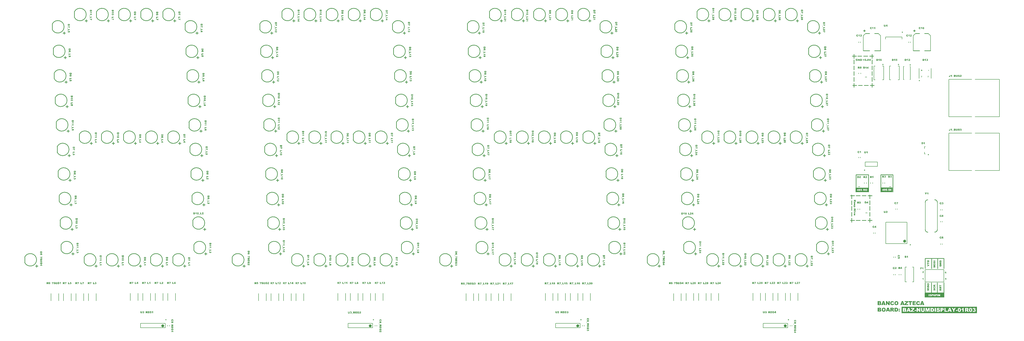
<source format=gto>
%FSLAX24Y24*%
%MOIN*%
G70*
G01*
G75*
G04 Layer_Color=65535*
%ADD10R,0.0354X0.0354*%
%ADD11O,0.0689X0.0217*%
%ADD12O,0.0217X0.0689*%
%ADD13R,0.0394X0.0394*%
%ADD14R,0.0630X0.0236*%
%ADD15R,0.0630X0.0236*%
%ADD16C,0.0394*%
%ADD17O,0.0236X0.0866*%
%ADD18R,0.1299X0.0787*%
%ADD19R,0.0866X0.0925*%
%ADD20R,0.0610X0.0925*%
%ADD21R,0.0335X0.0335*%
%ADD22O,0.0236X0.0866*%
%ADD23R,0.0787X0.2362*%
%ADD24R,0.0630X0.1181*%
%ADD25R,0.0335X0.0669*%
%ADD26R,0.0472X0.1378*%
%ADD27R,0.2185X0.2559*%
%ADD28R,0.0492X0.1201*%
%ADD29C,0.0250*%
%ADD30C,0.0500*%
%ADD31C,0.0150*%
%ADD32C,0.0100*%
%ADD33C,0.0300*%
%ADD34C,0.0591*%
%ADD35R,0.0591X0.0591*%
%ADD36C,0.0630*%
%ADD37C,0.1161*%
%ADD38P,0.2706X8X22.5*%
%ADD39C,0.0591*%
%ADD40R,0.0591X0.0591*%
%ADD41C,0.0500*%
%ADD42C,0.0394*%
%ADD43C,0.0098*%
%ADD44C,0.0236*%
%ADD45C,0.0079*%
G36*
X87012Y36305D02*
Y36304D01*
Y36303D01*
Y36301D01*
Y36298D01*
X87012Y36294D01*
Y36290D01*
X87011Y36281D01*
X87010Y36270D01*
X87008Y36259D01*
X87005Y36248D01*
X87001Y36238D01*
Y36238D01*
X87000Y36237D01*
X86999Y36234D01*
X86996Y36229D01*
X86993Y36223D01*
X86988Y36217D01*
X86983Y36210D01*
X86976Y36202D01*
X86969Y36196D01*
X86967Y36195D01*
X86965Y36193D01*
X86960Y36190D01*
X86955Y36187D01*
X86948Y36183D01*
X86939Y36179D01*
X86930Y36175D01*
X86920Y36171D01*
X86919D01*
X86919Y36171D01*
X86915Y36170D01*
X86910Y36169D01*
X86902Y36167D01*
X86893Y36166D01*
X86883Y36165D01*
X86873Y36164D01*
X86861Y36164D01*
X86853D01*
X86849Y36164D01*
X86844D01*
X86833Y36165D01*
X86821Y36167D01*
X86809Y36169D01*
X86797Y36171D01*
X86786Y36175D01*
X86784Y36176D01*
X86781Y36177D01*
X86776Y36180D01*
X86770Y36183D01*
X86763Y36187D01*
X86755Y36193D01*
X86747Y36199D01*
X86740Y36206D01*
X86740Y36207D01*
X86738Y36210D01*
X86735Y36214D01*
X86731Y36219D01*
X86726Y36225D01*
X86723Y36232D01*
X86719Y36241D01*
X86716Y36249D01*
Y36249D01*
X86716Y36250D01*
Y36252D01*
X86715Y36254D01*
X86714Y36260D01*
X86712Y36267D01*
X86711Y36276D01*
X86709Y36286D01*
X86709Y36295D01*
X86708Y36305D01*
Y36444D01*
X87012D01*
Y36305D01*
D02*
G37*
G36*
X86936Y36111D02*
X86936Y36109D01*
X86937Y36107D01*
X86938Y36104D01*
X86939Y36101D01*
X86941Y36097D01*
X86945Y36087D01*
X86950Y36076D01*
X86955Y36065D01*
X86962Y36054D01*
X86969Y36045D01*
X86970Y36043D01*
X86972Y36040D01*
X86976Y36036D01*
X86982Y36031D01*
X86989Y36025D01*
X86998Y36019D01*
X87007Y36012D01*
X87018Y36007D01*
Y35937D01*
X86708D01*
Y36022D01*
X86911D01*
X86910Y36023D01*
X86908Y36026D01*
X86905Y36030D01*
X86901Y36035D01*
X86897Y36042D01*
X86893Y36048D01*
X86885Y36063D01*
X86884Y36063D01*
X86883Y36066D01*
X86881Y36070D01*
X86879Y36076D01*
X86876Y36083D01*
X86873Y36091D01*
X86870Y36101D01*
X86867Y36111D01*
X86936D01*
Y36111D01*
D02*
G37*
G36*
X90350Y34843D02*
X90357Y34842D01*
X90364Y34840D01*
X90372Y34838D01*
X90379Y34835D01*
X90386Y34831D01*
X90387Y34830D01*
X90389Y34829D01*
X90393Y34826D01*
X90397Y34822D01*
X90401Y34816D01*
X90406Y34810D01*
X90411Y34802D01*
X90415Y34793D01*
X90415Y34794D01*
X90417Y34796D01*
X90419Y34800D01*
X90422Y34804D01*
X90425Y34809D01*
X90429Y34813D01*
X90434Y34818D01*
X90439Y34822D01*
X90439Y34822D01*
X90442Y34823D01*
X90446Y34826D01*
X90450Y34827D01*
X90456Y34830D01*
X90463Y34832D01*
X90472Y34833D01*
X90480Y34834D01*
X90483D01*
X90486Y34833D01*
X90489Y34833D01*
X90493Y34832D01*
X90502Y34829D01*
X90512Y34825D01*
X90517Y34822D01*
X90522Y34819D01*
X90528Y34815D01*
X90532Y34810D01*
X90538Y34805D01*
X90542Y34798D01*
Y34798D01*
X90543Y34797D01*
X90544Y34795D01*
X90545Y34793D01*
X90546Y34791D01*
X90548Y34787D01*
X90552Y34779D01*
X90555Y34768D01*
X90558Y34756D01*
X90560Y34741D01*
X90561Y34725D01*
Y34724D01*
Y34722D01*
Y34719D01*
X90560Y34715D01*
Y34709D01*
X90560Y34703D01*
X90559Y34697D01*
X90558Y34691D01*
X90555Y34676D01*
X90551Y34661D01*
X90545Y34647D01*
X90542Y34640D01*
X90538Y34634D01*
Y34634D01*
X90536Y34633D01*
X90534Y34630D01*
X90528Y34625D01*
X90522Y34620D01*
X90513Y34615D01*
X90503Y34610D01*
X90492Y34606D01*
X90486Y34606D01*
X90479Y34605D01*
X90476D01*
X90472Y34606D01*
X90467Y34606D01*
X90461Y34608D01*
X90454Y34610D01*
X90448Y34613D01*
X90441Y34617D01*
X90440Y34617D01*
X90438Y34619D01*
X90436Y34620D01*
X90432Y34623D01*
X90429Y34627D01*
X90424Y34632D01*
X90419Y34638D01*
X90415Y34644D01*
X90414Y34643D01*
X90412Y34640D01*
X90410Y34636D01*
X90407Y34630D01*
X90402Y34625D01*
X90397Y34619D01*
X90390Y34613D01*
X90383Y34608D01*
X90383Y34607D01*
X90380Y34606D01*
X90376Y34603D01*
X90371Y34601D01*
X90365Y34599D01*
X90357Y34597D01*
X90349Y34596D01*
X90341Y34595D01*
X90336D01*
X90332Y34596D01*
X90326Y34596D01*
X90320Y34598D01*
X90313Y34600D01*
X90305Y34602D01*
X90298Y34606D01*
X90297Y34606D01*
X90294Y34608D01*
X90291Y34610D01*
X90287Y34613D01*
X90281Y34617D01*
X90276Y34621D01*
X90271Y34626D01*
X90267Y34632D01*
X90266Y34632D01*
X90265Y34634D01*
X90263Y34637D01*
X90261Y34642D01*
X90259Y34647D01*
X90256Y34654D01*
X90253Y34661D01*
X90252Y34670D01*
Y34671D01*
X90251Y34674D01*
X90250Y34678D01*
X90249Y34684D01*
X90248Y34691D01*
X90247Y34699D01*
X90246Y34709D01*
Y34718D01*
Y34719D01*
Y34720D01*
Y34723D01*
Y34726D01*
X90247Y34730D01*
Y34734D01*
X90247Y34745D01*
X90249Y34757D01*
X90251Y34770D01*
X90254Y34781D01*
X90257Y34792D01*
X90258Y34793D01*
X90260Y34796D01*
X90262Y34801D01*
X90266Y34806D01*
X90271Y34812D01*
X90277Y34819D01*
X90284Y34825D01*
X90291Y34830D01*
X90293Y34831D01*
X90295Y34832D01*
X90300Y34835D01*
X90306Y34837D01*
X90313Y34839D01*
X90322Y34842D01*
X90331Y34843D01*
X90341Y34843D01*
X90346D01*
X90350Y34843D01*
D02*
G37*
G36*
X90556Y35302D02*
X90326D01*
Y35156D01*
X90252D01*
Y35396D01*
X90556D01*
Y35302D01*
D02*
G37*
G36*
X90479Y35109D02*
X90480Y35108D01*
X90480Y35105D01*
X90482Y35102D01*
X90483Y35099D01*
X90484Y35095D01*
X90489Y35085D01*
X90493Y35074D01*
X90498Y35063D01*
X90505Y35053D01*
X90512Y35043D01*
X90513Y35042D01*
X90515Y35039D01*
X90520Y35035D01*
X90525Y35029D01*
X90532Y35023D01*
X90541Y35017D01*
X90551Y35011D01*
X90561Y35005D01*
Y34935D01*
X90252D01*
Y35021D01*
X90454D01*
X90453Y35022D01*
X90452Y35024D01*
X90449Y35028D01*
X90445Y35033D01*
X90441Y35040D01*
X90436Y35046D01*
X90428Y35061D01*
X90428Y35061D01*
X90427Y35064D01*
X90425Y35069D01*
X90422Y35074D01*
X90419Y35081D01*
X90417Y35090D01*
X90414Y35099D01*
X90410Y35109D01*
X90479D01*
Y35109D01*
D02*
G37*
G36*
X86936Y35828D02*
X86936Y35826D01*
X86937Y35824D01*
X86938Y35821D01*
X86939Y35818D01*
X86941Y35813D01*
X86945Y35804D01*
X86950Y35793D01*
X86955Y35782D01*
X86962Y35771D01*
X86969Y35761D01*
X86970Y35760D01*
X86972Y35757D01*
X86976Y35753D01*
X86982Y35748D01*
X86989Y35742D01*
X86998Y35736D01*
X87007Y35729D01*
X87018Y35724D01*
Y35654D01*
X86708D01*
Y35739D01*
X86911D01*
X86910Y35740D01*
X86908Y35743D01*
X86905Y35747D01*
X86901Y35752D01*
X86897Y35758D01*
X86893Y35765D01*
X86885Y35780D01*
X86884Y35780D01*
X86883Y35783D01*
X86881Y35787D01*
X86879Y35793D01*
X86876Y35800D01*
X86873Y35808D01*
X86870Y35818D01*
X86867Y35828D01*
X86936D01*
Y35828D01*
D02*
G37*
G36*
X86807Y34783D02*
X86814Y34782D01*
X86821Y34780D01*
X86828Y34778D01*
X86836Y34775D01*
X86843Y34771D01*
X86843Y34770D01*
X86846Y34769D01*
X86849Y34766D01*
X86853Y34762D01*
X86858Y34756D01*
X86863Y34750D01*
X86867Y34742D01*
X86872Y34733D01*
X86872Y34734D01*
X86873Y34736D01*
X86876Y34740D01*
X86879Y34744D01*
X86882Y34749D01*
X86886Y34753D01*
X86891Y34758D01*
X86895Y34762D01*
X86896Y34762D01*
X86898Y34763D01*
X86903Y34766D01*
X86907Y34767D01*
X86913Y34770D01*
X86920Y34772D01*
X86928Y34773D01*
X86936Y34774D01*
X86940D01*
X86943Y34773D01*
X86946Y34773D01*
X86950Y34772D01*
X86959Y34769D01*
X86969Y34765D01*
X86974Y34762D01*
X86979Y34759D01*
X86984Y34755D01*
X86989Y34750D01*
X86994Y34745D01*
X86999Y34738D01*
Y34738D01*
X87000Y34737D01*
X87001Y34735D01*
X87002Y34733D01*
X87003Y34731D01*
X87005Y34727D01*
X87008Y34719D01*
X87012Y34708D01*
X87015Y34696D01*
X87017Y34681D01*
X87018Y34665D01*
Y34664D01*
Y34662D01*
Y34659D01*
X87017Y34655D01*
Y34649D01*
X87017Y34643D01*
X87016Y34637D01*
X87015Y34631D01*
X87012Y34616D01*
X87008Y34601D01*
X87002Y34587D01*
X86998Y34580D01*
X86994Y34574D01*
Y34574D01*
X86993Y34573D01*
X86990Y34570D01*
X86985Y34565D01*
X86979Y34560D01*
X86970Y34555D01*
X86960Y34550D01*
X86949Y34546D01*
X86942Y34546D01*
X86936Y34545D01*
X86932D01*
X86928Y34546D01*
X86924Y34546D01*
X86918Y34548D01*
X86911Y34550D01*
X86904Y34553D01*
X86897Y34557D01*
X86897Y34557D01*
X86895Y34559D01*
X86893Y34560D01*
X86889Y34563D01*
X86886Y34567D01*
X86881Y34572D01*
X86876Y34578D01*
X86872Y34584D01*
X86871Y34583D01*
X86869Y34580D01*
X86867Y34576D01*
X86863Y34570D01*
X86859Y34564D01*
X86853Y34559D01*
X86847Y34553D01*
X86840Y34548D01*
X86839Y34547D01*
X86836Y34546D01*
X86832Y34543D01*
X86828Y34541D01*
X86821Y34539D01*
X86814Y34537D01*
X86806Y34536D01*
X86797Y34535D01*
X86793D01*
X86789Y34536D01*
X86783Y34536D01*
X86777Y34538D01*
X86770Y34540D01*
X86762Y34542D01*
X86755Y34546D01*
X86754Y34546D01*
X86751Y34548D01*
X86747Y34550D01*
X86743Y34553D01*
X86738Y34557D01*
X86733Y34561D01*
X86728Y34566D01*
X86723Y34572D01*
X86723Y34572D01*
X86722Y34574D01*
X86720Y34577D01*
X86718Y34582D01*
X86715Y34587D01*
X86712Y34594D01*
X86710Y34601D01*
X86708Y34610D01*
Y34611D01*
X86708Y34614D01*
X86707Y34618D01*
X86706Y34624D01*
X86705Y34631D01*
X86704Y34639D01*
X86703Y34649D01*
Y34658D01*
Y34659D01*
Y34660D01*
Y34663D01*
Y34666D01*
X86704Y34670D01*
Y34674D01*
X86704Y34685D01*
X86706Y34697D01*
X86708Y34710D01*
X86711Y34721D01*
X86714Y34732D01*
X86715Y34733D01*
X86716Y34736D01*
X86719Y34741D01*
X86723Y34746D01*
X86728Y34752D01*
X86733Y34759D01*
X86740Y34765D01*
X86748Y34770D01*
X86749Y34771D01*
X86752Y34772D01*
X86757Y34775D01*
X86763Y34777D01*
X86770Y34779D01*
X86778Y34782D01*
X86788Y34783D01*
X86798Y34783D01*
X86802D01*
X86807Y34783D01*
D02*
G37*
G36*
X100418Y55710D02*
Y55709D01*
Y55708D01*
Y55706D01*
Y55703D01*
X100418Y55699D01*
Y55695D01*
X100417Y55686D01*
X100415Y55675D01*
X100414Y55664D01*
X100411Y55653D01*
X100407Y55643D01*
Y55643D01*
X100406Y55642D01*
X100405Y55639D01*
X100402Y55634D01*
X100398Y55628D01*
X100394Y55622D01*
X100388Y55615D01*
X100382Y55608D01*
X100374Y55601D01*
X100373Y55601D01*
X100371Y55598D01*
X100366Y55595D01*
X100361Y55592D01*
X100353Y55588D01*
X100345Y55584D01*
X100336Y55580D01*
X100326Y55577D01*
X100325D01*
X100325Y55576D01*
X100321Y55575D01*
X100315Y55574D01*
X100308Y55572D01*
X100299Y55571D01*
X100289Y55570D01*
X100279Y55570D01*
X100267Y55569D01*
X100259D01*
X100255Y55570D01*
X100250D01*
X100239Y55570D01*
X100227Y55572D01*
X100215Y55574D01*
X100202Y55577D01*
X100191Y55580D01*
X100190Y55581D01*
X100187Y55582D01*
X100182Y55585D01*
X100176Y55588D01*
X100169Y55592D01*
X100161Y55598D01*
X100153Y55604D01*
X100146Y55611D01*
X100146Y55612D01*
X100143Y55615D01*
X100140Y55619D01*
X100136Y55624D01*
X100132Y55630D01*
X100129Y55637D01*
X100125Y55646D01*
X100122Y55654D01*
Y55654D01*
X100122Y55655D01*
Y55657D01*
X100121Y55659D01*
X100120Y55665D01*
X100118Y55672D01*
X100116Y55681D01*
X100115Y55691D01*
X100115Y55700D01*
X100114Y55710D01*
Y55849D01*
X100418D01*
Y55710D01*
D02*
G37*
G36*
X86936Y35049D02*
X86936Y35048D01*
X86937Y35045D01*
X86938Y35042D01*
X86939Y35039D01*
X86941Y35035D01*
X86945Y35025D01*
X86950Y35014D01*
X86955Y35003D01*
X86962Y34993D01*
X86969Y34983D01*
X86970Y34982D01*
X86972Y34979D01*
X86976Y34975D01*
X86982Y34969D01*
X86989Y34963D01*
X86998Y34957D01*
X87007Y34951D01*
X87018Y34945D01*
Y34875D01*
X86708D01*
Y34961D01*
X86911D01*
X86910Y34962D01*
X86908Y34964D01*
X86905Y34968D01*
X86901Y34973D01*
X86897Y34980D01*
X86893Y34986D01*
X86885Y35001D01*
X86884Y35001D01*
X86883Y35004D01*
X86881Y35009D01*
X86879Y35014D01*
X86876Y35021D01*
X86873Y35030D01*
X86870Y35039D01*
X86867Y35049D01*
X86936D01*
Y35049D01*
D02*
G37*
G36*
X86676Y35365D02*
X86655D01*
Y35582D01*
X86676D01*
Y35365D01*
D02*
G37*
G36*
X87012Y35242D02*
X86783D01*
Y35096D01*
X86708D01*
Y35336D01*
X87012D01*
Y35242D01*
D02*
G37*
G36*
X90219Y35425D02*
X90198D01*
Y35642D01*
X90219D01*
Y35425D01*
D02*
G37*
G36*
X94010Y35831D02*
X94017Y35829D01*
X94025Y35828D01*
X94035Y35825D01*
X94044Y35822D01*
X94053Y35817D01*
X94054D01*
X94055Y35817D01*
X94058Y35815D01*
X94062Y35811D01*
X94068Y35807D01*
X94074Y35801D01*
X94080Y35795D01*
X94086Y35787D01*
X94092Y35778D01*
Y35777D01*
X94092Y35777D01*
X94093Y35773D01*
X94096Y35768D01*
X94098Y35760D01*
X94100Y35752D01*
X94103Y35740D01*
X94104Y35728D01*
X94104Y35715D01*
Y35714D01*
Y35713D01*
Y35710D01*
Y35707D01*
X94104Y35703D01*
Y35699D01*
X94103Y35688D01*
X94100Y35677D01*
X94098Y35664D01*
X94094Y35653D01*
X94089Y35642D01*
Y35641D01*
X94088Y35640D01*
X94086Y35637D01*
X94082Y35632D01*
X94076Y35626D01*
X94069Y35619D01*
X94060Y35611D01*
X94051Y35604D01*
X94038Y35598D01*
X94038D01*
X94037Y35597D01*
X94035Y35596D01*
X94032Y35595D01*
X94029Y35594D01*
X94025Y35592D01*
X94020Y35591D01*
X94014Y35589D01*
X94008Y35588D01*
X94001Y35586D01*
X93994Y35585D01*
X93986Y35583D01*
X93977Y35582D01*
X93968Y35581D01*
X93948Y35581D01*
X93941D01*
X93935Y35581D01*
X93928Y35582D01*
X93920Y35582D01*
X93911Y35584D01*
X93902Y35585D01*
X93883Y35590D01*
X93873Y35592D01*
X93863Y35595D01*
X93853Y35599D01*
X93844Y35604D01*
X93835Y35609D01*
X93828Y35616D01*
X93827Y35616D01*
X93826Y35618D01*
X93824Y35619D01*
X93822Y35622D01*
X93819Y35626D01*
X93815Y35630D01*
X93812Y35635D01*
X93809Y35641D01*
X93805Y35647D01*
X93802Y35654D01*
X93798Y35662D01*
X93795Y35671D01*
X93793Y35680D01*
X93791Y35690D01*
X93790Y35701D01*
X93790Y35712D01*
Y35712D01*
Y35714D01*
Y35715D01*
Y35718D01*
X93790Y35724D01*
X93791Y35732D01*
X93791Y35742D01*
X93793Y35751D01*
X93795Y35760D01*
X93798Y35769D01*
X93798Y35770D01*
X93800Y35773D01*
X93801Y35776D01*
X93804Y35781D01*
X93807Y35787D01*
X93812Y35793D01*
X93817Y35798D01*
X93822Y35804D01*
X93823Y35804D01*
X93825Y35806D01*
X93829Y35808D01*
X93834Y35811D01*
X93839Y35815D01*
X93846Y35818D01*
X93854Y35822D01*
X93863Y35825D01*
X93874Y35740D01*
X93873D01*
X93871Y35740D01*
X93868Y35739D01*
X93864Y35738D01*
X93856Y35735D01*
X93852Y35732D01*
X93849Y35730D01*
Y35729D01*
X93848Y35728D01*
X93846Y35727D01*
X93845Y35725D01*
X93843Y35718D01*
X93842Y35715D01*
X93842Y35711D01*
Y35709D01*
X93842Y35707D01*
X93843Y35704D01*
X93844Y35699D01*
X93846Y35694D01*
X93850Y35688D01*
X93855Y35684D01*
X93862Y35679D01*
X93862Y35678D01*
X93865Y35678D01*
X93869Y35676D01*
X93876Y35674D01*
X93879Y35673D01*
X93884Y35672D01*
X93889Y35671D01*
X93895Y35670D01*
X93902Y35669D01*
X93909Y35668D01*
X93917Y35667D01*
X93926Y35666D01*
X93925Y35667D01*
X93924Y35668D01*
X93921Y35672D01*
X93917Y35676D01*
X93914Y35681D01*
X93910Y35686D01*
X93906Y35692D01*
X93903Y35698D01*
Y35698D01*
X93902Y35701D01*
X93901Y35704D01*
X93900Y35708D01*
X93898Y35714D01*
X93897Y35720D01*
X93897Y35727D01*
X93896Y35735D01*
Y35735D01*
Y35736D01*
Y35739D01*
X93897Y35741D01*
X93897Y35745D01*
X93898Y35749D01*
X93900Y35758D01*
X93903Y35769D01*
X93908Y35780D01*
X93911Y35786D01*
X93915Y35792D01*
X93920Y35798D01*
X93925Y35803D01*
X93925Y35804D01*
X93926Y35804D01*
X93928Y35805D01*
X93930Y35807D01*
X93933Y35809D01*
X93936Y35812D01*
X93945Y35817D01*
X93956Y35822D01*
X93968Y35826D01*
X93983Y35830D01*
X93990Y35831D01*
X93998Y35831D01*
X94004D01*
X94010Y35831D01*
D02*
G37*
G36*
X93763Y35348D02*
X93742D01*
Y35565D01*
X93763D01*
Y35348D01*
D02*
G37*
G36*
X94099Y36005D02*
Y36004D01*
Y36003D01*
Y36001D01*
Y35998D01*
X94099Y35994D01*
Y35990D01*
X94098Y35981D01*
X94096Y35970D01*
X94094Y35959D01*
X94092Y35948D01*
X94087Y35938D01*
Y35938D01*
X94087Y35937D01*
X94086Y35934D01*
X94083Y35929D01*
X94079Y35923D01*
X94075Y35917D01*
X94069Y35910D01*
X94063Y35902D01*
X94055Y35896D01*
X94054Y35895D01*
X94052Y35893D01*
X94047Y35890D01*
X94042Y35887D01*
X94034Y35883D01*
X94026Y35879D01*
X94017Y35875D01*
X94007Y35871D01*
X94006D01*
X94005Y35871D01*
X94002Y35870D01*
X93996Y35869D01*
X93989Y35867D01*
X93980Y35866D01*
X93970Y35865D01*
X93959Y35864D01*
X93948Y35864D01*
X93939D01*
X93935Y35864D01*
X93931D01*
X93920Y35865D01*
X93908Y35867D01*
X93896Y35869D01*
X93883Y35871D01*
X93872Y35875D01*
X93871Y35876D01*
X93867Y35877D01*
X93863Y35880D01*
X93856Y35883D01*
X93849Y35887D01*
X93842Y35893D01*
X93834Y35899D01*
X93827Y35906D01*
X93826Y35907D01*
X93824Y35910D01*
X93821Y35914D01*
X93817Y35919D01*
X93813Y35925D01*
X93810Y35932D01*
X93806Y35941D01*
X93803Y35949D01*
Y35949D01*
X93803Y35950D01*
Y35952D01*
X93802Y35954D01*
X93801Y35960D01*
X93799Y35967D01*
X93797Y35976D01*
X93796Y35986D01*
X93795Y35995D01*
X93795Y36005D01*
Y36144D01*
X94099D01*
Y36005D01*
D02*
G37*
G36*
X97566Y35112D02*
X97566Y35111D01*
X97567Y35109D01*
X97568Y35106D01*
X97569Y35102D01*
X97571Y35098D01*
X97575Y35088D01*
X97580Y35078D01*
X97585Y35066D01*
X97592Y35056D01*
X97599Y35046D01*
X97600Y35045D01*
X97602Y35042D01*
X97606Y35038D01*
X97612Y35032D01*
X97619Y35026D01*
X97628Y35020D01*
X97637Y35014D01*
X97648Y35008D01*
Y34938D01*
X97338D01*
Y35024D01*
X97541D01*
X97540Y35025D01*
X97538Y35027D01*
X97535Y35031D01*
X97531Y35037D01*
X97527Y35043D01*
X97523Y35049D01*
X97515Y35064D01*
X97514Y35065D01*
X97513Y35068D01*
X97511Y35072D01*
X97509Y35078D01*
X97506Y35085D01*
X97503Y35093D01*
X97500Y35102D01*
X97497Y35113D01*
X97566D01*
Y35112D01*
D02*
G37*
G36*
X97437Y34846D02*
X97444Y34845D01*
X97451Y34843D01*
X97458Y34841D01*
X97466Y34838D01*
X97473Y34834D01*
X97473Y34834D01*
X97476Y34832D01*
X97479Y34829D01*
X97483Y34825D01*
X97488Y34820D01*
X97493Y34813D01*
X97497Y34805D01*
X97501Y34796D01*
X97502Y34797D01*
X97503Y34800D01*
X97506Y34803D01*
X97508Y34807D01*
X97512Y34812D01*
X97516Y34817D01*
X97521Y34821D01*
X97525Y34825D01*
X97526Y34825D01*
X97528Y34827D01*
X97532Y34829D01*
X97537Y34831D01*
X97543Y34833D01*
X97550Y34835D01*
X97558Y34836D01*
X97566Y34837D01*
X97570D01*
X97573Y34836D01*
X97576Y34836D01*
X97580Y34835D01*
X97589Y34832D01*
X97599Y34828D01*
X97604Y34825D01*
X97609Y34822D01*
X97614Y34818D01*
X97619Y34813D01*
X97624Y34808D01*
X97629Y34801D01*
Y34801D01*
X97630Y34800D01*
X97631Y34798D01*
X97632Y34796D01*
X97633Y34794D01*
X97635Y34790D01*
X97638Y34782D01*
X97642Y34772D01*
X97645Y34759D01*
X97647Y34744D01*
X97648Y34728D01*
Y34727D01*
Y34725D01*
Y34722D01*
X97647Y34718D01*
Y34712D01*
X97647Y34707D01*
X97646Y34700D01*
X97645Y34694D01*
X97642Y34679D01*
X97638Y34664D01*
X97632Y34650D01*
X97628Y34643D01*
X97624Y34638D01*
Y34637D01*
X97623Y34636D01*
X97620Y34633D01*
X97615Y34628D01*
X97608Y34623D01*
X97600Y34618D01*
X97590Y34613D01*
X97579Y34609D01*
X97572Y34609D01*
X97566Y34608D01*
X97562D01*
X97558Y34609D01*
X97553Y34609D01*
X97548Y34611D01*
X97541Y34613D01*
X97534Y34616D01*
X97527Y34620D01*
X97527Y34621D01*
X97525Y34622D01*
X97522Y34624D01*
X97519Y34626D01*
X97515Y34631D01*
X97511Y34635D01*
X97506Y34641D01*
X97501Y34648D01*
X97501Y34646D01*
X97499Y34643D01*
X97497Y34639D01*
X97493Y34633D01*
X97489Y34628D01*
X97483Y34622D01*
X97477Y34616D01*
X97470Y34611D01*
X97469Y34610D01*
X97466Y34609D01*
X97462Y34607D01*
X97458Y34604D01*
X97451Y34602D01*
X97444Y34600D01*
X97436Y34599D01*
X97427Y34598D01*
X97423D01*
X97419Y34599D01*
X97413Y34600D01*
X97407Y34601D01*
X97400Y34603D01*
X97392Y34605D01*
X97384Y34609D01*
X97384Y34609D01*
X97381Y34611D01*
X97377Y34613D01*
X97373Y34616D01*
X97368Y34620D01*
X97363Y34624D01*
X97358Y34629D01*
X97353Y34635D01*
X97353Y34635D01*
X97352Y34638D01*
X97350Y34641D01*
X97348Y34645D01*
X97345Y34650D01*
X97342Y34657D01*
X97340Y34664D01*
X97338Y34673D01*
Y34674D01*
X97338Y34677D01*
X97336Y34681D01*
X97336Y34687D01*
X97335Y34694D01*
X97334Y34703D01*
X97333Y34712D01*
Y34721D01*
Y34722D01*
Y34724D01*
Y34726D01*
Y34729D01*
X97334Y34733D01*
Y34738D01*
X97334Y34748D01*
X97336Y34760D01*
X97338Y34773D01*
X97341Y34784D01*
X97344Y34795D01*
X97345Y34796D01*
X97346Y34799D01*
X97349Y34804D01*
X97353Y34809D01*
X97358Y34815D01*
X97363Y34822D01*
X97370Y34828D01*
X97378Y34834D01*
X97379Y34834D01*
X97382Y34835D01*
X97387Y34838D01*
X97393Y34840D01*
X97400Y34842D01*
X97408Y34845D01*
X97418Y34846D01*
X97428Y34846D01*
X97432D01*
X97437Y34846D01*
D02*
G37*
G36*
X94099Y35225D02*
X93870D01*
Y35079D01*
X93795D01*
Y35319D01*
X94099D01*
Y35225D01*
D02*
G37*
G36*
X90479Y36171D02*
X90480Y36169D01*
X90480Y36167D01*
X90482Y36164D01*
X90483Y36161D01*
X90484Y36157D01*
X90489Y36147D01*
X90493Y36136D01*
X90498Y36125D01*
X90505Y36114D01*
X90512Y36105D01*
X90513Y36103D01*
X90515Y36100D01*
X90520Y36096D01*
X90525Y36091D01*
X90532Y36085D01*
X90541Y36079D01*
X90551Y36072D01*
X90561Y36067D01*
Y35997D01*
X90252D01*
Y36082D01*
X90454D01*
X90453Y36083D01*
X90452Y36086D01*
X90449Y36090D01*
X90445Y36095D01*
X90441Y36102D01*
X90436Y36108D01*
X90428Y36123D01*
X90428Y36123D01*
X90427Y36126D01*
X90425Y36130D01*
X90422Y36136D01*
X90419Y36143D01*
X90417Y36151D01*
X90414Y36161D01*
X90410Y36171D01*
X90479D01*
Y36171D01*
D02*
G37*
G36*
X90419Y35904D02*
X90426Y35904D01*
X90434Y35903D01*
X90443Y35903D01*
X90452Y35901D01*
X90473Y35897D01*
X90493Y35892D01*
X90502Y35889D01*
X90511Y35884D01*
X90519Y35879D01*
X90526Y35874D01*
X90527Y35873D01*
X90528Y35872D01*
X90529Y35871D01*
X90531Y35868D01*
X90534Y35865D01*
X90537Y35861D01*
X90540Y35856D01*
X90544Y35851D01*
X90547Y35844D01*
X90550Y35837D01*
X90553Y35830D01*
X90556Y35821D01*
X90558Y35811D01*
X90559Y35802D01*
X90560Y35791D01*
X90561Y35779D01*
Y35779D01*
Y35778D01*
Y35776D01*
Y35774D01*
X90560Y35769D01*
X90560Y35762D01*
X90559Y35754D01*
X90558Y35745D01*
X90556Y35737D01*
X90553Y35729D01*
X90553Y35728D01*
X90552Y35725D01*
X90551Y35722D01*
X90548Y35717D01*
X90542Y35707D01*
X90538Y35701D01*
X90534Y35697D01*
X90533Y35696D01*
X90531Y35694D01*
X90529Y35693D01*
X90526Y35690D01*
X90522Y35687D01*
X90518Y35683D01*
X90508Y35677D01*
X90507Y35677D01*
X90505Y35676D01*
X90503Y35675D01*
X90499Y35673D01*
X90494Y35671D01*
X90489Y35669D01*
X90483Y35668D01*
X90477Y35666D01*
X90476D01*
X90475Y35665D01*
X90473D01*
X90471Y35665D01*
X90468Y35663D01*
X90464Y35663D01*
X90455Y35661D01*
X90445Y35660D01*
X90432Y35658D01*
X90419Y35658D01*
X90405Y35657D01*
X90398D01*
X90392Y35658D01*
X90385D01*
X90377Y35658D01*
X90369Y35659D01*
X90359Y35661D01*
X90340Y35664D01*
X90319Y35669D01*
X90310Y35672D01*
X90301Y35676D01*
X90292Y35680D01*
X90284Y35685D01*
X90284Y35686D01*
X90283Y35686D01*
X90281Y35688D01*
X90279Y35690D01*
X90276Y35694D01*
X90272Y35697D01*
X90269Y35702D01*
X90266Y35708D01*
X90262Y35714D01*
X90259Y35721D01*
X90255Y35729D01*
X90252Y35738D01*
X90250Y35747D01*
X90248Y35758D01*
X90247Y35769D01*
X90246Y35782D01*
Y35782D01*
Y35783D01*
Y35785D01*
Y35788D01*
X90247Y35791D01*
Y35795D01*
X90248Y35804D01*
X90249Y35813D01*
X90251Y35824D01*
X90254Y35834D01*
X90258Y35844D01*
X90259Y35845D01*
X90260Y35848D01*
X90263Y35852D01*
X90267Y35857D01*
X90272Y35864D01*
X90279Y35870D01*
X90286Y35876D01*
X90294Y35882D01*
X90295Y35883D01*
X90297Y35884D01*
X90301Y35886D01*
X90307Y35889D01*
X90313Y35891D01*
X90321Y35894D01*
X90330Y35897D01*
X90340Y35899D01*
X90341D01*
X90343Y35900D01*
X90345Y35900D01*
X90351Y35901D01*
X90359Y35902D01*
X90369Y35903D01*
X90380Y35904D01*
X90392Y35905D01*
X90413D01*
X90419Y35904D01*
D02*
G37*
G36*
X90556Y36365D02*
Y36364D01*
Y36363D01*
Y36361D01*
Y36358D01*
X90555Y36354D01*
Y36350D01*
X90555Y36341D01*
X90553Y36330D01*
X90551Y36319D01*
X90548Y36308D01*
X90544Y36298D01*
Y36298D01*
X90544Y36297D01*
X90542Y36294D01*
X90539Y36289D01*
X90536Y36283D01*
X90531Y36277D01*
X90526Y36270D01*
X90520Y36262D01*
X90512Y36256D01*
X90511Y36255D01*
X90508Y36253D01*
X90504Y36250D01*
X90498Y36247D01*
X90491Y36243D01*
X90483Y36239D01*
X90473Y36235D01*
X90463Y36231D01*
X90463D01*
X90462Y36231D01*
X90459Y36230D01*
X90453Y36229D01*
X90445Y36227D01*
X90436Y36226D01*
X90427Y36225D01*
X90416Y36224D01*
X90404Y36224D01*
X90396D01*
X90392Y36224D01*
X90387D01*
X90377Y36225D01*
X90365Y36227D01*
X90352Y36229D01*
X90340Y36231D01*
X90329Y36235D01*
X90328Y36236D01*
X90324Y36237D01*
X90319Y36240D01*
X90313Y36243D01*
X90306Y36247D01*
X90298Y36253D01*
X90291Y36259D01*
X90284Y36266D01*
X90283Y36267D01*
X90281Y36270D01*
X90278Y36274D01*
X90274Y36279D01*
X90270Y36285D01*
X90266Y36292D01*
X90263Y36301D01*
X90260Y36309D01*
Y36309D01*
X90259Y36310D01*
Y36312D01*
X90259Y36314D01*
X90257Y36320D01*
X90256Y36327D01*
X90254Y36336D01*
X90253Y36346D01*
X90252Y36355D01*
X90252Y36365D01*
Y36504D01*
X90556D01*
Y36365D01*
D02*
G37*
G36*
X94022Y35032D02*
X94023Y35031D01*
X94024Y35029D01*
X94025Y35026D01*
X94026Y35022D01*
X94028Y35018D01*
X94032Y35008D01*
X94037Y34997D01*
X94042Y34986D01*
X94048Y34976D01*
X94055Y34966D01*
X94056Y34965D01*
X94059Y34962D01*
X94063Y34958D01*
X94069Y34952D01*
X94076Y34946D01*
X94084Y34940D01*
X94094Y34934D01*
X94104Y34928D01*
Y34858D01*
X93795D01*
Y34944D01*
X93997D01*
X93997Y34945D01*
X93995Y34947D01*
X93992Y34951D01*
X93988Y34957D01*
X93984Y34963D01*
X93980Y34969D01*
X93972Y34984D01*
X93971Y34985D01*
X93970Y34988D01*
X93968Y34992D01*
X93966Y34997D01*
X93963Y35005D01*
X93960Y35013D01*
X93957Y35022D01*
X93953Y35033D01*
X94022D01*
Y35032D01*
D02*
G37*
G36*
X93894Y34766D02*
X93900Y34765D01*
X93907Y34764D01*
X93915Y34761D01*
X93922Y34758D01*
X93929Y34754D01*
X93930Y34754D01*
X93932Y34752D01*
X93936Y34749D01*
X93940Y34745D01*
X93945Y34740D01*
X93949Y34733D01*
X93954Y34725D01*
X93958Y34716D01*
X93959Y34717D01*
X93960Y34720D01*
X93962Y34723D01*
X93965Y34727D01*
X93969Y34732D01*
X93973Y34737D01*
X93977Y34741D01*
X93982Y34745D01*
X93983Y34745D01*
X93985Y34747D01*
X93989Y34749D01*
X93994Y34751D01*
X94000Y34753D01*
X94007Y34755D01*
X94015Y34756D01*
X94023Y34757D01*
X94027D01*
X94029Y34756D01*
X94032Y34756D01*
X94037Y34755D01*
X94045Y34752D01*
X94055Y34748D01*
X94060Y34745D01*
X94066Y34742D01*
X94071Y34738D01*
X94076Y34733D01*
X94081Y34728D01*
X94086Y34721D01*
Y34721D01*
X94086Y34720D01*
X94087Y34718D01*
X94089Y34716D01*
X94090Y34714D01*
X94092Y34710D01*
X94095Y34702D01*
X94099Y34692D01*
X94101Y34679D01*
X94104Y34664D01*
X94104Y34648D01*
Y34647D01*
Y34645D01*
Y34642D01*
X94104Y34638D01*
Y34632D01*
X94103Y34627D01*
X94103Y34620D01*
X94101Y34614D01*
X94099Y34599D01*
X94094Y34584D01*
X94089Y34570D01*
X94085Y34563D01*
X94081Y34558D01*
Y34557D01*
X94080Y34556D01*
X94077Y34553D01*
X94072Y34548D01*
X94065Y34543D01*
X94056Y34538D01*
X94046Y34533D01*
X94035Y34530D01*
X94029Y34529D01*
X94022Y34528D01*
X94019D01*
X94015Y34529D01*
X94010Y34530D01*
X94004Y34531D01*
X93997Y34533D01*
X93991Y34536D01*
X93984Y34540D01*
X93983Y34541D01*
X93982Y34542D01*
X93979Y34544D01*
X93976Y34546D01*
X93972Y34551D01*
X93967Y34555D01*
X93963Y34561D01*
X93958Y34568D01*
X93958Y34566D01*
X93956Y34563D01*
X93953Y34559D01*
X93950Y34553D01*
X93945Y34548D01*
X93940Y34542D01*
X93934Y34536D01*
X93927Y34531D01*
X93926Y34530D01*
X93923Y34529D01*
X93919Y34527D01*
X93914Y34524D01*
X93908Y34522D01*
X93900Y34520D01*
X93893Y34519D01*
X93884Y34518D01*
X93880D01*
X93876Y34519D01*
X93870Y34520D01*
X93863Y34521D01*
X93856Y34523D01*
X93849Y34525D01*
X93841Y34529D01*
X93841Y34530D01*
X93838Y34531D01*
X93834Y34533D01*
X93830Y34536D01*
X93825Y34540D01*
X93819Y34544D01*
X93815Y34549D01*
X93810Y34555D01*
X93810Y34555D01*
X93808Y34558D01*
X93807Y34560D01*
X93804Y34565D01*
X93802Y34570D01*
X93799Y34577D01*
X93797Y34584D01*
X93795Y34593D01*
Y34594D01*
X93794Y34597D01*
X93793Y34601D01*
X93793Y34607D01*
X93791Y34614D01*
X93790Y34623D01*
X93790Y34632D01*
Y34641D01*
Y34642D01*
Y34644D01*
Y34646D01*
Y34649D01*
X93790Y34653D01*
Y34658D01*
X93791Y34668D01*
X93793Y34680D01*
X93794Y34693D01*
X93797Y34704D01*
X93801Y34715D01*
X93801Y34716D01*
X93803Y34719D01*
X93805Y34724D01*
X93810Y34729D01*
X93814Y34735D01*
X93820Y34742D01*
X93827Y34748D01*
X93835Y34754D01*
X93836Y34754D01*
X93839Y34755D01*
X93843Y34758D01*
X93849Y34760D01*
X93856Y34762D01*
X93865Y34765D01*
X93874Y34766D01*
X93884Y34766D01*
X93889D01*
X93894Y34766D01*
D02*
G37*
G36*
X93031Y54740D02*
X93034Y54740D01*
X93037Y54739D01*
X93041Y54739D01*
X93050Y54736D01*
X93061Y54733D01*
X93073Y54728D01*
X93085Y54722D01*
X93098Y54715D01*
X93098D01*
X93099Y54714D01*
X93101Y54712D01*
X93104Y54710D01*
X93107Y54708D01*
X93111Y54705D01*
X93115Y54701D01*
X93120Y54696D01*
X93126Y54691D01*
X93132Y54685D01*
X93138Y54678D01*
X93145Y54670D01*
X93152Y54662D01*
X93160Y54653D01*
X93168Y54643D01*
X93176Y54632D01*
X93177Y54632D01*
X93177Y54630D01*
X93179Y54629D01*
X93181Y54626D01*
X93185Y54620D01*
X93192Y54612D01*
X93198Y54604D01*
X93205Y54596D01*
X93212Y54590D01*
X93215Y54587D01*
X93218Y54584D01*
X93218Y54584D01*
X93220Y54583D01*
X93223Y54581D01*
X93226Y54579D01*
X93230Y54577D01*
X93235Y54575D01*
X93240Y54574D01*
X93245Y54574D01*
X93247D01*
X93250Y54574D01*
X93253Y54575D01*
X93257Y54576D01*
X93261Y54578D01*
X93265Y54581D01*
X93269Y54584D01*
X93270Y54585D01*
X93271Y54586D01*
X93272Y54588D01*
X93274Y54591D01*
X93276Y54595D01*
X93277Y54599D01*
X93278Y54604D01*
X93279Y54610D01*
Y54611D01*
Y54613D01*
X93278Y54616D01*
X93278Y54619D01*
X93277Y54623D01*
X93274Y54628D01*
X93272Y54632D01*
X93269Y54636D01*
X93268Y54637D01*
X93267Y54638D01*
X93264Y54640D01*
X93260Y54642D01*
X93256Y54644D01*
X93249Y54646D01*
X93242Y54648D01*
X93233Y54650D01*
X93239Y54735D01*
X93241D01*
X93243Y54734D01*
X93245Y54733D01*
X93252Y54732D01*
X93260Y54731D01*
X93269Y54728D01*
X93278Y54725D01*
X93287Y54722D01*
X93295Y54717D01*
X93296Y54716D01*
X93298Y54715D01*
X93302Y54712D01*
X93307Y54707D01*
X93311Y54702D01*
X93316Y54695D01*
X93322Y54688D01*
X93326Y54680D01*
X93326Y54678D01*
X93328Y54675D01*
X93329Y54670D01*
X93332Y54662D01*
X93333Y54652D01*
X93335Y54641D01*
X93336Y54628D01*
X93337Y54612D01*
Y54612D01*
Y54611D01*
Y54608D01*
Y54605D01*
X93336Y54601D01*
Y54597D01*
X93336Y54587D01*
X93335Y54576D01*
X93332Y54564D01*
X93330Y54553D01*
X93326Y54543D01*
Y54543D01*
X93326Y54542D01*
X93325Y54539D01*
X93322Y54535D01*
X93319Y54529D01*
X93315Y54523D01*
X93309Y54516D01*
X93303Y54510D01*
X93295Y54504D01*
X93294Y54504D01*
X93292Y54502D01*
X93287Y54499D01*
X93281Y54497D01*
X93274Y54494D01*
X93267Y54492D01*
X93257Y54490D01*
X93248Y54489D01*
X93243D01*
X93238Y54490D01*
X93231Y54491D01*
X93223Y54494D01*
X93214Y54497D01*
X93205Y54501D01*
X93195Y54506D01*
X93194Y54506D01*
X93191Y54509D01*
X93185Y54513D01*
X93178Y54519D01*
X93170Y54528D01*
X93161Y54538D01*
X93156Y54544D01*
X93150Y54550D01*
X93145Y54558D01*
X93139Y54566D01*
X93139Y54567D01*
X93136Y54570D01*
X93133Y54574D01*
X93130Y54579D01*
X93122Y54591D01*
X93118Y54595D01*
X93115Y54599D01*
X93114Y54600D01*
X93113Y54601D01*
X93112Y54603D01*
X93110Y54605D01*
X93104Y54612D01*
X93097Y54620D01*
Y54487D01*
X93027D01*
Y54741D01*
X93029D01*
X93031Y54740D01*
D02*
G37*
G36*
X93255Y54434D02*
X93256Y54433D01*
X93256Y54430D01*
X93257Y54427D01*
X93259Y54424D01*
X93260Y54420D01*
X93264Y54410D01*
X93269Y54399D01*
X93274Y54388D01*
X93281Y54378D01*
X93288Y54368D01*
X93289Y54367D01*
X93291Y54364D01*
X93295Y54360D01*
X93301Y54354D01*
X93308Y54348D01*
X93317Y54342D01*
X93326Y54336D01*
X93337Y54330D01*
Y54260D01*
X93027D01*
Y54346D01*
X93230D01*
X93229Y54347D01*
X93228Y54349D01*
X93225Y54353D01*
X93221Y54358D01*
X93216Y54365D01*
X93212Y54371D01*
X93204Y54386D01*
X93204Y54387D01*
X93202Y54389D01*
X93201Y54394D01*
X93198Y54399D01*
X93195Y54406D01*
X93192Y54415D01*
X93190Y54424D01*
X93186Y54434D01*
X93255D01*
Y54434D01*
D02*
G37*
G36*
X93332Y54910D02*
X93102D01*
Y54764D01*
X93027D01*
Y55004D01*
X93332D01*
Y54910D01*
D02*
G37*
G36*
X93242Y55516D02*
X93249Y55514D01*
X93258Y55513D01*
X93267Y55510D01*
X93277Y55507D01*
X93286Y55502D01*
X93287D01*
X93287Y55502D01*
X93290Y55500D01*
X93295Y55496D01*
X93300Y55492D01*
X93307Y55486D01*
X93313Y55480D01*
X93319Y55472D01*
X93324Y55463D01*
Y55462D01*
X93325Y55462D01*
X93326Y55458D01*
X93328Y55453D01*
X93331Y55445D01*
X93333Y55437D01*
X93335Y55425D01*
X93336Y55413D01*
X93337Y55400D01*
Y55399D01*
Y55398D01*
Y55395D01*
Y55392D01*
X93336Y55388D01*
Y55384D01*
X93335Y55373D01*
X93333Y55362D01*
X93331Y55349D01*
X93326Y55338D01*
X93321Y55327D01*
Y55326D01*
X93321Y55325D01*
X93318Y55322D01*
X93314Y55317D01*
X93309Y55311D01*
X93302Y55304D01*
X93293Y55296D01*
X93283Y55289D01*
X93271Y55283D01*
X93270D01*
X93269Y55282D01*
X93267Y55281D01*
X93264Y55280D01*
X93261Y55279D01*
X93257Y55277D01*
X93252Y55276D01*
X93247Y55274D01*
X93241Y55273D01*
X93234Y55271D01*
X93226Y55270D01*
X93219Y55268D01*
X93210Y55268D01*
X93201Y55266D01*
X93181Y55266D01*
X93173D01*
X93167Y55266D01*
X93160Y55267D01*
X93153Y55268D01*
X93144Y55269D01*
X93135Y55270D01*
X93115Y55275D01*
X93105Y55277D01*
X93095Y55280D01*
X93085Y55285D01*
X93077Y55289D01*
X93068Y55294D01*
X93060Y55301D01*
X93060Y55301D01*
X93059Y55303D01*
X93057Y55304D01*
X93054Y55307D01*
X93051Y55311D01*
X93048Y55315D01*
X93045Y55320D01*
X93042Y55326D01*
X93037Y55332D01*
X93035Y55339D01*
X93031Y55347D01*
X93028Y55356D01*
X93026Y55365D01*
X93024Y55375D01*
X93023Y55386D01*
X93022Y55397D01*
Y55397D01*
Y55399D01*
Y55400D01*
Y55403D01*
X93023Y55409D01*
X93023Y55417D01*
X93024Y55427D01*
X93026Y55436D01*
X93027Y55445D01*
X93030Y55454D01*
X93031Y55455D01*
X93032Y55458D01*
X93034Y55461D01*
X93037Y55466D01*
X93040Y55472D01*
X93044Y55478D01*
X93049Y55483D01*
X93055Y55489D01*
X93056Y55489D01*
X93058Y55491D01*
X93061Y55493D01*
X93066Y55496D01*
X93072Y55500D01*
X93079Y55503D01*
X93087Y55507D01*
X93095Y55510D01*
X93106Y55425D01*
X93106D01*
X93104Y55425D01*
X93101Y55424D01*
X93097Y55423D01*
X93088Y55420D01*
X93084Y55417D01*
X93081Y55415D01*
Y55414D01*
X93080Y55413D01*
X93079Y55412D01*
X93078Y55410D01*
X93075Y55403D01*
X93075Y55400D01*
X93074Y55396D01*
Y55394D01*
X93075Y55392D01*
X93075Y55389D01*
X93077Y55384D01*
X93079Y55379D01*
X93082Y55373D01*
X93088Y55369D01*
X93094Y55364D01*
X93095Y55363D01*
X93097Y55363D01*
X93102Y55361D01*
X93108Y55359D01*
X93112Y55358D01*
X93116Y55357D01*
X93122Y55356D01*
X93128Y55355D01*
X93135Y55354D01*
X93142Y55353D01*
X93150Y55352D01*
X93159Y55351D01*
X93158Y55352D01*
X93156Y55354D01*
X93153Y55357D01*
X93150Y55361D01*
X93146Y55366D01*
X93142Y55371D01*
X93139Y55377D01*
X93136Y55383D01*
Y55383D01*
X93135Y55386D01*
X93133Y55389D01*
X93132Y55393D01*
X93131Y55399D01*
X93130Y55405D01*
X93129Y55412D01*
X93129Y55420D01*
Y55420D01*
Y55421D01*
Y55424D01*
X93129Y55426D01*
X93130Y55430D01*
X93130Y55434D01*
X93132Y55443D01*
X93136Y55454D01*
X93141Y55465D01*
X93144Y55471D01*
X93148Y55477D01*
X93152Y55483D01*
X93157Y55488D01*
X93158Y55489D01*
X93159Y55489D01*
X93160Y55490D01*
X93163Y55492D01*
X93166Y55495D01*
X93169Y55497D01*
X93178Y55502D01*
X93188Y55507D01*
X93201Y55511D01*
X93215Y55515D01*
X93223Y55516D01*
X93231Y55516D01*
X93236D01*
X93242Y55516D01*
D02*
G37*
G36*
X92995Y55033D02*
X92974D01*
Y55250D01*
X92995D01*
Y55033D01*
D02*
G37*
G36*
X89674Y55756D02*
Y55756D01*
Y55755D01*
Y55752D01*
Y55749D01*
X89674Y55746D01*
Y55742D01*
X89673Y55732D01*
X89671Y55722D01*
X89670Y55711D01*
X89667Y55700D01*
X89663Y55690D01*
Y55689D01*
X89662Y55688D01*
X89661Y55686D01*
X89658Y55681D01*
X89654Y55674D01*
X89650Y55668D01*
X89644Y55661D01*
X89638Y55654D01*
X89630Y55647D01*
X89629Y55647D01*
X89627Y55645D01*
X89622Y55642D01*
X89617Y55638D01*
X89609Y55634D01*
X89601Y55630D01*
X89592Y55626D01*
X89582Y55623D01*
X89581D01*
X89581Y55622D01*
X89577Y55622D01*
X89571Y55621D01*
X89564Y55619D01*
X89555Y55618D01*
X89545Y55616D01*
X89534Y55616D01*
X89523Y55615D01*
X89515D01*
X89510Y55616D01*
X89506D01*
X89495Y55616D01*
X89483Y55618D01*
X89471Y55620D01*
X89458Y55623D01*
X89447Y55626D01*
X89446Y55627D01*
X89443Y55628D01*
X89438Y55631D01*
X89431Y55635D01*
X89424Y55639D01*
X89417Y55644D01*
X89409Y55650D01*
X89402Y55657D01*
X89402Y55659D01*
X89399Y55661D01*
X89396Y55665D01*
X89392Y55670D01*
X89388Y55677D01*
X89385Y55684D01*
X89381Y55692D01*
X89378Y55700D01*
Y55701D01*
X89378Y55701D01*
Y55703D01*
X89377Y55705D01*
X89376Y55711D01*
X89374Y55719D01*
X89372Y55728D01*
X89371Y55737D01*
X89371Y55746D01*
X89370Y55756D01*
Y55896D01*
X89674D01*
Y55756D01*
D02*
G37*
G36*
Y54693D02*
X89445D01*
Y54547D01*
X89370D01*
Y54788D01*
X89674D01*
Y54693D01*
D02*
G37*
G36*
X89374Y54524D02*
X89377Y54523D01*
X89380Y54523D01*
X89384Y54522D01*
X89393Y54520D01*
X89403Y54516D01*
X89416Y54511D01*
X89428Y54506D01*
X89440Y54498D01*
X89441D01*
X89442Y54497D01*
X89444Y54496D01*
X89446Y54493D01*
X89450Y54491D01*
X89453Y54488D01*
X89458Y54484D01*
X89463Y54479D01*
X89468Y54474D01*
X89474Y54468D01*
X89481Y54461D01*
X89488Y54453D01*
X89495Y54445D01*
X89502Y54437D01*
X89510Y54427D01*
X89519Y54415D01*
X89519Y54415D01*
X89520Y54414D01*
X89522Y54412D01*
X89523Y54410D01*
X89528Y54403D01*
X89534Y54396D01*
X89541Y54387D01*
X89548Y54379D01*
X89554Y54373D01*
X89557Y54370D01*
X89560Y54367D01*
X89561Y54367D01*
X89563Y54366D01*
X89565Y54364D01*
X89569Y54362D01*
X89573Y54360D01*
X89578Y54359D01*
X89583Y54358D01*
X89588Y54357D01*
X89590D01*
X89593Y54358D01*
X89596Y54358D01*
X89600Y54359D01*
X89603Y54362D01*
X89608Y54364D01*
X89612Y54367D01*
X89612Y54368D01*
X89613Y54369D01*
X89615Y54372D01*
X89617Y54375D01*
X89619Y54378D01*
X89620Y54383D01*
X89621Y54387D01*
X89622Y54393D01*
Y54394D01*
Y54396D01*
X89621Y54399D01*
X89620Y54403D01*
X89619Y54407D01*
X89617Y54411D01*
X89615Y54415D01*
X89611Y54420D01*
X89611Y54420D01*
X89609Y54421D01*
X89606Y54423D01*
X89603Y54425D01*
X89598Y54427D01*
X89592Y54429D01*
X89584Y54431D01*
X89575Y54433D01*
X89582Y54518D01*
X89584D01*
X89585Y54517D01*
X89588Y54517D01*
X89594Y54516D01*
X89602Y54514D01*
X89611Y54511D01*
X89620Y54508D01*
X89629Y54505D01*
X89637Y54500D01*
X89639Y54500D01*
X89641Y54498D01*
X89644Y54495D01*
X89649Y54490D01*
X89654Y54485D01*
X89659Y54479D01*
X89664Y54471D01*
X89668Y54463D01*
X89669Y54462D01*
X89670Y54458D01*
X89672Y54453D01*
X89674Y54445D01*
X89676Y54435D01*
X89678Y54424D01*
X89679Y54411D01*
X89680Y54396D01*
Y54395D01*
Y54394D01*
Y54391D01*
Y54388D01*
X89679Y54384D01*
Y54380D01*
X89678Y54370D01*
X89677Y54359D01*
X89675Y54348D01*
X89673Y54336D01*
X89669Y54327D01*
Y54326D01*
X89668Y54325D01*
X89667Y54322D01*
X89665Y54318D01*
X89661Y54312D01*
X89657Y54306D01*
X89652Y54300D01*
X89646Y54293D01*
X89638Y54287D01*
X89637Y54287D01*
X89635Y54285D01*
X89630Y54283D01*
X89624Y54280D01*
X89617Y54277D01*
X89609Y54275D01*
X89600Y54273D01*
X89591Y54273D01*
X89586D01*
X89581Y54273D01*
X89574Y54274D01*
X89565Y54277D01*
X89557Y54280D01*
X89547Y54284D01*
X89537Y54289D01*
X89536Y54290D01*
X89533Y54292D01*
X89528Y54297D01*
X89521Y54303D01*
X89513Y54311D01*
X89503Y54321D01*
X89498Y54327D01*
X89493Y54334D01*
X89488Y54341D01*
X89482Y54349D01*
X89481Y54350D01*
X89479Y54353D01*
X89476Y54357D01*
X89472Y54362D01*
X89464Y54374D01*
X89460Y54379D01*
X89457Y54383D01*
X89457Y54383D01*
X89456Y54384D01*
X89454Y54386D01*
X89453Y54389D01*
X89447Y54395D01*
X89439Y54403D01*
Y54270D01*
X89370D01*
Y54524D01*
X89372D01*
X89374Y54524D01*
D02*
G37*
G36*
X89338Y54816D02*
X89317D01*
Y55033D01*
X89338D01*
Y54816D01*
D02*
G37*
G36*
X89598Y55562D02*
X89598Y55561D01*
X89599Y55559D01*
X89600Y55556D01*
X89601Y55552D01*
X89603Y55548D01*
X89607Y55538D01*
X89612Y55528D01*
X89617Y55516D01*
X89623Y55506D01*
X89630Y55496D01*
X89632Y55495D01*
X89634Y55492D01*
X89638Y55488D01*
X89644Y55483D01*
X89651Y55476D01*
X89660Y55470D01*
X89669Y55464D01*
X89680Y55459D01*
Y55388D01*
X89370D01*
Y55474D01*
X89572D01*
X89572Y55475D01*
X89570Y55477D01*
X89567Y55481D01*
X89563Y55487D01*
X89559Y55493D01*
X89555Y55499D01*
X89547Y55514D01*
X89546Y55515D01*
X89545Y55518D01*
X89543Y55522D01*
X89541Y55528D01*
X89538Y55535D01*
X89535Y55543D01*
X89532Y55552D01*
X89529Y55563D01*
X89598D01*
Y55562D01*
D02*
G37*
G36*
X89537Y55296D02*
X89544Y55295D01*
X89553Y55295D01*
X89561Y55294D01*
X89571Y55292D01*
X89591Y55289D01*
X89611Y55284D01*
X89620Y55280D01*
X89629Y55275D01*
X89637Y55271D01*
X89644Y55265D01*
X89645Y55265D01*
X89646Y55264D01*
X89648Y55262D01*
X89650Y55260D01*
X89653Y55256D01*
X89656Y55252D01*
X89658Y55247D01*
X89662Y55242D01*
X89665Y55236D01*
X89668Y55229D01*
X89671Y55221D01*
X89674Y55212D01*
X89676Y55203D01*
X89678Y55193D01*
X89679Y55182D01*
X89680Y55171D01*
Y55170D01*
Y55170D01*
Y55168D01*
Y55165D01*
X89679Y55160D01*
X89678Y55153D01*
X89678Y55145D01*
X89677Y55137D01*
X89674Y55128D01*
X89672Y55120D01*
X89671Y55119D01*
X89671Y55117D01*
X89669Y55113D01*
X89667Y55109D01*
X89660Y55098D01*
X89657Y55093D01*
X89652Y55088D01*
X89651Y55088D01*
X89650Y55086D01*
X89647Y55084D01*
X89644Y55081D01*
X89640Y55078D01*
X89636Y55075D01*
X89626Y55069D01*
X89626Y55068D01*
X89624Y55068D01*
X89621Y55066D01*
X89618Y55065D01*
X89613Y55062D01*
X89608Y55061D01*
X89602Y55059D01*
X89595Y55057D01*
X89595D01*
X89594Y55057D01*
X89592D01*
X89589Y55056D01*
X89587Y55055D01*
X89582Y55054D01*
X89574Y55053D01*
X89563Y55051D01*
X89551Y55050D01*
X89538Y55049D01*
X89524Y55048D01*
X89516D01*
X89510Y55049D01*
X89503D01*
X89496Y55050D01*
X89487Y55051D01*
X89478Y55052D01*
X89458Y55055D01*
X89438Y55060D01*
X89429Y55064D01*
X89419Y55067D01*
X89410Y55072D01*
X89403Y55077D01*
X89402Y55077D01*
X89401Y55078D01*
X89399Y55079D01*
X89397Y55082D01*
X89394Y55085D01*
X89391Y55089D01*
X89388Y55093D01*
X89384Y55099D01*
X89380Y55105D01*
X89377Y55112D01*
X89374Y55120D01*
X89371Y55129D01*
X89368Y55139D01*
X89367Y55149D01*
X89365Y55161D01*
X89365Y55173D01*
Y55174D01*
Y55175D01*
Y55177D01*
Y55179D01*
X89365Y55182D01*
Y55186D01*
X89367Y55195D01*
X89368Y55205D01*
X89369Y55215D01*
X89372Y55226D01*
X89377Y55235D01*
X89377Y55236D01*
X89379Y55239D01*
X89382Y55243D01*
X89386Y55248D01*
X89391Y55255D01*
X89397Y55261D01*
X89405Y55268D01*
X89413Y55274D01*
X89413Y55274D01*
X89416Y55275D01*
X89420Y55278D01*
X89425Y55280D01*
X89431Y55282D01*
X89439Y55285D01*
X89448Y55288D01*
X89458Y55291D01*
X89460D01*
X89461Y55291D01*
X89464Y55292D01*
X89470Y55292D01*
X89478Y55294D01*
X89487Y55295D01*
X89498Y55295D01*
X89510Y55296D01*
X89532D01*
X89537Y55296D01*
D02*
G37*
G36*
X93332Y55690D02*
Y55689D01*
Y55688D01*
Y55686D01*
Y55683D01*
X93331Y55679D01*
Y55675D01*
X93331Y55666D01*
X93329Y55655D01*
X93327Y55644D01*
X93324Y55633D01*
X93320Y55623D01*
Y55623D01*
X93319Y55622D01*
X93318Y55619D01*
X93315Y55614D01*
X93312Y55608D01*
X93307Y55602D01*
X93302Y55595D01*
X93295Y55588D01*
X93288Y55581D01*
X93287Y55581D01*
X93284Y55578D01*
X93280Y55575D01*
X93274Y55572D01*
X93267Y55568D01*
X93259Y55564D01*
X93249Y55560D01*
X93239Y55557D01*
X93239D01*
X93238Y55556D01*
X93235Y55555D01*
X93229Y55554D01*
X93221Y55552D01*
X93212Y55551D01*
X93202Y55550D01*
X93192Y55550D01*
X93180Y55549D01*
X93172D01*
X93168Y55550D01*
X93163D01*
X93153Y55550D01*
X93140Y55552D01*
X93128Y55554D01*
X93116Y55557D01*
X93105Y55560D01*
X93104Y55561D01*
X93100Y55562D01*
X93095Y55565D01*
X93089Y55568D01*
X93082Y55572D01*
X93074Y55578D01*
X93067Y55584D01*
X93060Y55591D01*
X93059Y55592D01*
X93057Y55595D01*
X93054Y55599D01*
X93050Y55604D01*
X93046Y55610D01*
X93042Y55617D01*
X93039Y55626D01*
X93036Y55634D01*
Y55634D01*
X93035Y55635D01*
Y55637D01*
X93035Y55639D01*
X93033Y55645D01*
X93032Y55652D01*
X93030Y55661D01*
X93029Y55671D01*
X93028Y55680D01*
X93027Y55690D01*
Y55829D01*
X93332D01*
Y55690D01*
D02*
G37*
G36*
X100118Y54760D02*
X100121Y54760D01*
X100124Y54759D01*
X100128Y54759D01*
X100137Y54756D01*
X100147Y54753D01*
X100160Y54748D01*
X100172Y54742D01*
X100184Y54735D01*
X100185D01*
X100186Y54734D01*
X100188Y54732D01*
X100190Y54730D01*
X100194Y54728D01*
X100197Y54725D01*
X100202Y54721D01*
X100207Y54716D01*
X100212Y54711D01*
X100218Y54705D01*
X100225Y54698D01*
X100232Y54690D01*
X100239Y54682D01*
X100246Y54673D01*
X100255Y54663D01*
X100263Y54652D01*
X100263Y54652D01*
X100264Y54650D01*
X100266Y54649D01*
X100267Y54646D01*
X100272Y54640D01*
X100279Y54632D01*
X100285Y54624D01*
X100292Y54616D01*
X100298Y54610D01*
X100301Y54607D01*
X100304Y54604D01*
X100305Y54604D01*
X100307Y54603D01*
X100310Y54601D01*
X100313Y54599D01*
X100317Y54597D01*
X100322Y54595D01*
X100327Y54594D01*
X100332Y54594D01*
X100334D01*
X100337Y54594D01*
X100340Y54595D01*
X100344Y54596D01*
X100348Y54598D01*
X100352Y54601D01*
X100356Y54604D01*
X100356Y54605D01*
X100357Y54606D01*
X100359Y54608D01*
X100361Y54611D01*
X100363Y54615D01*
X100364Y54619D01*
X100365Y54624D01*
X100366Y54630D01*
Y54631D01*
Y54633D01*
X100365Y54636D01*
X100365Y54639D01*
X100363Y54643D01*
X100361Y54648D01*
X100359Y54652D01*
X100355Y54656D01*
X100355Y54657D01*
X100353Y54658D01*
X100350Y54660D01*
X100347Y54662D01*
X100342Y54664D01*
X100336Y54666D01*
X100328Y54668D01*
X100319Y54670D01*
X100326Y54755D01*
X100328D01*
X100329Y54754D01*
X100332Y54753D01*
X100338Y54752D01*
X100346Y54751D01*
X100355Y54748D01*
X100365Y54745D01*
X100373Y54742D01*
X100381Y54737D01*
X100383Y54736D01*
X100385Y54735D01*
X100388Y54732D01*
X100393Y54727D01*
X100398Y54722D01*
X100403Y54715D01*
X100408Y54708D01*
X100412Y54700D01*
X100413Y54698D01*
X100414Y54695D01*
X100416Y54690D01*
X100418Y54682D01*
X100420Y54672D01*
X100422Y54661D01*
X100423Y54648D01*
X100424Y54632D01*
Y54632D01*
Y54631D01*
Y54628D01*
Y54625D01*
X100423Y54621D01*
Y54617D01*
X100422Y54607D01*
X100421Y54596D01*
X100419Y54584D01*
X100417Y54573D01*
X100413Y54563D01*
Y54563D01*
X100412Y54562D01*
X100411Y54559D01*
X100409Y54555D01*
X100405Y54549D01*
X100401Y54543D01*
X100396Y54536D01*
X100390Y54530D01*
X100382Y54524D01*
X100381Y54524D01*
X100379Y54522D01*
X100374Y54519D01*
X100368Y54517D01*
X100361Y54514D01*
X100353Y54512D01*
X100344Y54510D01*
X100335Y54509D01*
X100330D01*
X100325Y54510D01*
X100318Y54511D01*
X100310Y54514D01*
X100301Y54517D01*
X100291Y54521D01*
X100281Y54526D01*
X100280Y54526D01*
X100277Y54529D01*
X100272Y54533D01*
X100265Y54539D01*
X100257Y54548D01*
X100247Y54558D01*
X100242Y54564D01*
X100237Y54570D01*
X100232Y54578D01*
X100226Y54586D01*
X100225Y54587D01*
X100223Y54590D01*
X100220Y54594D01*
X100216Y54599D01*
X100208Y54611D01*
X100204Y54615D01*
X100201Y54619D01*
X100201Y54620D01*
X100200Y54621D01*
X100198Y54623D01*
X100197Y54625D01*
X100191Y54632D01*
X100183Y54640D01*
Y54507D01*
X100114D01*
Y54761D01*
X100116D01*
X100118Y54760D01*
D02*
G37*
G36*
X100342Y54454D02*
X100342Y54453D01*
X100343Y54450D01*
X100344Y54447D01*
X100345Y54444D01*
X100347Y54440D01*
X100351Y54430D01*
X100356Y54419D01*
X100361Y54408D01*
X100367Y54398D01*
X100374Y54388D01*
X100376Y54387D01*
X100378Y54384D01*
X100382Y54380D01*
X100388Y54374D01*
X100395Y54368D01*
X100404Y54362D01*
X100413Y54356D01*
X100424Y54350D01*
Y54280D01*
X100114D01*
Y54366D01*
X100317D01*
X100316Y54367D01*
X100314Y54369D01*
X100311Y54373D01*
X100307Y54378D01*
X100303Y54385D01*
X100299Y54391D01*
X100291Y54406D01*
X100290Y54407D01*
X100289Y54409D01*
X100287Y54414D01*
X100285Y54419D01*
X100282Y54426D01*
X100279Y54435D01*
X100276Y54444D01*
X100273Y54454D01*
X100342D01*
Y54454D01*
D02*
G37*
G36*
X100418Y54930D02*
X100189D01*
Y54784D01*
X100114D01*
Y55024D01*
X100418D01*
Y54930D01*
D02*
G37*
G36*
Y55285D02*
X100361D01*
X100360Y55286D01*
X100360Y55286D01*
X100358Y55288D01*
X100356Y55290D01*
X100350Y55296D01*
X100342Y55304D01*
X100333Y55313D01*
X100322Y55321D01*
X100310Y55330D01*
X100298Y55339D01*
X100297D01*
X100296Y55340D01*
X100294Y55341D01*
X100291Y55343D01*
X100287Y55345D01*
X100282Y55348D01*
X100277Y55351D01*
X100271Y55354D01*
X100264Y55357D01*
X100257Y55361D01*
X100242Y55368D01*
X100225Y55374D01*
X100207Y55381D01*
X100206D01*
X100205Y55381D01*
X100202Y55382D01*
X100200Y55382D01*
X100196Y55383D01*
X100191Y55385D01*
X100186Y55386D01*
X100180Y55387D01*
X100174Y55388D01*
X100167Y55389D01*
X100151Y55392D01*
X100133Y55395D01*
X100114Y55396D01*
Y55481D01*
X100115D01*
X100118Y55480D01*
X100121Y55479D01*
X100126Y55479D01*
X100133Y55478D01*
X100140Y55476D01*
X100149Y55475D01*
X100157Y55473D01*
X100167Y55471D01*
X100177Y55469D01*
X100198Y55463D01*
X100219Y55457D01*
X100239Y55450D01*
X100239D01*
X100241Y55448D01*
X100244Y55447D01*
X100247Y55445D01*
X100252Y55443D01*
X100257Y55440D01*
X100264Y55437D01*
X100271Y55433D01*
X100279Y55429D01*
X100287Y55423D01*
X100305Y55412D01*
X100326Y55398D01*
X100347Y55382D01*
Y55532D01*
X100418D01*
Y55285D01*
D02*
G37*
G36*
X100082Y55053D02*
X100061D01*
Y55270D01*
X100082D01*
Y55053D01*
D02*
G37*
G36*
X96875Y55650D02*
Y55649D01*
Y55648D01*
Y55646D01*
Y55643D01*
X96874Y55639D01*
Y55635D01*
X96874Y55626D01*
X96872Y55615D01*
X96870Y55604D01*
X96867Y55593D01*
X96863Y55583D01*
Y55583D01*
X96863Y55582D01*
X96862Y55579D01*
X96859Y55574D01*
X96855Y55568D01*
X96850Y55562D01*
X96845Y55555D01*
X96839Y55548D01*
X96831Y55541D01*
X96830Y55541D01*
X96828Y55538D01*
X96823Y55535D01*
X96818Y55532D01*
X96810Y55528D01*
X96802Y55524D01*
X96793Y55520D01*
X96783Y55517D01*
X96782D01*
X96781Y55516D01*
X96778Y55515D01*
X96772Y55514D01*
X96764Y55512D01*
X96756Y55511D01*
X96746Y55510D01*
X96735Y55510D01*
X96723Y55509D01*
X96715D01*
X96711Y55510D01*
X96707D01*
X96696Y55510D01*
X96684Y55512D01*
X96671Y55514D01*
X96659Y55517D01*
X96648Y55520D01*
X96647Y55521D01*
X96643Y55522D01*
X96639Y55525D01*
X96632Y55528D01*
X96625Y55532D01*
X96618Y55538D01*
X96610Y55544D01*
X96603Y55551D01*
X96602Y55552D01*
X96600Y55555D01*
X96597Y55559D01*
X96593Y55564D01*
X96589Y55570D01*
X96585Y55577D01*
X96582Y55586D01*
X96579Y55594D01*
Y55594D01*
X96578Y55595D01*
Y55597D01*
X96578Y55599D01*
X96577Y55605D01*
X96575Y55612D01*
X96573Y55621D01*
X96572Y55631D01*
X96571Y55640D01*
X96571Y55650D01*
Y55789D01*
X96875D01*
Y55650D01*
D02*
G37*
G36*
X96574Y54700D02*
X96577Y54700D01*
X96581Y54699D01*
X96584Y54699D01*
X96594Y54696D01*
X96604Y54693D01*
X96616Y54688D01*
X96629Y54682D01*
X96641Y54675D01*
X96642D01*
X96643Y54674D01*
X96645Y54672D01*
X96647Y54670D01*
X96650Y54668D01*
X96654Y54665D01*
X96659Y54661D01*
X96663Y54656D01*
X96669Y54651D01*
X96675Y54645D01*
X96681Y54638D01*
X96688Y54630D01*
X96695Y54622D01*
X96703Y54613D01*
X96711Y54603D01*
X96719Y54592D01*
X96720Y54592D01*
X96721Y54590D01*
X96722Y54589D01*
X96724Y54586D01*
X96729Y54580D01*
X96735Y54572D01*
X96742Y54564D01*
X96749Y54556D01*
X96755Y54550D01*
X96758Y54547D01*
X96761Y54544D01*
X96762Y54544D01*
X96763Y54543D01*
X96766Y54541D01*
X96770Y54539D01*
X96774Y54537D01*
X96778Y54535D01*
X96784Y54534D01*
X96788Y54534D01*
X96791D01*
X96794Y54534D01*
X96797Y54535D01*
X96801Y54536D01*
X96804Y54538D01*
X96808Y54541D01*
X96812Y54544D01*
X96813Y54545D01*
X96814Y54546D01*
X96815Y54548D01*
X96818Y54551D01*
X96819Y54555D01*
X96821Y54559D01*
X96822Y54564D01*
X96822Y54570D01*
Y54571D01*
Y54573D01*
X96822Y54576D01*
X96821Y54579D01*
X96820Y54583D01*
X96818Y54588D01*
X96815Y54592D01*
X96812Y54596D01*
X96811Y54597D01*
X96810Y54598D01*
X96807Y54600D01*
X96804Y54602D01*
X96799Y54604D01*
X96793Y54606D01*
X96785Y54608D01*
X96776Y54610D01*
X96783Y54695D01*
X96784D01*
X96786Y54694D01*
X96788Y54693D01*
X96795Y54692D01*
X96803Y54691D01*
X96812Y54688D01*
X96821Y54685D01*
X96830Y54682D01*
X96838Y54677D01*
X96839Y54676D01*
X96842Y54675D01*
X96845Y54672D01*
X96850Y54667D01*
X96855Y54662D01*
X96860Y54655D01*
X96865Y54648D01*
X96869Y54640D01*
X96870Y54638D01*
X96871Y54635D01*
X96873Y54630D01*
X96875Y54622D01*
X96877Y54612D01*
X96879Y54601D01*
X96880Y54588D01*
X96880Y54572D01*
Y54572D01*
Y54571D01*
Y54568D01*
Y54565D01*
X96880Y54561D01*
Y54557D01*
X96879Y54547D01*
X96878Y54536D01*
X96876Y54524D01*
X96873Y54513D01*
X96870Y54503D01*
Y54503D01*
X96869Y54502D01*
X96868Y54499D01*
X96866Y54495D01*
X96862Y54489D01*
X96858Y54483D01*
X96853Y54476D01*
X96846Y54470D01*
X96839Y54464D01*
X96838Y54464D01*
X96835Y54462D01*
X96831Y54459D01*
X96825Y54457D01*
X96818Y54454D01*
X96810Y54452D01*
X96801Y54450D01*
X96791Y54449D01*
X96787D01*
X96781Y54450D01*
X96774Y54451D01*
X96766Y54454D01*
X96757Y54457D01*
X96748Y54461D01*
X96738Y54466D01*
X96737Y54466D01*
X96734Y54469D01*
X96729Y54473D01*
X96722Y54479D01*
X96714Y54488D01*
X96704Y54498D01*
X96699Y54504D01*
X96694Y54510D01*
X96688Y54518D01*
X96683Y54526D01*
X96682Y54527D01*
X96680Y54530D01*
X96677Y54534D01*
X96673Y54539D01*
X96665Y54551D01*
X96661Y54555D01*
X96658Y54559D01*
X96657Y54560D01*
X96657Y54561D01*
X96655Y54563D01*
X96653Y54565D01*
X96647Y54572D01*
X96640Y54580D01*
Y54447D01*
X96571D01*
Y54701D01*
X96573D01*
X96574Y54700D01*
D02*
G37*
G36*
X96798Y54394D02*
X96799Y54393D01*
X96800Y54390D01*
X96801Y54387D01*
X96802Y54384D01*
X96804Y54380D01*
X96808Y54370D01*
X96812Y54359D01*
X96818Y54348D01*
X96824Y54338D01*
X96831Y54328D01*
X96832Y54327D01*
X96835Y54324D01*
X96839Y54320D01*
X96845Y54314D01*
X96852Y54308D01*
X96860Y54302D01*
X96870Y54296D01*
X96880Y54290D01*
Y54220D01*
X96571D01*
Y54306D01*
X96773D01*
X96773Y54307D01*
X96771Y54309D01*
X96768Y54313D01*
X96764Y54318D01*
X96760Y54325D01*
X96756Y54331D01*
X96747Y54346D01*
X96747Y54347D01*
X96746Y54349D01*
X96744Y54354D01*
X96742Y54359D01*
X96739Y54366D01*
X96736Y54375D01*
X96733Y54384D01*
X96729Y54394D01*
X96798D01*
Y54394D01*
D02*
G37*
G36*
X96875Y54870D02*
X96646D01*
Y54724D01*
X96571D01*
Y54964D01*
X96875D01*
Y54870D01*
D02*
G37*
G36*
X96670Y55473D02*
X96676Y55471D01*
X96683Y55470D01*
X96691Y55468D01*
X96698Y55465D01*
X96705Y55461D01*
X96706Y55460D01*
X96708Y55459D01*
X96712Y55456D01*
X96716Y55452D01*
X96721Y55446D01*
X96725Y55440D01*
X96730Y55432D01*
X96734Y55423D01*
X96735Y55424D01*
X96736Y55426D01*
X96738Y55430D01*
X96741Y55434D01*
X96745Y55439D01*
X96749Y55443D01*
X96753Y55448D01*
X96758Y55452D01*
X96759Y55452D01*
X96761Y55453D01*
X96765Y55456D01*
X96770Y55457D01*
X96776Y55460D01*
X96783Y55462D01*
X96791Y55463D01*
X96799Y55464D01*
X96802D01*
X96805Y55463D01*
X96808Y55463D01*
X96812Y55462D01*
X96821Y55459D01*
X96831Y55455D01*
X96836Y55452D01*
X96842Y55449D01*
X96847Y55445D01*
X96852Y55440D01*
X96857Y55435D01*
X96862Y55428D01*
Y55428D01*
X96862Y55427D01*
X96863Y55425D01*
X96864Y55423D01*
X96866Y55421D01*
X96867Y55417D01*
X96871Y55409D01*
X96874Y55398D01*
X96877Y55385D01*
X96880Y55371D01*
X96880Y55354D01*
Y55354D01*
Y55352D01*
Y55349D01*
X96880Y55345D01*
Y55339D01*
X96879Y55333D01*
X96879Y55327D01*
X96877Y55321D01*
X96874Y55306D01*
X96870Y55291D01*
X96864Y55277D01*
X96861Y55270D01*
X96857Y55264D01*
Y55264D01*
X96856Y55263D01*
X96853Y55260D01*
X96848Y55255D01*
X96841Y55250D01*
X96832Y55244D01*
X96822Y55240D01*
X96811Y55236D01*
X96805Y55236D01*
X96798Y55235D01*
X96795D01*
X96791Y55236D01*
X96786Y55236D01*
X96780Y55238D01*
X96773Y55240D01*
X96767Y55243D01*
X96760Y55247D01*
X96759Y55247D01*
X96757Y55249D01*
X96755Y55250D01*
X96752Y55253D01*
X96748Y55257D01*
X96743Y55262D01*
X96739Y55268D01*
X96734Y55274D01*
X96733Y55273D01*
X96732Y55270D01*
X96729Y55266D01*
X96726Y55260D01*
X96721Y55254D01*
X96716Y55249D01*
X96709Y55243D01*
X96702Y55237D01*
X96702Y55237D01*
X96699Y55236D01*
X96695Y55233D01*
X96690Y55231D01*
X96684Y55229D01*
X96676Y55227D01*
X96669Y55226D01*
X96660Y55225D01*
X96656D01*
X96652Y55226D01*
X96646Y55226D01*
X96639Y55228D01*
X96632Y55230D01*
X96625Y55232D01*
X96617Y55236D01*
X96616Y55236D01*
X96614Y55237D01*
X96610Y55240D01*
X96606Y55243D01*
X96601Y55247D01*
X96595Y55251D01*
X96591Y55256D01*
X96586Y55261D01*
X96585Y55262D01*
X96584Y55264D01*
X96583Y55267D01*
X96580Y55272D01*
X96578Y55277D01*
X96575Y55284D01*
X96573Y55291D01*
X96571Y55299D01*
Y55301D01*
X96570Y55304D01*
X96569Y55308D01*
X96568Y55314D01*
X96567Y55321D01*
X96566Y55329D01*
X96566Y55339D01*
Y55348D01*
Y55349D01*
Y55350D01*
Y55353D01*
Y55356D01*
X96566Y55360D01*
Y55364D01*
X96567Y55375D01*
X96568Y55387D01*
X96570Y55400D01*
X96573Y55411D01*
X96577Y55422D01*
X96577Y55423D01*
X96579Y55426D01*
X96581Y55431D01*
X96585Y55436D01*
X96590Y55442D01*
X96596Y55449D01*
X96603Y55455D01*
X96611Y55460D01*
X96612Y55461D01*
X96615Y55462D01*
X96619Y55464D01*
X96625Y55467D01*
X96632Y55469D01*
X96641Y55471D01*
X96650Y55473D01*
X96660Y55473D01*
X96665D01*
X96670Y55473D01*
D02*
G37*
G36*
X96539Y54993D02*
X96518D01*
Y55210D01*
X96539D01*
Y54993D01*
D02*
G37*
G36*
X105165Y17099D02*
X105166Y17098D01*
X105166Y17095D01*
X105167Y17092D01*
X105168Y17089D01*
X105170Y17085D01*
X105174Y17075D01*
X105179Y17064D01*
X105184Y17053D01*
X105191Y17043D01*
X105198Y17033D01*
X105199Y17031D01*
X105201Y17029D01*
X105205Y17024D01*
X105211Y17019D01*
X105218Y17013D01*
X105227Y17007D01*
X105236Y17000D01*
X105247Y16995D01*
Y16925D01*
X104937D01*
Y17010D01*
X105140D01*
X105139Y17012D01*
X105137Y17014D01*
X105135Y17018D01*
X105130Y17023D01*
X105126Y17030D01*
X105122Y17036D01*
X105114Y17051D01*
X105113Y17051D01*
X105112Y17054D01*
X105111Y17058D01*
X105108Y17064D01*
X105105Y17071D01*
X105102Y17079D01*
X105099Y17089D01*
X105096Y17099D01*
X105165D01*
Y17099D01*
D02*
G37*
G36*
X105101Y16833D02*
X105108Y16832D01*
X105116Y16831D01*
X105125Y16830D01*
X105134Y16829D01*
X105153Y16825D01*
X105163Y16822D01*
X105173Y16818D01*
X105183Y16814D01*
X105192Y16810D01*
X105201Y16804D01*
X105208Y16799D01*
X105209Y16798D01*
X105210Y16797D01*
X105212Y16795D01*
X105214Y16792D01*
X105217Y16789D01*
X105221Y16785D01*
X105224Y16779D01*
X105228Y16773D01*
X105231Y16767D01*
X105235Y16760D01*
X105238Y16752D01*
X105241Y16744D01*
X105243Y16734D01*
X105245Y16724D01*
X105246Y16714D01*
X105247Y16703D01*
Y16702D01*
Y16701D01*
Y16699D01*
Y16697D01*
X105246Y16690D01*
X105246Y16682D01*
X105245Y16673D01*
X105243Y16663D01*
X105241Y16654D01*
X105238Y16645D01*
X105238Y16644D01*
X105236Y16642D01*
X105235Y16638D01*
X105232Y16633D01*
X105229Y16628D01*
X105224Y16622D01*
X105219Y16616D01*
X105214Y16611D01*
X105213Y16610D01*
X105211Y16608D01*
X105207Y16606D01*
X105202Y16603D01*
X105197Y16599D01*
X105190Y16596D01*
X105181Y16592D01*
X105173Y16589D01*
X105163Y16673D01*
X105163D01*
X105166Y16674D01*
X105168Y16675D01*
X105173Y16676D01*
X105180Y16680D01*
X105184Y16682D01*
X105187Y16685D01*
X105188Y16686D01*
X105188Y16686D01*
X105190Y16688D01*
X105191Y16690D01*
X105194Y16696D01*
X105194Y16700D01*
X105195Y16704D01*
Y16705D01*
X105194Y16707D01*
X105194Y16711D01*
X105192Y16716D01*
X105190Y16721D01*
X105186Y16726D01*
X105181Y16731D01*
X105174Y16736D01*
X105173Y16737D01*
X105171Y16737D01*
X105167Y16739D01*
X105160Y16741D01*
X105156Y16741D01*
X105152Y16742D01*
X105147Y16744D01*
X105141Y16744D01*
X105134Y16745D01*
X105127Y16746D01*
X105119Y16747D01*
X105110Y16748D01*
X105111Y16747D01*
X105112Y16745D01*
X105115Y16742D01*
X105119Y16738D01*
X105122Y16734D01*
X105126Y16728D01*
X105130Y16723D01*
X105133Y16717D01*
X105133Y16717D01*
X105134Y16714D01*
X105135Y16711D01*
X105137Y16706D01*
X105138Y16701D01*
X105139Y16694D01*
X105140Y16687D01*
X105140Y16680D01*
Y16679D01*
Y16678D01*
Y16676D01*
X105140Y16673D01*
Y16670D01*
X105139Y16666D01*
X105137Y16656D01*
X105133Y16645D01*
X105128Y16634D01*
X105125Y16628D01*
X105121Y16623D01*
X105116Y16617D01*
X105111Y16611D01*
X105111Y16611D01*
X105110Y16610D01*
X105108Y16608D01*
X105106Y16607D01*
X105103Y16605D01*
X105099Y16602D01*
X105091Y16597D01*
X105080Y16592D01*
X105068Y16587D01*
X105053Y16584D01*
X105046Y16583D01*
X105037Y16583D01*
X105032D01*
X105026Y16583D01*
X105019Y16585D01*
X105011Y16586D01*
X105001Y16589D01*
X104991Y16593D01*
X104982Y16597D01*
X104981Y16598D01*
X104978Y16600D01*
X104974Y16603D01*
X104968Y16607D01*
X104962Y16613D01*
X104956Y16620D01*
X104950Y16628D01*
X104944Y16637D01*
X104944Y16638D01*
X104943Y16641D01*
X104940Y16647D01*
X104939Y16654D01*
X104936Y16663D01*
X104934Y16674D01*
X104933Y16686D01*
X104932Y16700D01*
Y16700D01*
Y16702D01*
Y16704D01*
Y16707D01*
X104933Y16711D01*
Y16716D01*
X104934Y16726D01*
X104936Y16738D01*
X104939Y16750D01*
X104942Y16762D01*
X104947Y16773D01*
Y16773D01*
X104948Y16774D01*
X104950Y16778D01*
X104954Y16782D01*
X104960Y16789D01*
X104967Y16796D01*
X104975Y16803D01*
X104985Y16810D01*
X104997Y16817D01*
X104998D01*
X104999Y16817D01*
X105001Y16818D01*
X105004Y16819D01*
X105006Y16820D01*
X105011Y16822D01*
X105016Y16823D01*
X105021Y16825D01*
X105028Y16827D01*
X105034Y16828D01*
X105042Y16829D01*
X105050Y16831D01*
X105058Y16831D01*
X105068Y16833D01*
X105088Y16833D01*
X105095D01*
X105101Y16833D01*
D02*
G37*
G36*
X105242Y17292D02*
X105012D01*
Y17146D01*
X104937D01*
Y17386D01*
X105242D01*
Y17292D01*
D02*
G37*
G36*
X105165Y17877D02*
X105166Y17876D01*
X105166Y17874D01*
X105167Y17871D01*
X105168Y17867D01*
X105170Y17863D01*
X105174Y17853D01*
X105179Y17843D01*
X105184Y17832D01*
X105191Y17821D01*
X105198Y17811D01*
X105199Y17810D01*
X105201Y17807D01*
X105205Y17803D01*
X105211Y17798D01*
X105218Y17791D01*
X105227Y17786D01*
X105236Y17779D01*
X105247Y17774D01*
Y17704D01*
X104937D01*
Y17789D01*
X105140D01*
X105139Y17790D01*
X105137Y17793D01*
X105135Y17797D01*
X105130Y17802D01*
X105126Y17808D01*
X105122Y17815D01*
X105114Y17829D01*
X105113Y17830D01*
X105112Y17833D01*
X105111Y17837D01*
X105108Y17843D01*
X105105Y17850D01*
X105102Y17858D01*
X105099Y17867D01*
X105096Y17878D01*
X105165D01*
Y17877D01*
D02*
G37*
G36*
X104905Y17415D02*
X104884D01*
Y17632D01*
X104905D01*
Y17415D01*
D02*
G37*
G36*
X105242Y22292D02*
Y22291D01*
Y22290D01*
Y22288D01*
Y22285D01*
X105241Y22281D01*
Y22277D01*
X105240Y22268D01*
X105239Y22257D01*
X105237Y22246D01*
X105234Y22235D01*
X105230Y22225D01*
Y22224D01*
X105229Y22224D01*
X105228Y22221D01*
X105225Y22216D01*
X105222Y22210D01*
X105217Y22203D01*
X105212Y22196D01*
X105205Y22189D01*
X105198Y22183D01*
X105197Y22182D01*
X105194Y22180D01*
X105190Y22177D01*
X105184Y22174D01*
X105177Y22169D01*
X105168Y22165D01*
X105159Y22162D01*
X105149Y22158D01*
X105149D01*
X105148Y22158D01*
X105145Y22157D01*
X105139Y22156D01*
X105131Y22154D01*
X105122Y22153D01*
X105112Y22152D01*
X105102Y22151D01*
X105090Y22151D01*
X105082D01*
X105078Y22151D01*
X105073D01*
X105063Y22152D01*
X105050Y22154D01*
X105038Y22155D01*
X105026Y22158D01*
X105015Y22162D01*
X105013Y22162D01*
X105010Y22164D01*
X105005Y22167D01*
X104999Y22170D01*
X104992Y22174D01*
X104984Y22179D01*
X104977Y22186D01*
X104970Y22193D01*
X104969Y22194D01*
X104967Y22196D01*
X104964Y22200D01*
X104960Y22206D01*
X104956Y22212D01*
X104952Y22219D01*
X104949Y22227D01*
X104946Y22236D01*
Y22236D01*
X104945Y22237D01*
Y22238D01*
X104944Y22241D01*
X104943Y22247D01*
X104942Y22254D01*
X104940Y22263D01*
X104939Y22272D01*
X104938Y22282D01*
X104937Y22292D01*
Y22431D01*
X105242D01*
Y22292D01*
D02*
G37*
G36*
Y21229D02*
X105012D01*
Y21083D01*
X104937D01*
Y21323D01*
X105242D01*
Y21229D01*
D02*
G37*
G36*
X105165Y21036D02*
X105166Y21035D01*
X105166Y21032D01*
X105167Y21029D01*
X105168Y21026D01*
X105170Y21022D01*
X105174Y21012D01*
X105179Y21001D01*
X105184Y20990D01*
X105191Y20980D01*
X105198Y20970D01*
X105199Y20968D01*
X105201Y20966D01*
X105205Y20961D01*
X105211Y20956D01*
X105218Y20950D01*
X105227Y20944D01*
X105236Y20937D01*
X105247Y20932D01*
Y20862D01*
X104937D01*
Y20947D01*
X105140D01*
X105139Y20949D01*
X105137Y20951D01*
X105135Y20955D01*
X105130Y20960D01*
X105126Y20967D01*
X105122Y20973D01*
X105114Y20988D01*
X105113Y20988D01*
X105112Y20991D01*
X105111Y20995D01*
X105108Y21001D01*
X105105Y21008D01*
X105102Y21016D01*
X105099Y21026D01*
X105096Y21036D01*
X105165D01*
Y21036D01*
D02*
G37*
G36*
X104905Y21352D02*
X104884D01*
Y21569D01*
X104905D01*
Y21352D01*
D02*
G37*
G36*
X105165Y22097D02*
X105166Y22096D01*
X105166Y22094D01*
X105167Y22091D01*
X105168Y22088D01*
X105170Y22083D01*
X105174Y22074D01*
X105179Y22063D01*
X105184Y22052D01*
X105191Y22041D01*
X105198Y22031D01*
X105199Y22030D01*
X105201Y22027D01*
X105205Y22023D01*
X105211Y22018D01*
X105218Y22011D01*
X105227Y22006D01*
X105236Y21999D01*
X105247Y21994D01*
Y21924D01*
X104937D01*
Y22009D01*
X105140D01*
X105139Y22010D01*
X105137Y22013D01*
X105135Y22017D01*
X105130Y22022D01*
X105126Y22028D01*
X105122Y22035D01*
X105114Y22050D01*
X105113Y22050D01*
X105112Y22053D01*
X105111Y22057D01*
X105108Y22063D01*
X105105Y22070D01*
X105102Y22078D01*
X105099Y22088D01*
X105096Y22098D01*
X105165D01*
Y22097D01*
D02*
G37*
G36*
X105105Y21831D02*
X105112Y21831D01*
X105120Y21830D01*
X105129Y21830D01*
X105138Y21828D01*
X105159Y21824D01*
X105178Y21819D01*
X105188Y21816D01*
X105197Y21811D01*
X105205Y21806D01*
X105212Y21801D01*
X105212Y21800D01*
X105214Y21799D01*
X105215Y21797D01*
X105217Y21795D01*
X105220Y21792D01*
X105223Y21787D01*
X105226Y21783D01*
X105229Y21778D01*
X105233Y21771D01*
X105236Y21764D01*
X105239Y21756D01*
X105242Y21748D01*
X105243Y21738D01*
X105245Y21728D01*
X105246Y21718D01*
X105247Y21706D01*
Y21706D01*
Y21705D01*
Y21703D01*
Y21701D01*
X105246Y21696D01*
X105246Y21689D01*
X105245Y21680D01*
X105244Y21672D01*
X105242Y21663D01*
X105239Y21656D01*
X105239Y21655D01*
X105238Y21652D01*
X105236Y21649D01*
X105234Y21644D01*
X105228Y21634D01*
X105224Y21628D01*
X105219Y21624D01*
X105219Y21623D01*
X105217Y21621D01*
X105215Y21620D01*
X105212Y21617D01*
X105208Y21614D01*
X105204Y21610D01*
X105194Y21604D01*
X105193Y21604D01*
X105191Y21603D01*
X105188Y21601D01*
X105185Y21600D01*
X105180Y21598D01*
X105175Y21596D01*
X105169Y21594D01*
X105163Y21593D01*
X105162D01*
X105161Y21592D01*
X105159D01*
X105157Y21591D01*
X105154Y21590D01*
X105150Y21590D01*
X105141Y21588D01*
X105130Y21587D01*
X105118Y21585D01*
X105105Y21584D01*
X105091Y21584D01*
X105084D01*
X105078Y21584D01*
X105071D01*
X105063Y21585D01*
X105054Y21586D01*
X105045Y21587D01*
X105026Y21591D01*
X105005Y21596D01*
X104996Y21599D01*
X104987Y21603D01*
X104978Y21607D01*
X104970Y21612D01*
X104970Y21613D01*
X104968Y21613D01*
X104967Y21615D01*
X104964Y21617D01*
X104961Y21621D01*
X104958Y21624D01*
X104955Y21629D01*
X104951Y21635D01*
X104947Y21641D01*
X104944Y21648D01*
X104941Y21656D01*
X104938Y21665D01*
X104936Y21674D01*
X104934Y21684D01*
X104933Y21696D01*
X104932Y21708D01*
Y21709D01*
Y21710D01*
Y21712D01*
Y21715D01*
X104933Y21718D01*
Y21722D01*
X104934Y21731D01*
X104935Y21740D01*
X104937Y21751D01*
X104940Y21761D01*
X104944Y21770D01*
X104944Y21772D01*
X104946Y21775D01*
X104949Y21779D01*
X104953Y21784D01*
X104958Y21790D01*
X104964Y21797D01*
X104972Y21803D01*
X104980Y21809D01*
X104981Y21810D01*
X104983Y21811D01*
X104987Y21813D01*
X104992Y21816D01*
X104999Y21818D01*
X105006Y21821D01*
X105016Y21824D01*
X105026Y21826D01*
X105027D01*
X105029Y21827D01*
X105031Y21827D01*
X105037Y21828D01*
X105045Y21829D01*
X105054Y21830D01*
X105066Y21831D01*
X105078Y21832D01*
X105099D01*
X105105Y21831D01*
D02*
G37*
G36*
X105165Y18160D02*
X105166Y18159D01*
X105166Y18157D01*
X105167Y18154D01*
X105168Y18151D01*
X105170Y18146D01*
X105174Y18137D01*
X105179Y18126D01*
X105184Y18115D01*
X105191Y18104D01*
X105198Y18094D01*
X105199Y18093D01*
X105201Y18090D01*
X105205Y18086D01*
X105211Y18081D01*
X105218Y18074D01*
X105227Y18069D01*
X105236Y18062D01*
X105247Y18057D01*
Y17987D01*
X104937D01*
Y18072D01*
X105140D01*
X105139Y18073D01*
X105137Y18076D01*
X105135Y18080D01*
X105130Y18085D01*
X105126Y18091D01*
X105122Y18098D01*
X105114Y18113D01*
X105113Y18113D01*
X105112Y18116D01*
X105111Y18120D01*
X105108Y18126D01*
X105105Y18133D01*
X105102Y18141D01*
X105099Y18151D01*
X105096Y18161D01*
X105165D01*
Y18160D01*
D02*
G37*
G36*
X103982Y48545D02*
X103989Y48545D01*
X103997Y48544D01*
X104006Y48544D01*
X104015Y48542D01*
X104035Y48538D01*
X104055Y48533D01*
X104065Y48530D01*
X104073Y48525D01*
X104082Y48520D01*
X104089Y48515D01*
X104089Y48514D01*
X104090Y48513D01*
X104092Y48511D01*
X104094Y48509D01*
X104097Y48506D01*
X104100Y48501D01*
X104103Y48497D01*
X104106Y48492D01*
X104110Y48485D01*
X104113Y48478D01*
X104116Y48470D01*
X104118Y48462D01*
X104120Y48452D01*
X104122Y48442D01*
X104123Y48432D01*
X104124Y48420D01*
Y48420D01*
Y48419D01*
Y48417D01*
Y48415D01*
X104123Y48410D01*
X104123Y48403D01*
X104122Y48394D01*
X104121Y48386D01*
X104118Y48377D01*
X104116Y48370D01*
X104116Y48369D01*
X104115Y48366D01*
X104113Y48363D01*
X104111Y48358D01*
X104104Y48348D01*
X104101Y48342D01*
X104096Y48338D01*
X104096Y48337D01*
X104094Y48335D01*
X104092Y48334D01*
X104089Y48331D01*
X104085Y48328D01*
X104080Y48324D01*
X104070Y48318D01*
X104070Y48318D01*
X104068Y48317D01*
X104065Y48315D01*
X104062Y48314D01*
X104057Y48312D01*
X104052Y48310D01*
X104046Y48308D01*
X104039Y48307D01*
X104039D01*
X104038Y48306D01*
X104036D01*
X104034Y48306D01*
X104031Y48304D01*
X104027Y48304D01*
X104018Y48302D01*
X104007Y48301D01*
X103995Y48299D01*
X103982Y48298D01*
X103968Y48298D01*
X103961D01*
X103955Y48298D01*
X103948D01*
X103940Y48299D01*
X103931Y48300D01*
X103922Y48301D01*
X103903Y48305D01*
X103882Y48310D01*
X103873Y48313D01*
X103863Y48317D01*
X103855Y48321D01*
X103847Y48326D01*
X103846Y48327D01*
X103845Y48327D01*
X103843Y48329D01*
X103841Y48331D01*
X103838Y48335D01*
X103835Y48338D01*
X103832Y48343D01*
X103828Y48349D01*
X103824Y48355D01*
X103821Y48362D01*
X103818Y48370D01*
X103815Y48379D01*
X103812Y48388D01*
X103811Y48399D01*
X103810Y48410D01*
X103809Y48423D01*
Y48423D01*
Y48424D01*
Y48426D01*
Y48429D01*
X103810Y48432D01*
Y48436D01*
X103811Y48445D01*
X103812Y48454D01*
X103814Y48465D01*
X103817Y48475D01*
X103821Y48485D01*
X103821Y48486D01*
X103823Y48489D01*
X103826Y48493D01*
X103830Y48498D01*
X103835Y48504D01*
X103841Y48511D01*
X103849Y48517D01*
X103857Y48523D01*
X103858Y48524D01*
X103860Y48525D01*
X103864Y48527D01*
X103869Y48530D01*
X103876Y48532D01*
X103883Y48535D01*
X103893Y48538D01*
X103903Y48540D01*
X103904D01*
X103906Y48541D01*
X103908Y48541D01*
X103914Y48542D01*
X103922Y48543D01*
X103931Y48544D01*
X103942Y48545D01*
X103955Y48546D01*
X103976D01*
X103982Y48545D01*
D02*
G37*
G36*
X103921Y53801D02*
Y53801D01*
Y53800D01*
Y53797D01*
Y53794D01*
X103920Y53791D01*
Y53787D01*
X103920Y53777D01*
X103918Y53767D01*
X103916Y53756D01*
X103913Y53745D01*
X103909Y53735D01*
Y53734D01*
X103909Y53734D01*
X103908Y53731D01*
X103905Y53726D01*
X103901Y53719D01*
X103896Y53713D01*
X103891Y53706D01*
X103885Y53699D01*
X103877Y53693D01*
X103876Y53692D01*
X103874Y53690D01*
X103869Y53687D01*
X103864Y53683D01*
X103856Y53679D01*
X103848Y53675D01*
X103838Y53672D01*
X103829Y53668D01*
X103828D01*
X103827Y53667D01*
X103824Y53667D01*
X103818Y53666D01*
X103810Y53664D01*
X103802Y53663D01*
X103792Y53662D01*
X103781Y53661D01*
X103769Y53660D01*
X103761D01*
X103757Y53661D01*
X103752D01*
X103742Y53662D01*
X103730Y53663D01*
X103717Y53665D01*
X103705Y53668D01*
X103694Y53672D01*
X103693Y53672D01*
X103689Y53673D01*
X103685Y53676D01*
X103678Y53680D01*
X103671Y53684D01*
X103664Y53689D01*
X103656Y53696D01*
X103649Y53703D01*
X103648Y53704D01*
X103646Y53706D01*
X103643Y53710D01*
X103639Y53715D01*
X103635Y53722D01*
X103631Y53729D01*
X103628Y53737D01*
X103625Y53745D01*
Y53746D01*
X103624Y53746D01*
Y53748D01*
X103624Y53751D01*
X103623Y53756D01*
X103621Y53764D01*
X103619Y53773D01*
X103618Y53782D01*
X103617Y53791D01*
X103617Y53801D01*
Y53941D01*
X103921D01*
Y53801D01*
D02*
G37*
G36*
X103818Y48835D02*
X103821Y48834D01*
X103824Y48834D01*
X103828Y48833D01*
X103837Y48831D01*
X103848Y48827D01*
X103860Y48823D01*
X103872Y48817D01*
X103884Y48809D01*
X103885D01*
X103886Y48808D01*
X103888Y48807D01*
X103890Y48805D01*
X103894Y48802D01*
X103897Y48799D01*
X103902Y48795D01*
X103907Y48790D01*
X103913Y48785D01*
X103918Y48779D01*
X103925Y48772D01*
X103932Y48765D01*
X103939Y48757D01*
X103946Y48748D01*
X103955Y48738D01*
X103963Y48727D01*
X103963Y48726D01*
X103964Y48725D01*
X103966Y48723D01*
X103968Y48721D01*
X103972Y48714D01*
X103979Y48707D01*
X103985Y48699D01*
X103992Y48690D01*
X103999Y48684D01*
X104001Y48681D01*
X104004Y48679D01*
X104005Y48678D01*
X104007Y48677D01*
X104010Y48675D01*
X104013Y48673D01*
X104017Y48672D01*
X104022Y48670D01*
X104027Y48669D01*
X104032Y48668D01*
X104034D01*
X104037Y48669D01*
X104040Y48669D01*
X104044Y48671D01*
X104048Y48673D01*
X104052Y48675D01*
X104056Y48679D01*
X104056Y48679D01*
X104058Y48681D01*
X104059Y48683D01*
X104061Y48686D01*
X104063Y48689D01*
X104064Y48694D01*
X104065Y48699D01*
X104066Y48704D01*
Y48705D01*
Y48707D01*
X104065Y48710D01*
X104065Y48714D01*
X104063Y48718D01*
X104061Y48723D01*
X104059Y48727D01*
X104055Y48731D01*
X104055Y48731D01*
X104054Y48733D01*
X104051Y48734D01*
X104047Y48736D01*
X104042Y48738D01*
X104036Y48741D01*
X104028Y48743D01*
X104020Y48744D01*
X104026Y48829D01*
X104028D01*
X104030Y48829D01*
X104032Y48828D01*
X104038Y48827D01*
X104046Y48825D01*
X104055Y48823D01*
X104065Y48820D01*
X104073Y48816D01*
X104082Y48812D01*
X104083Y48811D01*
X104085Y48809D01*
X104089Y48806D01*
X104093Y48802D01*
X104098Y48796D01*
X104103Y48790D01*
X104108Y48782D01*
X104113Y48774D01*
X104113Y48773D01*
X104114Y48769D01*
X104116Y48764D01*
X104118Y48757D01*
X104120Y48747D01*
X104122Y48735D01*
X104123Y48722D01*
X104124Y48707D01*
Y48706D01*
Y48705D01*
Y48703D01*
Y48699D01*
X104123Y48696D01*
Y48692D01*
X104123Y48682D01*
X104121Y48671D01*
X104119Y48659D01*
X104117Y48648D01*
X104113Y48638D01*
Y48637D01*
X104113Y48637D01*
X104111Y48634D01*
X104109Y48629D01*
X104106Y48623D01*
X104101Y48617D01*
X104096Y48611D01*
X104090Y48604D01*
X104082Y48599D01*
X104081Y48598D01*
X104079Y48596D01*
X104074Y48594D01*
X104068Y48591D01*
X104061Y48589D01*
X104054Y48586D01*
X104044Y48585D01*
X104035Y48584D01*
X104030D01*
X104025Y48585D01*
X104018Y48586D01*
X104010Y48588D01*
X104001Y48591D01*
X103991Y48595D01*
X103982Y48600D01*
X103980Y48601D01*
X103977Y48603D01*
X103972Y48608D01*
X103965Y48614D01*
X103957Y48622D01*
X103948Y48633D01*
X103942Y48638D01*
X103937Y48645D01*
X103932Y48652D01*
X103926Y48660D01*
X103925Y48661D01*
X103923Y48664D01*
X103920Y48668D01*
X103917Y48673D01*
X103908Y48685D01*
X103904Y48690D01*
X103901Y48694D01*
X103901Y48695D01*
X103900Y48696D01*
X103898Y48697D01*
X103897Y48700D01*
X103891Y48706D01*
X103883Y48714D01*
Y48582D01*
X103814D01*
Y48836D01*
X103816D01*
X103818Y48835D01*
D02*
G37*
G36*
X103782Y49127D02*
X103761D01*
Y49344D01*
X103782D01*
Y49127D01*
D02*
G37*
G36*
X104118Y49005D02*
X103889D01*
Y48858D01*
X103814D01*
Y49099D01*
X104118D01*
Y49005D01*
D02*
G37*
G36*
X103921Y53377D02*
X103864D01*
X103863Y53377D01*
X103862Y53378D01*
X103861Y53380D01*
X103858Y53382D01*
X103853Y53388D01*
X103845Y53395D01*
X103836Y53404D01*
X103824Y53413D01*
X103813Y53422D01*
X103800Y53431D01*
X103800D01*
X103799Y53432D01*
X103796Y53433D01*
X103793Y53435D01*
X103789Y53437D01*
X103785Y53440D01*
X103779Y53442D01*
X103774Y53446D01*
X103767Y53449D01*
X103760Y53452D01*
X103745Y53459D01*
X103727Y53466D01*
X103709Y53472D01*
X103709D01*
X103707Y53473D01*
X103705Y53473D01*
X103702Y53474D01*
X103699Y53475D01*
X103694Y53476D01*
X103689Y53477D01*
X103683Y53478D01*
X103676Y53480D01*
X103669Y53481D01*
X103654Y53484D01*
X103636Y53486D01*
X103617Y53488D01*
Y53572D01*
X103617D01*
X103620Y53571D01*
X103624Y53571D01*
X103629Y53570D01*
X103635Y53569D01*
X103643Y53568D01*
X103651Y53566D01*
X103660Y53564D01*
X103670Y53562D01*
X103680Y53560D01*
X103700Y53555D01*
X103721Y53549D01*
X103741Y53541D01*
X103742D01*
X103744Y53540D01*
X103747Y53539D01*
X103750Y53537D01*
X103755Y53535D01*
X103760Y53532D01*
X103767Y53528D01*
X103774Y53525D01*
X103782Y53520D01*
X103790Y53515D01*
X103808Y53503D01*
X103829Y53490D01*
X103850Y53473D01*
Y53624D01*
X103921D01*
Y53377D01*
D02*
G37*
G36*
X103784Y52562D02*
X103791Y52562D01*
X103799Y52561D01*
X103808Y52561D01*
X103817Y52559D01*
X103838Y52555D01*
X103858Y52550D01*
X103867Y52547D01*
X103876Y52542D01*
X103884Y52537D01*
X103891Y52532D01*
X103892Y52531D01*
X103893Y52530D01*
X103895Y52528D01*
X103896Y52526D01*
X103899Y52523D01*
X103902Y52518D01*
X103905Y52514D01*
X103909Y52509D01*
X103912Y52502D01*
X103915Y52495D01*
X103918Y52487D01*
X103921Y52479D01*
X103923Y52469D01*
X103924Y52459D01*
X103926Y52449D01*
X103926Y52437D01*
Y52437D01*
Y52436D01*
Y52434D01*
Y52432D01*
X103926Y52427D01*
X103925Y52420D01*
X103924Y52411D01*
X103923Y52403D01*
X103921Y52394D01*
X103919Y52387D01*
X103918Y52386D01*
X103917Y52383D01*
X103916Y52380D01*
X103913Y52375D01*
X103907Y52365D01*
X103903Y52359D01*
X103899Y52355D01*
X103898Y52354D01*
X103896Y52352D01*
X103894Y52351D01*
X103891Y52348D01*
X103887Y52345D01*
X103883Y52341D01*
X103873Y52335D01*
X103872Y52335D01*
X103871Y52334D01*
X103868Y52332D01*
X103864Y52331D01*
X103860Y52329D01*
X103854Y52327D01*
X103848Y52325D01*
X103842Y52324D01*
X103841D01*
X103840Y52323D01*
X103838D01*
X103836Y52323D01*
X103833Y52321D01*
X103829Y52321D01*
X103820Y52319D01*
X103810Y52318D01*
X103798Y52316D01*
X103785Y52315D01*
X103771Y52315D01*
X103763D01*
X103757Y52315D01*
X103750D01*
X103743Y52316D01*
X103734Y52317D01*
X103724Y52318D01*
X103705Y52322D01*
X103685Y52327D01*
X103675Y52330D01*
X103666Y52334D01*
X103657Y52338D01*
X103650Y52343D01*
X103649Y52344D01*
X103648Y52344D01*
X103646Y52346D01*
X103644Y52348D01*
X103641Y52352D01*
X103637Y52355D01*
X103634Y52360D01*
X103631Y52366D01*
X103627Y52372D01*
X103624Y52379D01*
X103620Y52387D01*
X103617Y52396D01*
X103615Y52405D01*
X103613Y52416D01*
X103612Y52427D01*
X103611Y52440D01*
Y52440D01*
Y52441D01*
Y52443D01*
Y52446D01*
X103612Y52449D01*
Y52453D01*
X103613Y52462D01*
X103614Y52471D01*
X103616Y52482D01*
X103619Y52492D01*
X103623Y52502D01*
X103624Y52503D01*
X103626Y52506D01*
X103628Y52510D01*
X103633Y52515D01*
X103637Y52521D01*
X103644Y52528D01*
X103651Y52534D01*
X103659Y52540D01*
X103660Y52541D01*
X103662Y52542D01*
X103666Y52544D01*
X103672Y52547D01*
X103678Y52549D01*
X103686Y52552D01*
X103695Y52555D01*
X103705Y52557D01*
X103706D01*
X103708Y52558D01*
X103710Y52558D01*
X103716Y52559D01*
X103724Y52560D01*
X103734Y52561D01*
X103745Y52562D01*
X103757Y52563D01*
X103778D01*
X103784Y52562D01*
D02*
G37*
G36*
X105242Y18355D02*
Y18354D01*
Y18353D01*
Y18351D01*
Y18348D01*
X105241Y18344D01*
Y18340D01*
X105240Y18331D01*
X105239Y18320D01*
X105237Y18309D01*
X105234Y18298D01*
X105230Y18288D01*
Y18287D01*
X105229Y18287D01*
X105228Y18284D01*
X105225Y18279D01*
X105222Y18273D01*
X105217Y18266D01*
X105212Y18259D01*
X105205Y18252D01*
X105198Y18246D01*
X105197Y18245D01*
X105194Y18243D01*
X105190Y18240D01*
X105184Y18237D01*
X105177Y18232D01*
X105168Y18228D01*
X105159Y18225D01*
X105149Y18221D01*
X105149D01*
X105148Y18221D01*
X105145Y18220D01*
X105139Y18219D01*
X105131Y18217D01*
X105122Y18216D01*
X105112Y18215D01*
X105102Y18214D01*
X105090Y18214D01*
X105082D01*
X105078Y18214D01*
X105073D01*
X105063Y18215D01*
X105050Y18217D01*
X105038Y18218D01*
X105026Y18221D01*
X105015Y18225D01*
X105013Y18225D01*
X105010Y18227D01*
X105005Y18230D01*
X104999Y18233D01*
X104992Y18237D01*
X104984Y18242D01*
X104977Y18249D01*
X104970Y18256D01*
X104969Y18257D01*
X104967Y18259D01*
X104964Y18263D01*
X104960Y18269D01*
X104956Y18275D01*
X104952Y18282D01*
X104949Y18290D01*
X104946Y18299D01*
Y18299D01*
X104945Y18300D01*
Y18301D01*
X104944Y18304D01*
X104943Y18310D01*
X104942Y18317D01*
X104940Y18326D01*
X104939Y18335D01*
X104938Y18345D01*
X104937Y18355D01*
Y18494D01*
X105242D01*
Y18355D01*
D02*
G37*
G36*
X103620Y52852D02*
X103623Y52851D01*
X103627Y52851D01*
X103630Y52850D01*
X103640Y52848D01*
X103650Y52844D01*
X103662Y52840D01*
X103675Y52834D01*
X103687Y52826D01*
X103688D01*
X103689Y52825D01*
X103690Y52824D01*
X103693Y52822D01*
X103696Y52819D01*
X103700Y52816D01*
X103705Y52812D01*
X103709Y52807D01*
X103715Y52802D01*
X103721Y52796D01*
X103727Y52789D01*
X103734Y52782D01*
X103741Y52774D01*
X103749Y52765D01*
X103757Y52755D01*
X103765Y52744D01*
X103766Y52743D01*
X103767Y52742D01*
X103768Y52740D01*
X103770Y52738D01*
X103775Y52731D01*
X103781Y52724D01*
X103788Y52716D01*
X103795Y52707D01*
X103801Y52701D01*
X103804Y52698D01*
X103807Y52696D01*
X103807Y52695D01*
X103809Y52694D01*
X103812Y52692D01*
X103816Y52690D01*
X103820Y52689D01*
X103824Y52687D01*
X103830Y52686D01*
X103834Y52685D01*
X103837D01*
X103840Y52686D01*
X103843Y52686D01*
X103847Y52688D01*
X103850Y52690D01*
X103854Y52692D01*
X103858Y52696D01*
X103859Y52696D01*
X103860Y52697D01*
X103861Y52700D01*
X103864Y52703D01*
X103865Y52706D01*
X103867Y52711D01*
X103868Y52716D01*
X103868Y52721D01*
Y52722D01*
Y52724D01*
X103868Y52727D01*
X103867Y52731D01*
X103866Y52735D01*
X103864Y52740D01*
X103861Y52744D01*
X103858Y52748D01*
X103857Y52748D01*
X103856Y52750D01*
X103853Y52751D01*
X103850Y52753D01*
X103845Y52755D01*
X103838Y52758D01*
X103831Y52759D01*
X103822Y52761D01*
X103829Y52846D01*
X103830D01*
X103832Y52846D01*
X103834Y52845D01*
X103841Y52844D01*
X103849Y52842D01*
X103858Y52840D01*
X103867Y52837D01*
X103876Y52833D01*
X103884Y52829D01*
X103885Y52828D01*
X103888Y52826D01*
X103891Y52823D01*
X103896Y52819D01*
X103900Y52813D01*
X103906Y52807D01*
X103911Y52799D01*
X103915Y52791D01*
X103916Y52790D01*
X103917Y52786D01*
X103919Y52781D01*
X103921Y52774D01*
X103923Y52764D01*
X103924Y52752D01*
X103926Y52739D01*
X103926Y52724D01*
Y52723D01*
Y52722D01*
Y52720D01*
Y52716D01*
X103926Y52713D01*
Y52709D01*
X103925Y52699D01*
X103924Y52688D01*
X103922Y52676D01*
X103919Y52665D01*
X103916Y52655D01*
Y52654D01*
X103915Y52654D01*
X103914Y52651D01*
X103912Y52646D01*
X103908Y52640D01*
X103904Y52634D01*
X103899Y52628D01*
X103892Y52621D01*
X103885Y52616D01*
X103884Y52615D01*
X103881Y52613D01*
X103877Y52611D01*
X103871Y52608D01*
X103864Y52606D01*
X103856Y52603D01*
X103847Y52602D01*
X103837Y52601D01*
X103833D01*
X103827Y52602D01*
X103820Y52603D01*
X103812Y52605D01*
X103803Y52608D01*
X103794Y52612D01*
X103784Y52617D01*
X103783Y52618D01*
X103780Y52620D01*
X103775Y52625D01*
X103768Y52631D01*
X103760Y52639D01*
X103750Y52650D01*
X103745Y52655D01*
X103740Y52662D01*
X103734Y52669D01*
X103729Y52677D01*
X103728Y52678D01*
X103726Y52681D01*
X103723Y52685D01*
X103719Y52690D01*
X103711Y52702D01*
X103707Y52707D01*
X103704Y52711D01*
X103703Y52712D01*
X103703Y52713D01*
X103701Y52714D01*
X103699Y52717D01*
X103693Y52723D01*
X103686Y52731D01*
Y52599D01*
X103617D01*
Y52853D01*
X103619D01*
X103620Y52852D01*
D02*
G37*
G36*
X103585Y53144D02*
X103564D01*
Y53361D01*
X103585D01*
Y53144D01*
D02*
G37*
G36*
X103921Y53022D02*
X103692D01*
Y52875D01*
X103617D01*
Y53116D01*
X103921D01*
Y53022D01*
D02*
G37*
G36*
X104382Y33479D02*
X104361D01*
Y33696D01*
X104382D01*
Y33479D01*
D02*
G37*
G36*
X104718Y33357D02*
X104489D01*
Y33210D01*
X104414D01*
Y33451D01*
X104718D01*
Y33357D01*
D02*
G37*
G36*
Y33712D02*
X104661D01*
X104660Y33712D01*
X104660Y33713D01*
X104658Y33715D01*
X104656Y33717D01*
X104650Y33723D01*
X104642Y33730D01*
X104633Y33739D01*
X104622Y33748D01*
X104610Y33757D01*
X104598Y33765D01*
X104597D01*
X104596Y33767D01*
X104594Y33768D01*
X104591Y33770D01*
X104587Y33772D01*
X104582Y33775D01*
X104577Y33777D01*
X104571Y33781D01*
X104565Y33784D01*
X104557Y33787D01*
X104542Y33794D01*
X104525Y33801D01*
X104507Y33807D01*
X104506D01*
X104505Y33808D01*
X104502Y33808D01*
X104500Y33809D01*
X104496Y33810D01*
X104491Y33811D01*
X104486Y33812D01*
X104480Y33813D01*
X104474Y33815D01*
X104467Y33816D01*
X104451Y33819D01*
X104433Y33821D01*
X104414Y33823D01*
Y33907D01*
X104415D01*
X104418Y33906D01*
X104421Y33906D01*
X104426Y33905D01*
X104433Y33904D01*
X104440Y33903D01*
X104449Y33901D01*
X104457Y33899D01*
X104467Y33897D01*
X104477Y33895D01*
X104498Y33889D01*
X104519Y33884D01*
X104539Y33876D01*
X104539D01*
X104541Y33875D01*
X104544Y33874D01*
X104548Y33872D01*
X104552Y33870D01*
X104557Y33867D01*
X104564Y33863D01*
X104571Y33860D01*
X104579Y33855D01*
X104587Y33850D01*
X104605Y33838D01*
X104626Y33825D01*
X104647Y33808D01*
Y33959D01*
X104718D01*
Y33712D01*
D02*
G37*
G36*
X104735Y28960D02*
X104742Y28960D01*
X104750Y28959D01*
X104759Y28958D01*
X104768Y28957D01*
X104788Y28953D01*
X104797Y28950D01*
X104807Y28946D01*
X104817Y28942D01*
X104827Y28938D01*
X104835Y28932D01*
X104843Y28926D01*
X104843Y28926D01*
X104844Y28925D01*
X104846Y28923D01*
X104848Y28920D01*
X104851Y28916D01*
X104855Y28912D01*
X104858Y28907D01*
X104862Y28901D01*
X104865Y28895D01*
X104869Y28888D01*
X104872Y28880D01*
X104875Y28871D01*
X104878Y28862D01*
X104879Y28852D01*
X104881Y28842D01*
X104881Y28830D01*
Y28830D01*
Y28829D01*
Y28827D01*
Y28825D01*
X104881Y28818D01*
X104880Y28809D01*
X104879Y28801D01*
X104878Y28791D01*
X104875Y28782D01*
X104872Y28773D01*
X104872Y28772D01*
X104871Y28770D01*
X104869Y28766D01*
X104866Y28761D01*
X104863Y28756D01*
X104858Y28750D01*
X104854Y28744D01*
X104848Y28739D01*
X104847Y28738D01*
X104845Y28736D01*
X104841Y28734D01*
X104837Y28730D01*
X104831Y28727D01*
X104824Y28723D01*
X104816Y28720D01*
X104807Y28717D01*
X104797Y28801D01*
X104797D01*
X104800Y28802D01*
X104803Y28803D01*
X104807Y28804D01*
X104814Y28808D01*
X104819Y28810D01*
X104821Y28813D01*
X104822Y28813D01*
X104823Y28814D01*
X104824Y28816D01*
X104826Y28818D01*
X104828Y28824D01*
X104828Y28828D01*
X104829Y28832D01*
Y28833D01*
X104828Y28835D01*
X104828Y28839D01*
X104827Y28843D01*
X104824Y28849D01*
X104820Y28854D01*
X104815Y28859D01*
X104808Y28864D01*
X104807Y28864D01*
X104805Y28865D01*
X104801Y28867D01*
X104795Y28868D01*
X104790Y28869D01*
X104786Y28870D01*
X104781Y28871D01*
X104775Y28872D01*
X104768Y28873D01*
X104761Y28874D01*
X104753Y28875D01*
X104744Y28876D01*
X104745Y28875D01*
X104747Y28873D01*
X104749Y28870D01*
X104753Y28866D01*
X104757Y28861D01*
X104760Y28856D01*
X104764Y28851D01*
X104767Y28845D01*
X104768Y28844D01*
X104768Y28842D01*
X104769Y28839D01*
X104771Y28834D01*
X104772Y28829D01*
X104773Y28822D01*
X104774Y28815D01*
X104775Y28808D01*
Y28807D01*
Y28806D01*
Y28804D01*
X104774Y28801D01*
Y28798D01*
X104773Y28794D01*
X104771Y28784D01*
X104768Y28773D01*
X104762Y28761D01*
X104759Y28756D01*
X104755Y28750D01*
X104751Y28744D01*
X104745Y28739D01*
X104745Y28739D01*
X104744Y28738D01*
X104742Y28736D01*
X104740Y28735D01*
X104737Y28733D01*
X104734Y28730D01*
X104726Y28725D01*
X104714Y28719D01*
X104702Y28715D01*
X104687Y28712D01*
X104680Y28711D01*
X104672Y28711D01*
X104666D01*
X104661Y28711D01*
X104654Y28712D01*
X104645Y28714D01*
X104635Y28717D01*
X104625Y28720D01*
X104616Y28725D01*
X104615Y28726D01*
X104612Y28727D01*
X104608Y28731D01*
X104602Y28735D01*
X104596Y28741D01*
X104590Y28747D01*
X104584Y28756D01*
X104579Y28764D01*
X104578Y28766D01*
X104577Y28769D01*
X104575Y28774D01*
X104573Y28782D01*
X104570Y28791D01*
X104568Y28802D01*
X104567Y28814D01*
X104566Y28828D01*
Y28828D01*
Y28829D01*
Y28832D01*
Y28835D01*
X104567Y28839D01*
Y28843D01*
X104568Y28854D01*
X104570Y28866D01*
X104573Y28878D01*
X104576Y28890D01*
X104582Y28901D01*
Y28901D01*
X104582Y28902D01*
X104585Y28905D01*
X104589Y28910D01*
X104594Y28916D01*
X104601Y28923D01*
X104609Y28930D01*
X104620Y28938D01*
X104631Y28945D01*
X104632D01*
X104633Y28945D01*
X104635Y28946D01*
X104638Y28947D01*
X104641Y28948D01*
X104645Y28950D01*
X104650Y28951D01*
X104655Y28953D01*
X104662Y28954D01*
X104668Y28956D01*
X104676Y28957D01*
X104684Y28959D01*
X104693Y28959D01*
X104702Y28960D01*
X104722Y28961D01*
X104730D01*
X104735Y28960D01*
D02*
G37*
G36*
X104718Y34136D02*
Y34136D01*
Y34135D01*
Y34132D01*
Y34129D01*
X104718Y34126D01*
Y34122D01*
X104717Y34112D01*
X104715Y34102D01*
X104714Y34091D01*
X104711Y34080D01*
X104707Y34070D01*
Y34069D01*
X104706Y34068D01*
X104705Y34066D01*
X104702Y34061D01*
X104698Y34054D01*
X104694Y34048D01*
X104689Y34041D01*
X104682Y34034D01*
X104674Y34028D01*
X104673Y34027D01*
X104671Y34025D01*
X104666Y34022D01*
X104661Y34018D01*
X104653Y34014D01*
X104645Y34010D01*
X104636Y34006D01*
X104626Y34003D01*
X104625D01*
X104625Y34002D01*
X104621Y34002D01*
X104615Y34001D01*
X104608Y33999D01*
X104599Y33998D01*
X104589Y33997D01*
X104579Y33996D01*
X104567Y33995D01*
X104559D01*
X104555Y33996D01*
X104550D01*
X104539Y33997D01*
X104527Y33998D01*
X104515Y34000D01*
X104502Y34003D01*
X104491Y34006D01*
X104490Y34007D01*
X104487Y34008D01*
X104482Y34011D01*
X104476Y34015D01*
X104469Y34019D01*
X104461Y34024D01*
X104453Y34030D01*
X104446Y34037D01*
X104446Y34039D01*
X104443Y34041D01*
X104440Y34045D01*
X104436Y34050D01*
X104432Y34057D01*
X104429Y34064D01*
X104425Y34072D01*
X104422Y34080D01*
Y34081D01*
X104422Y34081D01*
Y34083D01*
X104421Y34085D01*
X104420Y34091D01*
X104418Y34099D01*
X104417Y34108D01*
X104415Y34117D01*
X104415Y34126D01*
X104414Y34136D01*
Y34276D01*
X104718D01*
Y34136D01*
D02*
G37*
G36*
X104642Y33163D02*
X104642Y33162D01*
X104643Y33160D01*
X104644Y33157D01*
X104645Y33154D01*
X104647Y33149D01*
X104651Y33140D01*
X104656Y33129D01*
X104661Y33118D01*
X104667Y33107D01*
X104674Y33097D01*
X104676Y33096D01*
X104678Y33093D01*
X104682Y33089D01*
X104688Y33084D01*
X104695Y33077D01*
X104704Y33072D01*
X104713Y33065D01*
X104724Y33060D01*
Y32990D01*
X104414D01*
Y33075D01*
X104617D01*
X104616Y33076D01*
X104614Y33079D01*
X104611Y33083D01*
X104607Y33088D01*
X104603Y33094D01*
X104599Y33101D01*
X104591Y33116D01*
X104590Y33116D01*
X104589Y33119D01*
X104587Y33123D01*
X104585Y33129D01*
X104582Y33136D01*
X104579Y33144D01*
X104576Y33154D01*
X104573Y33164D01*
X104642D01*
Y33163D01*
D02*
G37*
G36*
X97306Y35428D02*
X97285D01*
Y35645D01*
X97306D01*
Y35428D01*
D02*
G37*
G36*
X97642Y35305D02*
X97413D01*
Y35159D01*
X97338D01*
Y35399D01*
X97642D01*
Y35305D01*
D02*
G37*
G36*
X97437Y35908D02*
X97444Y35906D01*
X97451Y35905D01*
X97458Y35903D01*
X97466Y35900D01*
X97473Y35896D01*
X97473Y35895D01*
X97476Y35894D01*
X97479Y35891D01*
X97483Y35887D01*
X97488Y35881D01*
X97493Y35875D01*
X97497Y35867D01*
X97501Y35858D01*
X97502Y35858D01*
X97503Y35861D01*
X97506Y35865D01*
X97508Y35869D01*
X97512Y35874D01*
X97516Y35878D01*
X97521Y35883D01*
X97525Y35887D01*
X97526Y35887D01*
X97528Y35888D01*
X97532Y35891D01*
X97537Y35892D01*
X97543Y35895D01*
X97550Y35897D01*
X97558Y35898D01*
X97566Y35899D01*
X97570D01*
X97573Y35898D01*
X97576Y35898D01*
X97580Y35897D01*
X97589Y35894D01*
X97599Y35890D01*
X97604Y35887D01*
X97609Y35884D01*
X97614Y35880D01*
X97619Y35875D01*
X97624Y35870D01*
X97629Y35863D01*
Y35863D01*
X97630Y35862D01*
X97631Y35860D01*
X97632Y35858D01*
X97633Y35856D01*
X97635Y35852D01*
X97638Y35844D01*
X97642Y35833D01*
X97645Y35820D01*
X97647Y35806D01*
X97648Y35789D01*
Y35789D01*
Y35787D01*
Y35784D01*
X97647Y35780D01*
Y35774D01*
X97647Y35768D01*
X97646Y35762D01*
X97645Y35756D01*
X97642Y35741D01*
X97638Y35726D01*
X97632Y35712D01*
X97628Y35705D01*
X97624Y35699D01*
Y35699D01*
X97623Y35698D01*
X97620Y35695D01*
X97615Y35690D01*
X97608Y35685D01*
X97600Y35679D01*
X97590Y35675D01*
X97579Y35671D01*
X97572Y35671D01*
X97566Y35670D01*
X97562D01*
X97558Y35671D01*
X97553Y35671D01*
X97548Y35673D01*
X97541Y35675D01*
X97534Y35678D01*
X97527Y35682D01*
X97527Y35682D01*
X97525Y35684D01*
X97522Y35685D01*
X97519Y35688D01*
X97515Y35692D01*
X97511Y35697D01*
X97506Y35703D01*
X97501Y35709D01*
X97501Y35708D01*
X97499Y35705D01*
X97497Y35701D01*
X97493Y35695D01*
X97489Y35689D01*
X97483Y35684D01*
X97477Y35678D01*
X97470Y35672D01*
X97469Y35672D01*
X97466Y35671D01*
X97462Y35668D01*
X97458Y35666D01*
X97451Y35664D01*
X97444Y35662D01*
X97436Y35661D01*
X97427Y35660D01*
X97423D01*
X97419Y35661D01*
X97413Y35661D01*
X97407Y35663D01*
X97400Y35665D01*
X97392Y35667D01*
X97384Y35671D01*
X97384Y35671D01*
X97381Y35672D01*
X97377Y35675D01*
X97373Y35678D01*
X97368Y35682D01*
X97363Y35686D01*
X97358Y35691D01*
X97353Y35696D01*
X97353Y35697D01*
X97352Y35699D01*
X97350Y35702D01*
X97348Y35707D01*
X97345Y35712D01*
X97342Y35719D01*
X97340Y35726D01*
X97338Y35734D01*
Y35736D01*
X97338Y35739D01*
X97336Y35743D01*
X97336Y35749D01*
X97335Y35756D01*
X97334Y35764D01*
X97333Y35774D01*
Y35783D01*
Y35784D01*
Y35785D01*
Y35788D01*
Y35791D01*
X97334Y35795D01*
Y35799D01*
X97334Y35810D01*
X97336Y35822D01*
X97338Y35834D01*
X97341Y35846D01*
X97344Y35857D01*
X97345Y35858D01*
X97346Y35861D01*
X97349Y35865D01*
X97353Y35871D01*
X97358Y35877D01*
X97363Y35884D01*
X97370Y35890D01*
X97378Y35895D01*
X97379Y35896D01*
X97382Y35897D01*
X97387Y35899D01*
X97393Y35902D01*
X97400Y35904D01*
X97408Y35906D01*
X97418Y35908D01*
X97428Y35908D01*
X97432D01*
X97437Y35908D01*
D02*
G37*
G36*
X104578Y32897D02*
X104585Y32897D01*
X104593Y32896D01*
X104601Y32895D01*
X104611Y32894D01*
X104630Y32890D01*
X104640Y32887D01*
X104650Y32883D01*
X104660Y32879D01*
X104669Y32875D01*
X104677Y32869D01*
X104685Y32863D01*
X104686Y32863D01*
X104687Y32862D01*
X104689Y32860D01*
X104691Y32857D01*
X104694Y32853D01*
X104697Y32849D01*
X104701Y32844D01*
X104704Y32838D01*
X104708Y32832D01*
X104711Y32825D01*
X104715Y32817D01*
X104718Y32808D01*
X104720Y32799D01*
X104722Y32789D01*
X104723Y32779D01*
X104724Y32767D01*
Y32767D01*
Y32766D01*
Y32764D01*
Y32762D01*
X104723Y32755D01*
X104722Y32746D01*
X104721Y32738D01*
X104720Y32728D01*
X104718Y32719D01*
X104715Y32710D01*
X104714Y32709D01*
X104713Y32707D01*
X104711Y32703D01*
X104709Y32698D01*
X104705Y32693D01*
X104701Y32687D01*
X104696Y32681D01*
X104690Y32676D01*
X104690Y32675D01*
X104687Y32673D01*
X104684Y32671D01*
X104679Y32667D01*
X104673Y32664D01*
X104666Y32660D01*
X104658Y32657D01*
X104649Y32654D01*
X104639Y32738D01*
X104640D01*
X104642Y32739D01*
X104645Y32740D01*
X104649Y32741D01*
X104657Y32745D01*
X104661Y32747D01*
X104664Y32750D01*
X104665Y32750D01*
X104665Y32751D01*
X104666Y32753D01*
X104668Y32755D01*
X104670Y32761D01*
X104671Y32765D01*
X104672Y32769D01*
Y32770D01*
X104671Y32772D01*
X104670Y32776D01*
X104669Y32780D01*
X104666Y32786D01*
X104663Y32791D01*
X104658Y32796D01*
X104651Y32801D01*
X104650Y32801D01*
X104648Y32802D01*
X104643Y32804D01*
X104637Y32805D01*
X104633Y32806D01*
X104628Y32807D01*
X104624Y32808D01*
X104618Y32809D01*
X104611Y32810D01*
X104604Y32811D01*
X104596Y32812D01*
X104587Y32812D01*
X104587Y32812D01*
X104589Y32810D01*
X104592Y32807D01*
X104596Y32803D01*
X104599Y32798D01*
X104603Y32793D01*
X104607Y32788D01*
X104610Y32782D01*
X104610Y32781D01*
X104611Y32779D01*
X104612Y32776D01*
X104614Y32771D01*
X104615Y32766D01*
X104616Y32759D01*
X104617Y32752D01*
X104617Y32745D01*
Y32744D01*
Y32743D01*
Y32741D01*
X104617Y32738D01*
Y32735D01*
X104615Y32731D01*
X104614Y32721D01*
X104610Y32710D01*
X104605Y32698D01*
X104601Y32693D01*
X104598Y32687D01*
X104593Y32681D01*
X104588Y32676D01*
X104587Y32676D01*
X104587Y32675D01*
X104585Y32673D01*
X104583Y32672D01*
X104580Y32670D01*
X104576Y32667D01*
X104568Y32662D01*
X104557Y32656D01*
X104545Y32652D01*
X104530Y32649D01*
X104522Y32648D01*
X104514Y32648D01*
X104509D01*
X104503Y32648D01*
X104496Y32649D01*
X104487Y32651D01*
X104478Y32654D01*
X104468Y32657D01*
X104459Y32662D01*
X104457Y32663D01*
X104455Y32664D01*
X104450Y32668D01*
X104445Y32672D01*
X104439Y32678D01*
X104432Y32684D01*
X104426Y32693D01*
X104421Y32701D01*
X104421Y32703D01*
X104419Y32706D01*
X104417Y32711D01*
X104415Y32719D01*
X104413Y32728D01*
X104411Y32739D01*
X104409Y32751D01*
X104409Y32765D01*
Y32765D01*
Y32766D01*
Y32769D01*
Y32772D01*
X104409Y32776D01*
Y32780D01*
X104411Y32791D01*
X104412Y32803D01*
X104415Y32815D01*
X104419Y32827D01*
X104424Y32838D01*
Y32838D01*
X104425Y32839D01*
X104427Y32842D01*
X104431Y32847D01*
X104436Y32853D01*
X104443Y32860D01*
X104452Y32867D01*
X104462Y32875D01*
X104474Y32882D01*
X104474D01*
X104476Y32882D01*
X104477Y32883D01*
X104480Y32884D01*
X104483Y32885D01*
X104487Y32887D01*
X104493Y32888D01*
X104498Y32890D01*
X104504Y32891D01*
X104511Y32893D01*
X104518Y32894D01*
X104526Y32896D01*
X104535Y32896D01*
X104545Y32897D01*
X104565Y32898D01*
X104572D01*
X104578Y32897D01*
D02*
G37*
G36*
X97642Y36085D02*
Y36084D01*
Y36083D01*
Y36081D01*
Y36078D01*
X97642Y36074D01*
Y36070D01*
X97641Y36061D01*
X97639Y36050D01*
X97638Y36039D01*
X97635Y36028D01*
X97631Y36018D01*
Y36018D01*
X97630Y36017D01*
X97629Y36014D01*
X97626Y36009D01*
X97623Y36003D01*
X97618Y35997D01*
X97613Y35990D01*
X97606Y35982D01*
X97599Y35976D01*
X97597Y35975D01*
X97595Y35973D01*
X97590Y35970D01*
X97585Y35967D01*
X97577Y35963D01*
X97569Y35959D01*
X97560Y35955D01*
X97550Y35951D01*
X97549D01*
X97549Y35951D01*
X97545Y35950D01*
X97539Y35949D01*
X97532Y35947D01*
X97523Y35946D01*
X97513Y35945D01*
X97503Y35944D01*
X97491Y35944D01*
X97483D01*
X97479Y35944D01*
X97474D01*
X97463Y35945D01*
X97451Y35947D01*
X97439Y35949D01*
X97427Y35951D01*
X97415Y35955D01*
X97414Y35956D01*
X97411Y35957D01*
X97406Y35960D01*
X97400Y35963D01*
X97393Y35967D01*
X97385Y35973D01*
X97377Y35979D01*
X97370Y35986D01*
X97370Y35987D01*
X97367Y35990D01*
X97365Y35994D01*
X97360Y35999D01*
X97356Y36005D01*
X97353Y36012D01*
X97349Y36021D01*
X97346Y36029D01*
Y36029D01*
X97346Y36030D01*
Y36032D01*
X97345Y36034D01*
X97344Y36040D01*
X97342Y36047D01*
X97341Y36056D01*
X97339Y36066D01*
X97339Y36075D01*
X97338Y36085D01*
Y36224D01*
X97642D01*
Y36085D01*
D02*
G37*
G36*
X104799Y29226D02*
X104800Y29225D01*
X104800Y29223D01*
X104802Y29220D01*
X104803Y29217D01*
X104804Y29212D01*
X104809Y29203D01*
X104813Y29192D01*
X104819Y29181D01*
X104825Y29170D01*
X104832Y29160D01*
X104833Y29159D01*
X104835Y29156D01*
X104840Y29152D01*
X104845Y29147D01*
X104852Y29141D01*
X104861Y29135D01*
X104871Y29128D01*
X104881Y29123D01*
Y29053D01*
X104572D01*
Y29138D01*
X104774D01*
X104773Y29139D01*
X104772Y29142D01*
X104769Y29146D01*
X104765Y29151D01*
X104761Y29157D01*
X104757Y29164D01*
X104748Y29179D01*
X104748Y29179D01*
X104747Y29182D01*
X104745Y29186D01*
X104742Y29192D01*
X104740Y29199D01*
X104737Y29207D01*
X104734Y29217D01*
X104730Y29227D01*
X104799D01*
Y29226D01*
D02*
G37*
G36*
X104696Y25605D02*
X104675D01*
Y25822D01*
X104696D01*
Y25605D01*
D02*
G37*
G36*
X105033Y25483D02*
X104803D01*
Y25336D01*
X104729D01*
Y25577D01*
X105033D01*
Y25483D01*
D02*
G37*
G36*
X104943Y26088D02*
X104950Y26087D01*
X104959Y26085D01*
X104968Y26083D01*
X104978Y26079D01*
X104987Y26075D01*
X104988D01*
X104988Y26074D01*
X104991Y26072D01*
X104996Y26069D01*
X105001Y26065D01*
X105008Y26059D01*
X105014Y26052D01*
X105020Y26044D01*
X105025Y26035D01*
Y26035D01*
X105026Y26034D01*
X105027Y26031D01*
X105029Y26025D01*
X105032Y26018D01*
X105034Y26009D01*
X105036Y25998D01*
X105037Y25986D01*
X105038Y25972D01*
Y25972D01*
Y25970D01*
Y25968D01*
Y25965D01*
X105037Y25960D01*
Y25956D01*
X105036Y25946D01*
X105034Y25934D01*
X105032Y25922D01*
X105027Y25910D01*
X105022Y25899D01*
Y25898D01*
X105022Y25898D01*
X105019Y25894D01*
X105015Y25890D01*
X105010Y25883D01*
X105003Y25876D01*
X104994Y25869D01*
X104984Y25862D01*
X104972Y25855D01*
X104971D01*
X104970Y25855D01*
X104968Y25853D01*
X104965Y25852D01*
X104963Y25851D01*
X104958Y25850D01*
X104953Y25848D01*
X104948Y25846D01*
X104942Y25845D01*
X104935Y25843D01*
X104927Y25842D01*
X104920Y25841D01*
X104911Y25840D01*
X104902Y25839D01*
X104882Y25838D01*
X104874D01*
X104868Y25839D01*
X104861Y25839D01*
X104854Y25840D01*
X104845Y25841D01*
X104836Y25842D01*
X104816Y25847D01*
X104806Y25849D01*
X104796Y25853D01*
X104786Y25857D01*
X104778Y25862D01*
X104769Y25867D01*
X104761Y25873D01*
X104761Y25874D01*
X104760Y25875D01*
X104758Y25877D01*
X104755Y25880D01*
X104752Y25883D01*
X104749Y25887D01*
X104746Y25893D01*
X104743Y25898D01*
X104738Y25905D01*
X104736Y25912D01*
X104732Y25920D01*
X104729Y25928D01*
X104727Y25938D01*
X104725Y25948D01*
X104724Y25958D01*
X104723Y25969D01*
Y25970D01*
Y25971D01*
Y25973D01*
Y25975D01*
X104724Y25982D01*
X104724Y25990D01*
X104725Y25999D01*
X104727Y26008D01*
X104729Y26018D01*
X104731Y26027D01*
X104732Y26028D01*
X104733Y26030D01*
X104735Y26034D01*
X104738Y26038D01*
X104741Y26044D01*
X104745Y26050D01*
X104750Y26056D01*
X104756Y26061D01*
X104757Y26062D01*
X104759Y26063D01*
X104762Y26066D01*
X104767Y26069D01*
X104773Y26072D01*
X104780Y26076D01*
X104788Y26079D01*
X104796Y26082D01*
X104807Y25998D01*
X104807D01*
X104805Y25997D01*
X104802Y25997D01*
X104798Y25996D01*
X104789Y25992D01*
X104785Y25990D01*
X104782Y25987D01*
Y25987D01*
X104781Y25986D01*
X104780Y25984D01*
X104779Y25982D01*
X104776Y25976D01*
X104776Y25972D01*
X104775Y25968D01*
Y25967D01*
X104776Y25965D01*
X104776Y25961D01*
X104778Y25956D01*
X104780Y25951D01*
X104783Y25946D01*
X104789Y25941D01*
X104795Y25937D01*
X104796Y25936D01*
X104798Y25935D01*
X104803Y25934D01*
X104809Y25932D01*
X104813Y25931D01*
X104817Y25929D01*
X104823Y25929D01*
X104829Y25928D01*
X104836Y25927D01*
X104843Y25925D01*
X104851Y25925D01*
X104860Y25924D01*
X104859Y25924D01*
X104857Y25926D01*
X104854Y25929D01*
X104851Y25933D01*
X104847Y25938D01*
X104843Y25944D01*
X104840Y25949D01*
X104837Y25955D01*
Y25956D01*
X104836Y25958D01*
X104834Y25961D01*
X104833Y25966D01*
X104832Y25971D01*
X104831Y25977D01*
X104830Y25984D01*
X104830Y25992D01*
Y25993D01*
Y25994D01*
Y25996D01*
X104830Y25999D01*
X104831Y26002D01*
X104831Y26006D01*
X104833Y26015D01*
X104837Y26027D01*
X104842Y26038D01*
X104845Y26044D01*
X104849Y26049D01*
X104853Y26055D01*
X104858Y26061D01*
X104859Y26061D01*
X104860Y26062D01*
X104861Y26063D01*
X104864Y26065D01*
X104867Y26067D01*
X104870Y26069D01*
X104879Y26075D01*
X104889Y26080D01*
X104902Y26084D01*
X104916Y26087D01*
X104924Y26088D01*
X104932Y26089D01*
X104937D01*
X104943Y26088D01*
D02*
G37*
G36*
X105101Y20770D02*
X105108Y20769D01*
X105116Y20768D01*
X105125Y20767D01*
X105134Y20766D01*
X105153Y20762D01*
X105163Y20759D01*
X105173Y20756D01*
X105183Y20751D01*
X105192Y20747D01*
X105201Y20741D01*
X105208Y20736D01*
X105209Y20735D01*
X105210Y20734D01*
X105212Y20732D01*
X105214Y20729D01*
X105217Y20726D01*
X105221Y20722D01*
X105224Y20716D01*
X105228Y20710D01*
X105231Y20704D01*
X105235Y20697D01*
X105238Y20689D01*
X105241Y20681D01*
X105243Y20671D01*
X105245Y20661D01*
X105246Y20651D01*
X105247Y20640D01*
Y20639D01*
Y20638D01*
Y20636D01*
Y20634D01*
X105246Y20627D01*
X105246Y20619D01*
X105245Y20610D01*
X105243Y20600D01*
X105241Y20591D01*
X105238Y20582D01*
X105238Y20581D01*
X105236Y20579D01*
X105235Y20575D01*
X105232Y20570D01*
X105229Y20565D01*
X105224Y20559D01*
X105219Y20553D01*
X105214Y20548D01*
X105213Y20547D01*
X105211Y20545D01*
X105207Y20543D01*
X105202Y20540D01*
X105197Y20536D01*
X105190Y20533D01*
X105181Y20529D01*
X105173Y20526D01*
X105163Y20610D01*
X105163D01*
X105166Y20611D01*
X105168Y20612D01*
X105173Y20613D01*
X105180Y20617D01*
X105184Y20619D01*
X105187Y20622D01*
X105188Y20623D01*
X105188Y20623D01*
X105190Y20625D01*
X105191Y20627D01*
X105194Y20633D01*
X105194Y20637D01*
X105195Y20641D01*
Y20642D01*
X105194Y20644D01*
X105194Y20648D01*
X105192Y20653D01*
X105190Y20658D01*
X105186Y20663D01*
X105181Y20668D01*
X105174Y20673D01*
X105173Y20674D01*
X105171Y20674D01*
X105167Y20676D01*
X105160Y20678D01*
X105156Y20678D01*
X105152Y20679D01*
X105147Y20681D01*
X105141Y20681D01*
X105134Y20682D01*
X105127Y20683D01*
X105119Y20684D01*
X105110Y20685D01*
X105111Y20684D01*
X105112Y20682D01*
X105115Y20679D01*
X105119Y20675D01*
X105122Y20671D01*
X105126Y20665D01*
X105130Y20660D01*
X105133Y20654D01*
X105133Y20654D01*
X105134Y20651D01*
X105135Y20648D01*
X105137Y20643D01*
X105138Y20638D01*
X105139Y20631D01*
X105140Y20624D01*
X105140Y20617D01*
Y20616D01*
Y20615D01*
Y20613D01*
X105140Y20610D01*
Y20607D01*
X105139Y20603D01*
X105137Y20593D01*
X105133Y20582D01*
X105128Y20571D01*
X105125Y20565D01*
X105121Y20560D01*
X105116Y20554D01*
X105111Y20548D01*
X105111Y20548D01*
X105110Y20547D01*
X105108Y20545D01*
X105106Y20544D01*
X105103Y20542D01*
X105099Y20539D01*
X105091Y20534D01*
X105080Y20529D01*
X105068Y20524D01*
X105053Y20521D01*
X105046Y20520D01*
X105037Y20520D01*
X105032D01*
X105026Y20520D01*
X105019Y20522D01*
X105011Y20523D01*
X105001Y20526D01*
X104991Y20530D01*
X104982Y20534D01*
X104981Y20535D01*
X104978Y20537D01*
X104974Y20540D01*
X104968Y20544D01*
X104962Y20550D01*
X104956Y20557D01*
X104950Y20565D01*
X104944Y20574D01*
X104944Y20575D01*
X104943Y20578D01*
X104940Y20584D01*
X104939Y20591D01*
X104936Y20600D01*
X104934Y20611D01*
X104933Y20623D01*
X104932Y20637D01*
Y20637D01*
Y20639D01*
Y20641D01*
Y20644D01*
X104933Y20648D01*
Y20653D01*
X104934Y20663D01*
X104936Y20675D01*
X104939Y20687D01*
X104942Y20699D01*
X104947Y20710D01*
Y20710D01*
X104948Y20711D01*
X104950Y20715D01*
X104954Y20719D01*
X104960Y20726D01*
X104967Y20733D01*
X104975Y20740D01*
X104985Y20747D01*
X104997Y20754D01*
X104998D01*
X104999Y20754D01*
X105001Y20756D01*
X105004Y20756D01*
X105006Y20757D01*
X105011Y20759D01*
X105016Y20760D01*
X105021Y20762D01*
X105028Y20764D01*
X105034Y20765D01*
X105042Y20766D01*
X105050Y20768D01*
X105058Y20768D01*
X105068Y20770D01*
X105088Y20770D01*
X105095D01*
X105101Y20770D01*
D02*
G37*
G36*
X105033Y26262D02*
Y26262D01*
Y26261D01*
Y26258D01*
Y26255D01*
X105032Y26252D01*
Y26248D01*
X105032Y26238D01*
X105030Y26228D01*
X105028Y26217D01*
X105025Y26206D01*
X105021Y26196D01*
Y26195D01*
X105020Y26194D01*
X105019Y26192D01*
X105016Y26187D01*
X105013Y26180D01*
X105008Y26174D01*
X105003Y26167D01*
X104996Y26160D01*
X104989Y26154D01*
X104988Y26153D01*
X104985Y26151D01*
X104981Y26148D01*
X104975Y26144D01*
X104968Y26140D01*
X104960Y26136D01*
X104950Y26132D01*
X104940Y26129D01*
X104940D01*
X104939Y26128D01*
X104936Y26128D01*
X104930Y26127D01*
X104922Y26125D01*
X104913Y26124D01*
X104903Y26123D01*
X104893Y26122D01*
X104881Y26121D01*
X104873D01*
X104869Y26122D01*
X104864D01*
X104854Y26123D01*
X104841Y26124D01*
X104829Y26126D01*
X104817Y26129D01*
X104806Y26132D01*
X104805Y26133D01*
X104801Y26134D01*
X104796Y26137D01*
X104790Y26141D01*
X104783Y26145D01*
X104775Y26150D01*
X104768Y26156D01*
X104761Y26163D01*
X104760Y26165D01*
X104758Y26167D01*
X104755Y26171D01*
X104751Y26176D01*
X104747Y26183D01*
X104743Y26190D01*
X104740Y26198D01*
X104737Y26206D01*
Y26207D01*
X104736Y26207D01*
Y26209D01*
X104736Y26211D01*
X104734Y26217D01*
X104733Y26225D01*
X104731Y26234D01*
X104730Y26243D01*
X104729Y26252D01*
X104729Y26262D01*
Y26402D01*
X105033D01*
Y26262D01*
D02*
G37*
G36*
X104956Y25289D02*
X104957Y25288D01*
X104957Y25286D01*
X104958Y25283D01*
X104960Y25280D01*
X104961Y25275D01*
X104965Y25266D01*
X104970Y25255D01*
X104975Y25244D01*
X104982Y25233D01*
X104989Y25223D01*
X104990Y25222D01*
X104992Y25219D01*
X104996Y25215D01*
X105002Y25210D01*
X105009Y25203D01*
X105018Y25198D01*
X105027Y25191D01*
X105038Y25186D01*
Y25116D01*
X104729D01*
Y25201D01*
X104931D01*
X104930Y25202D01*
X104929Y25205D01*
X104926Y25209D01*
X104922Y25214D01*
X104917Y25220D01*
X104913Y25227D01*
X104905Y25242D01*
X104905Y25242D01*
X104903Y25245D01*
X104902Y25249D01*
X104899Y25255D01*
X104896Y25262D01*
X104893Y25270D01*
X104891Y25280D01*
X104887Y25290D01*
X104956D01*
Y25289D01*
D02*
G37*
G36*
X104539Y29542D02*
X104518D01*
Y29759D01*
X104539D01*
Y29542D01*
D02*
G37*
G36*
X104876Y29420D02*
X104647D01*
Y29273D01*
X104572D01*
Y29514D01*
X104876D01*
Y29420D01*
D02*
G37*
G36*
X104671Y30022D02*
X104677Y30021D01*
X104684Y30020D01*
X104692Y30017D01*
X104699Y30014D01*
X104706Y30010D01*
X104707Y30010D01*
X104709Y30008D01*
X104713Y30005D01*
X104717Y30001D01*
X104721Y29996D01*
X104726Y29989D01*
X104731Y29981D01*
X104735Y29972D01*
X104735Y29973D01*
X104737Y29976D01*
X104739Y29979D01*
X104742Y29983D01*
X104745Y29988D01*
X104749Y29993D01*
X104754Y29998D01*
X104759Y30001D01*
X104759Y30002D01*
X104762Y30003D01*
X104766Y30005D01*
X104771Y30007D01*
X104776Y30009D01*
X104783Y30012D01*
X104792Y30013D01*
X104800Y30013D01*
X104803D01*
X104806Y30013D01*
X104809Y30012D01*
X104813Y30012D01*
X104822Y30009D01*
X104832Y30005D01*
X104837Y30002D01*
X104843Y29998D01*
X104848Y29994D01*
X104852Y29989D01*
X104858Y29984D01*
X104862Y29978D01*
Y29977D01*
X104863Y29976D01*
X104864Y29975D01*
X104865Y29972D01*
X104866Y29970D01*
X104868Y29967D01*
X104872Y29958D01*
X104875Y29948D01*
X104878Y29935D01*
X104881Y29920D01*
X104881Y29904D01*
Y29903D01*
Y29901D01*
Y29898D01*
X104881Y29894D01*
Y29889D01*
X104880Y29883D01*
X104879Y29876D01*
X104878Y29870D01*
X104875Y29855D01*
X104871Y29840D01*
X104865Y29826D01*
X104862Y29820D01*
X104858Y29814D01*
Y29813D01*
X104857Y29813D01*
X104854Y29809D01*
X104848Y29804D01*
X104842Y29799D01*
X104833Y29794D01*
X104823Y29789D01*
X104812Y29786D01*
X104806Y29785D01*
X104799Y29785D01*
X104796D01*
X104792Y29785D01*
X104787Y29786D01*
X104781Y29788D01*
X104774Y29789D01*
X104768Y29792D01*
X104761Y29796D01*
X104760Y29797D01*
X104758Y29798D01*
X104756Y29800D01*
X104752Y29803D01*
X104749Y29807D01*
X104744Y29811D01*
X104740Y29817D01*
X104735Y29824D01*
X104734Y29823D01*
X104733Y29820D01*
X104730Y29816D01*
X104727Y29810D01*
X104722Y29804D01*
X104717Y29798D01*
X104710Y29792D01*
X104703Y29787D01*
X104703Y29786D01*
X104700Y29785D01*
X104696Y29783D01*
X104691Y29780D01*
X104685Y29779D01*
X104677Y29776D01*
X104669Y29775D01*
X104661Y29775D01*
X104656D01*
X104652Y29775D01*
X104647Y29776D01*
X104640Y29777D01*
X104633Y29779D01*
X104625Y29782D01*
X104618Y29785D01*
X104617Y29786D01*
X104614Y29787D01*
X104611Y29789D01*
X104607Y29792D01*
X104601Y29796D01*
X104596Y29800D01*
X104592Y29806D01*
X104587Y29811D01*
X104586Y29811D01*
X104585Y29814D01*
X104583Y29817D01*
X104581Y29821D01*
X104579Y29827D01*
X104576Y29833D01*
X104573Y29841D01*
X104572Y29849D01*
Y29850D01*
X104571Y29853D01*
X104570Y29858D01*
X104569Y29864D01*
X104568Y29871D01*
X104567Y29879D01*
X104566Y29888D01*
Y29897D01*
Y29898D01*
Y29900D01*
Y29902D01*
Y29905D01*
X104567Y29909D01*
Y29914D01*
X104568Y29924D01*
X104569Y29937D01*
X104571Y29949D01*
X104574Y29961D01*
X104578Y29971D01*
X104578Y29972D01*
X104580Y29975D01*
X104582Y29980D01*
X104586Y29985D01*
X104591Y29992D01*
X104597Y29998D01*
X104604Y30005D01*
X104611Y30010D01*
X104613Y30010D01*
X104616Y30012D01*
X104620Y30014D01*
X104626Y30016D01*
X104633Y30019D01*
X104642Y30021D01*
X104651Y30022D01*
X104661Y30023D01*
X104666D01*
X104671Y30022D01*
D02*
G37*
G36*
X104892Y25023D02*
X104899Y25023D01*
X104907Y25022D01*
X104916Y25021D01*
X104925Y25020D01*
X104944Y25016D01*
X104954Y25013D01*
X104964Y25009D01*
X104974Y25005D01*
X104984Y25001D01*
X104992Y24995D01*
X104999Y24989D01*
X105000Y24989D01*
X105001Y24988D01*
X105003Y24986D01*
X105005Y24983D01*
X105008Y24979D01*
X105012Y24975D01*
X105015Y24970D01*
X105019Y24964D01*
X105022Y24958D01*
X105026Y24951D01*
X105029Y24943D01*
X105032Y24934D01*
X105034Y24925D01*
X105036Y24915D01*
X105037Y24905D01*
X105038Y24893D01*
Y24893D01*
Y24892D01*
Y24890D01*
Y24888D01*
X105037Y24881D01*
X105037Y24872D01*
X105036Y24864D01*
X105034Y24854D01*
X105032Y24845D01*
X105029Y24836D01*
X105029Y24835D01*
X105027Y24833D01*
X105026Y24829D01*
X105023Y24824D01*
X105020Y24819D01*
X105015Y24813D01*
X105010Y24807D01*
X105005Y24802D01*
X105004Y24801D01*
X105002Y24799D01*
X104998Y24797D01*
X104994Y24793D01*
X104988Y24790D01*
X104981Y24786D01*
X104972Y24783D01*
X104964Y24780D01*
X104954Y24864D01*
X104954D01*
X104957Y24865D01*
X104960Y24866D01*
X104964Y24867D01*
X104971Y24871D01*
X104975Y24873D01*
X104978Y24876D01*
X104979Y24876D01*
X104979Y24877D01*
X104981Y24879D01*
X104982Y24881D01*
X104985Y24887D01*
X104985Y24891D01*
X104986Y24895D01*
Y24896D01*
X104985Y24898D01*
X104985Y24902D01*
X104984Y24906D01*
X104981Y24912D01*
X104977Y24917D01*
X104972Y24922D01*
X104965Y24927D01*
X104964Y24927D01*
X104962Y24928D01*
X104958Y24930D01*
X104951Y24931D01*
X104947Y24932D01*
X104943Y24933D01*
X104938Y24934D01*
X104932Y24935D01*
X104925Y24936D01*
X104918Y24937D01*
X104910Y24938D01*
X104901Y24938D01*
X104902Y24938D01*
X104903Y24936D01*
X104906Y24933D01*
X104910Y24929D01*
X104913Y24924D01*
X104917Y24919D01*
X104921Y24914D01*
X104924Y24908D01*
X104924Y24907D01*
X104925Y24905D01*
X104926Y24902D01*
X104928Y24897D01*
X104929Y24892D01*
X104930Y24885D01*
X104931Y24878D01*
X104931Y24871D01*
Y24870D01*
Y24869D01*
Y24867D01*
X104931Y24864D01*
Y24861D01*
X104930Y24857D01*
X104928Y24847D01*
X104924Y24836D01*
X104919Y24824D01*
X104916Y24819D01*
X104912Y24813D01*
X104908Y24807D01*
X104902Y24802D01*
X104902Y24802D01*
X104901Y24801D01*
X104899Y24799D01*
X104897Y24798D01*
X104894Y24796D01*
X104891Y24793D01*
X104882Y24788D01*
X104871Y24782D01*
X104859Y24778D01*
X104844Y24775D01*
X104837Y24774D01*
X104829Y24774D01*
X104823D01*
X104817Y24774D01*
X104810Y24775D01*
X104802Y24777D01*
X104792Y24780D01*
X104782Y24783D01*
X104773Y24788D01*
X104772Y24789D01*
X104769Y24790D01*
X104765Y24794D01*
X104759Y24798D01*
X104753Y24804D01*
X104747Y24810D01*
X104741Y24819D01*
X104736Y24827D01*
X104735Y24829D01*
X104734Y24832D01*
X104731Y24837D01*
X104730Y24845D01*
X104727Y24854D01*
X104725Y24865D01*
X104724Y24877D01*
X104723Y24891D01*
Y24891D01*
Y24892D01*
Y24895D01*
Y24898D01*
X104724Y24902D01*
Y24906D01*
X104725Y24917D01*
X104727Y24929D01*
X104730Y24941D01*
X104733Y24953D01*
X104738Y24964D01*
Y24964D01*
X104739Y24965D01*
X104741Y24968D01*
X104745Y24973D01*
X104751Y24979D01*
X104758Y24986D01*
X104766Y24993D01*
X104776Y25001D01*
X104788Y25008D01*
X104789D01*
X104790Y25008D01*
X104792Y25009D01*
X104795Y25010D01*
X104798Y25011D01*
X104802Y25013D01*
X104807Y25014D01*
X104812Y25016D01*
X104819Y25017D01*
X104825Y25019D01*
X104833Y25020D01*
X104841Y25022D01*
X104850Y25022D01*
X104859Y25023D01*
X104879Y25024D01*
X104886D01*
X104892Y25023D01*
D02*
G37*
G36*
X104876Y30199D02*
Y30199D01*
Y30198D01*
Y30195D01*
Y30192D01*
X104875Y30189D01*
Y30185D01*
X104875Y30175D01*
X104873Y30165D01*
X104871Y30154D01*
X104868Y30143D01*
X104864Y30133D01*
Y30132D01*
X104864Y30131D01*
X104862Y30129D01*
X104859Y30124D01*
X104856Y30117D01*
X104851Y30111D01*
X104846Y30104D01*
X104840Y30097D01*
X104832Y30091D01*
X104831Y30090D01*
X104828Y30088D01*
X104824Y30085D01*
X104819Y30081D01*
X104811Y30077D01*
X104803Y30073D01*
X104793Y30069D01*
X104783Y30066D01*
X104783D01*
X104782Y30065D01*
X104779Y30065D01*
X104773Y30064D01*
X104765Y30062D01*
X104757Y30061D01*
X104747Y30060D01*
X104736Y30059D01*
X104724Y30058D01*
X104716D01*
X104712Y30059D01*
X104707D01*
X104697Y30060D01*
X104685Y30061D01*
X104672Y30063D01*
X104660Y30066D01*
X104649Y30069D01*
X104648Y30070D01*
X104644Y30071D01*
X104640Y30074D01*
X104633Y30078D01*
X104626Y30082D01*
X104618Y30087D01*
X104611Y30093D01*
X104604Y30100D01*
X104603Y30102D01*
X104601Y30104D01*
X104598Y30108D01*
X104594Y30113D01*
X104590Y30120D01*
X104586Y30127D01*
X104583Y30135D01*
X104580Y30143D01*
Y30144D01*
X104579Y30144D01*
Y30146D01*
X104579Y30148D01*
X104578Y30154D01*
X104576Y30162D01*
X104574Y30171D01*
X104573Y30180D01*
X104572Y30189D01*
X104572Y30199D01*
Y30339D01*
X104876D01*
Y30199D01*
D02*
G37*
G36*
X114506Y11993D02*
X114544D01*
Y11928D01*
X114506D01*
Y11871D01*
X114432D01*
Y11928D01*
X114278D01*
Y11997D01*
X114432Y12181D01*
X114506D01*
Y11993D01*
D02*
G37*
G36*
X113892Y12110D02*
X113734D01*
Y12062D01*
X113881D01*
Y12000D01*
X113734D01*
Y11940D01*
X113896D01*
Y11871D01*
X113640D01*
Y12175D01*
X113892D01*
Y12110D01*
D02*
G37*
G36*
X114116Y12180D02*
X114127Y12179D01*
X114139Y12178D01*
X114152Y12177D01*
X114164Y12174D01*
X114169Y12173D01*
X114174Y12171D01*
X114175D01*
X114175Y12171D01*
X114178Y12170D01*
X114183Y12167D01*
X114189Y12164D01*
X114195Y12160D01*
X114202Y12155D01*
X114209Y12150D01*
X114216Y12143D01*
X114216Y12142D01*
X114219Y12139D01*
X114222Y12135D01*
X114225Y12130D01*
X114229Y12123D01*
X114233Y12115D01*
X114237Y12105D01*
X114241Y12094D01*
X114150Y12078D01*
Y12079D01*
X114149Y12081D01*
X114148Y12084D01*
X114146Y12088D01*
X114143Y12092D01*
X114140Y12096D01*
X114136Y12101D01*
X114131Y12105D01*
X114130Y12105D01*
X114129Y12106D01*
X114126Y12107D01*
X114122Y12109D01*
X114117Y12111D01*
X114111Y12113D01*
X114104Y12113D01*
X114096Y12114D01*
X114094D01*
X114091Y12113D01*
X114086Y12113D01*
X114079Y12111D01*
X114071Y12109D01*
X114063Y12105D01*
X114055Y12099D01*
X114047Y12092D01*
X114047Y12091D01*
X114044Y12088D01*
X114041Y12083D01*
X114039Y12076D01*
X114035Y12066D01*
X114032Y12054D01*
X114030Y12040D01*
X114029Y12033D01*
Y12024D01*
Y12023D01*
Y12021D01*
Y12019D01*
X114030Y12016D01*
Y12012D01*
X114030Y12007D01*
X114032Y11997D01*
X114034Y11985D01*
X114037Y11974D01*
X114041Y11963D01*
X114044Y11958D01*
X114047Y11954D01*
X114049Y11952D01*
X114051Y11950D01*
X114055Y11947D01*
X114061Y11943D01*
X114068Y11939D01*
X114077Y11936D01*
X114088Y11934D01*
X114099Y11933D01*
X114105D01*
X114109Y11933D01*
X114113Y11934D01*
X114119Y11934D01*
X114129Y11937D01*
X114130D01*
X114132Y11938D01*
X114135Y11939D01*
X114139Y11940D01*
X114144Y11943D01*
X114150Y11945D01*
X114156Y11948D01*
X114163Y11952D01*
Y11982D01*
X114099D01*
Y12045D01*
X114245D01*
Y11914D01*
X114244Y11914D01*
X114243Y11913D01*
X114241Y11912D01*
X114238Y11910D01*
X114235Y11907D01*
X114230Y11905D01*
X114220Y11899D01*
X114208Y11893D01*
X114196Y11886D01*
X114183Y11881D01*
X114171Y11876D01*
X114170D01*
X114170Y11875D01*
X114167Y11875D01*
X114165Y11874D01*
X114162Y11874D01*
X114158Y11873D01*
X114149Y11871D01*
X114138Y11869D01*
X114125Y11868D01*
X114111Y11866D01*
X114095Y11866D01*
X114089D01*
X114086Y11866D01*
X114081D01*
X114076Y11867D01*
X114070Y11868D01*
X114064Y11868D01*
X114050Y11871D01*
X114035Y11874D01*
X114020Y11878D01*
X114006Y11884D01*
X114006D01*
X114005Y11885D01*
X114003Y11886D01*
X114001Y11888D01*
X113995Y11892D01*
X113987Y11898D01*
X113979Y11906D01*
X113970Y11915D01*
X113961Y11926D01*
X113954Y11939D01*
Y11940D01*
X113953Y11941D01*
X113952Y11943D01*
X113951Y11945D01*
X113950Y11949D01*
X113948Y11953D01*
X113946Y11958D01*
X113944Y11964D01*
X113941Y11976D01*
X113938Y11990D01*
X113936Y12006D01*
X113935Y12023D01*
Y12024D01*
Y12026D01*
Y12028D01*
X113936Y12031D01*
Y12036D01*
X113936Y12041D01*
X113937Y12047D01*
X113937Y12053D01*
X113940Y12067D01*
X113944Y12081D01*
X113948Y12096D01*
X113955Y12110D01*
Y12110D01*
X113957Y12112D01*
X113958Y12113D01*
X113960Y12116D01*
X113964Y12123D01*
X113971Y12131D01*
X113979Y12140D01*
X113989Y12149D01*
X114002Y12158D01*
X114016Y12165D01*
X114016D01*
X114017Y12166D01*
X114019Y12167D01*
X114022Y12168D01*
X114025Y12169D01*
X114028Y12170D01*
X114033Y12172D01*
X114038Y12173D01*
X114043Y12174D01*
X114050Y12176D01*
X114064Y12178D01*
X114080Y12180D01*
X114099Y12181D01*
X114111D01*
X114116Y12180D01*
D02*
G37*
G36*
X112685D02*
X112693Y12179D01*
X112702Y12178D01*
X112712Y12177D01*
X112721Y12175D01*
X112729Y12172D01*
X112731Y12171D01*
X112733Y12170D01*
X112737Y12168D01*
X112742Y12166D01*
X112747Y12162D01*
X112753Y12158D01*
X112759Y12153D01*
X112764Y12147D01*
X112764Y12147D01*
X112766Y12144D01*
X112769Y12141D01*
X112772Y12136D01*
X112776Y12130D01*
X112779Y12123D01*
X112783Y12115D01*
X112785Y12106D01*
X112701Y12096D01*
Y12097D01*
X112701Y12099D01*
X112699Y12102D01*
X112698Y12106D01*
X112695Y12114D01*
X112692Y12118D01*
X112690Y12121D01*
X112689Y12122D01*
X112688Y12122D01*
X112687Y12123D01*
X112684Y12125D01*
X112678Y12127D01*
X112675Y12128D01*
X112671Y12129D01*
X112670D01*
X112667Y12128D01*
X112664Y12127D01*
X112659Y12126D01*
X112654Y12123D01*
X112649Y12120D01*
X112643Y12115D01*
X112639Y12107D01*
X112638Y12107D01*
X112637Y12105D01*
X112636Y12100D01*
X112634Y12094D01*
X112633Y12090D01*
X112632Y12085D01*
X112631Y12081D01*
X112630Y12075D01*
X112629Y12068D01*
X112629Y12061D01*
X112628Y12053D01*
X112627Y12044D01*
X112628Y12044D01*
X112629Y12046D01*
X112632Y12049D01*
X112636Y12053D01*
X112641Y12056D01*
X112646Y12060D01*
X112652Y12064D01*
X112657Y12067D01*
X112658Y12067D01*
X112660Y12068D01*
X112664Y12069D01*
X112668Y12071D01*
X112674Y12072D01*
X112680Y12073D01*
X112687Y12074D01*
X112695Y12074D01*
X112699D01*
X112702Y12074D01*
X112705D01*
X112709Y12072D01*
X112719Y12071D01*
X112729Y12067D01*
X112741Y12062D01*
X112746Y12058D01*
X112752Y12055D01*
X112758Y12050D01*
X112763Y12045D01*
X112764Y12044D01*
X112764Y12044D01*
X112766Y12042D01*
X112768Y12040D01*
X112770Y12037D01*
X112773Y12033D01*
X112778Y12025D01*
X112783Y12014D01*
X112787Y12002D01*
X112791Y11987D01*
X112791Y11979D01*
X112792Y11971D01*
Y11971D01*
Y11970D01*
Y11968D01*
Y11966D01*
X112791Y11960D01*
X112790Y11953D01*
X112788Y11944D01*
X112785Y11935D01*
X112782Y11925D01*
X112777Y11916D01*
X112777Y11914D01*
X112775Y11912D01*
X112771Y11907D01*
X112767Y11902D01*
X112762Y11896D01*
X112755Y11889D01*
X112747Y11883D01*
X112738Y11878D01*
X112737Y11878D01*
X112733Y11876D01*
X112728Y11874D01*
X112721Y11872D01*
X112712Y11870D01*
X112701Y11868D01*
X112688Y11866D01*
X112675Y11866D01*
X112667D01*
X112664Y11866D01*
X112659D01*
X112649Y11868D01*
X112637Y11869D01*
X112625Y11872D01*
X112613Y11876D01*
X112602Y11881D01*
X112601D01*
X112601Y11882D01*
X112597Y11884D01*
X112592Y11888D01*
X112586Y11893D01*
X112579Y11900D01*
X112572Y11909D01*
X112564Y11919D01*
X112558Y11931D01*
Y11931D01*
X112557Y11933D01*
X112556Y11934D01*
X112556Y11937D01*
X112554Y11940D01*
X112553Y11944D01*
X112551Y11950D01*
X112550Y11955D01*
X112548Y11961D01*
X112547Y11968D01*
X112546Y11975D01*
X112544Y11983D01*
X112543Y11992D01*
X112542Y12002D01*
X112542Y12021D01*
Y12023D01*
Y12025D01*
Y12029D01*
X112542Y12035D01*
X112543Y12042D01*
X112543Y12050D01*
X112544Y12058D01*
X112546Y12068D01*
X112550Y12087D01*
X112553Y12097D01*
X112556Y12107D01*
X112560Y12117D01*
X112565Y12126D01*
X112570Y12134D01*
X112576Y12142D01*
X112577Y12143D01*
X112578Y12144D01*
X112580Y12146D01*
X112583Y12148D01*
X112586Y12151D01*
X112590Y12154D01*
X112595Y12158D01*
X112601Y12161D01*
X112608Y12165D01*
X112615Y12168D01*
X112622Y12172D01*
X112631Y12175D01*
X112640Y12177D01*
X112650Y12179D01*
X112661Y12180D01*
X112672Y12181D01*
X112678D01*
X112685Y12180D01*
D02*
G37*
G36*
X113467D02*
X113472D01*
X113478Y12179D01*
X113484Y12179D01*
X113490Y12178D01*
X113504Y12175D01*
X113520Y12171D01*
X113534Y12166D01*
X113540Y12162D01*
X113546Y12158D01*
X113547D01*
X113547Y12157D01*
X113551Y12154D01*
X113556Y12149D01*
X113562Y12141D01*
X113569Y12132D01*
X113575Y12120D01*
X113578Y12113D01*
X113579Y12106D01*
X113582Y12098D01*
X113583Y12089D01*
X113495Y12085D01*
Y12086D01*
X113494Y12088D01*
X113493Y12092D01*
X113492Y12096D01*
X113489Y12101D01*
X113487Y12106D01*
X113483Y12110D01*
X113479Y12115D01*
X113479Y12115D01*
X113478Y12116D01*
X113475Y12117D01*
X113471Y12119D01*
X113467Y12121D01*
X113462Y12123D01*
X113455Y12123D01*
X113448Y12124D01*
X113446D01*
X113443Y12123D01*
X113440D01*
X113431Y12121D01*
X113428Y12119D01*
X113424Y12117D01*
X113424Y12116D01*
X113423Y12116D01*
X113420Y12112D01*
X113417Y12107D01*
X113417Y12103D01*
X113416Y12100D01*
Y12099D01*
Y12099D01*
X113417Y12095D01*
X113419Y12091D01*
X113420Y12089D01*
X113423Y12086D01*
X113423D01*
X113424Y12085D01*
X113426Y12084D01*
X113429Y12083D01*
X113433Y12081D01*
X113438Y12079D01*
X113445Y12077D01*
X113454Y12075D01*
X113454D01*
X113456Y12075D01*
X113459Y12074D01*
X113464Y12073D01*
X113469Y12072D01*
X113475Y12071D01*
X113481Y12069D01*
X113487Y12067D01*
X113502Y12063D01*
X113517Y12058D01*
X113530Y12054D01*
X113536Y12051D01*
X113541Y12048D01*
X113542D01*
X113542Y12048D01*
X113546Y12046D01*
X113551Y12043D01*
X113557Y12039D01*
X113563Y12034D01*
X113569Y12029D01*
X113575Y12022D01*
X113581Y12014D01*
X113581Y12013D01*
X113582Y12011D01*
X113585Y12007D01*
X113587Y12002D01*
X113589Y11995D01*
X113591Y11988D01*
X113592Y11979D01*
X113593Y11970D01*
Y11969D01*
Y11969D01*
Y11967D01*
Y11965D01*
X113592Y11959D01*
X113591Y11952D01*
X113589Y11944D01*
X113586Y11935D01*
X113582Y11925D01*
X113576Y11916D01*
X113576Y11914D01*
X113573Y11912D01*
X113570Y11907D01*
X113565Y11902D01*
X113558Y11896D01*
X113550Y11889D01*
X113541Y11883D01*
X113531Y11878D01*
X113530D01*
X113530Y11878D01*
X113528Y11877D01*
X113526Y11876D01*
X113523Y11875D01*
X113520Y11874D01*
X113511Y11872D01*
X113500Y11870D01*
X113488Y11868D01*
X113474Y11866D01*
X113458Y11866D01*
X113451D01*
X113446Y11866D01*
X113440Y11867D01*
X113433Y11868D01*
X113424Y11868D01*
X113416Y11869D01*
X113398Y11873D01*
X113380Y11878D01*
X113372Y11882D01*
X113365Y11886D01*
X113357Y11890D01*
X113351Y11895D01*
X113351Y11896D01*
X113350Y11896D01*
X113348Y11898D01*
X113347Y11900D01*
X113344Y11903D01*
X113342Y11907D01*
X113336Y11916D01*
X113330Y11927D01*
X113324Y11940D01*
X113320Y11955D01*
X113319Y11963D01*
X113318Y11971D01*
X113407Y11977D01*
Y11976D01*
X113408Y11974D01*
X113409Y11969D01*
X113410Y11965D01*
X113413Y11954D01*
X113416Y11948D01*
X113419Y11944D01*
X113420Y11943D01*
X113422Y11941D01*
X113425Y11938D01*
X113430Y11935D01*
X113435Y11931D01*
X113442Y11928D01*
X113451Y11926D01*
X113460Y11926D01*
X113464D01*
X113467Y11926D01*
X113471Y11927D01*
X113476Y11928D01*
X113481Y11930D01*
X113486Y11932D01*
X113490Y11935D01*
X113491Y11936D01*
X113492Y11937D01*
X113494Y11938D01*
X113496Y11941D01*
X113500Y11948D01*
X113501Y11952D01*
X113502Y11957D01*
Y11957D01*
Y11958D01*
X113501Y11961D01*
X113500Y11964D01*
X113499Y11967D01*
X113497Y11971D01*
X113495Y11974D01*
X113491Y11978D01*
X113490Y11978D01*
X113489Y11979D01*
X113486Y11981D01*
X113481Y11983D01*
X113475Y11986D01*
X113466Y11989D01*
X113456Y11992D01*
X113449Y11993D01*
X113443Y11995D01*
X113442D01*
X113440Y11996D01*
X113437Y11997D01*
X113433Y11998D01*
X113428Y11999D01*
X113422Y12001D01*
X113416Y12003D01*
X113409Y12005D01*
X113394Y12010D01*
X113380Y12017D01*
X113366Y12024D01*
X113361Y12029D01*
X113355Y12033D01*
X113354Y12034D01*
X113351Y12037D01*
X113347Y12042D01*
X113342Y12048D01*
X113337Y12057D01*
X113333Y12067D01*
X113330Y12078D01*
X113330Y12085D01*
X113329Y12091D01*
Y12092D01*
Y12095D01*
X113330Y12100D01*
X113331Y12106D01*
X113332Y12112D01*
X113335Y12120D01*
X113338Y12127D01*
X113342Y12136D01*
X113343Y12137D01*
X113345Y12139D01*
X113348Y12143D01*
X113352Y12148D01*
X113358Y12153D01*
X113365Y12158D01*
X113373Y12164D01*
X113383Y12168D01*
X113383D01*
X113384Y12169D01*
X113386Y12170D01*
X113388Y12170D01*
X113390Y12171D01*
X113394Y12172D01*
X113403Y12175D01*
X113413Y12177D01*
X113426Y12179D01*
X113441Y12180D01*
X113458Y12181D01*
X113464D01*
X113467Y12180D01*
D02*
G37*
G36*
X113285Y12118D02*
X113285Y12117D01*
X113284Y12117D01*
X113282Y12115D01*
X113280Y12113D01*
X113274Y12107D01*
X113266Y12099D01*
X113258Y12090D01*
X113249Y12079D01*
X113240Y12067D01*
X113231Y12055D01*
Y12054D01*
X113230Y12053D01*
X113229Y12051D01*
X113227Y12048D01*
X113225Y12044D01*
X113222Y12039D01*
X113220Y12034D01*
X113216Y12028D01*
X113213Y12021D01*
X113210Y12014D01*
X113203Y11999D01*
X113196Y11982D01*
X113190Y11964D01*
Y11963D01*
X113189Y11962D01*
X113189Y11959D01*
X113188Y11957D01*
X113187Y11953D01*
X113186Y11948D01*
X113184Y11943D01*
X113183Y11937D01*
X113182Y11931D01*
X113181Y11924D01*
X113178Y11908D01*
X113176Y11890D01*
X113174Y11871D01*
X113090D01*
Y11872D01*
X113090Y11875D01*
X113091Y11878D01*
X113091Y11883D01*
X113093Y11890D01*
X113094Y11897D01*
X113096Y11906D01*
X113097Y11914D01*
X113100Y11924D01*
X113101Y11934D01*
X113107Y11955D01*
X113113Y11976D01*
X113121Y11996D01*
Y11996D01*
X113122Y11998D01*
X113123Y12001D01*
X113125Y12005D01*
X113127Y12009D01*
X113130Y12014D01*
X113134Y12021D01*
X113137Y12028D01*
X113142Y12036D01*
X113147Y12044D01*
X113159Y12062D01*
X113172Y12083D01*
X113189Y12104D01*
X113038D01*
Y12175D01*
X113285D01*
Y12118D01*
D02*
G37*
G36*
X115950Y53307D02*
X115892D01*
X115892Y53307D01*
X115891Y53308D01*
X115889Y53310D01*
X115887Y53312D01*
X115881Y53318D01*
X115873Y53325D01*
X115864Y53334D01*
X115853Y53343D01*
X115841Y53352D01*
X115829Y53361D01*
X115828D01*
X115827Y53362D01*
X115825Y53363D01*
X115822Y53365D01*
X115818Y53367D01*
X115813Y53370D01*
X115808Y53372D01*
X115802Y53376D01*
X115796Y53379D01*
X115789Y53382D01*
X115773Y53389D01*
X115756Y53396D01*
X115738Y53402D01*
X115737D01*
X115736Y53403D01*
X115734Y53403D01*
X115731Y53404D01*
X115727Y53405D01*
X115723Y53406D01*
X115717Y53407D01*
X115711Y53408D01*
X115705Y53410D01*
X115698Y53411D01*
X115682Y53414D01*
X115665Y53416D01*
X115645Y53418D01*
Y53502D01*
X115646D01*
X115649Y53501D01*
X115652Y53501D01*
X115658Y53500D01*
X115664Y53499D01*
X115672Y53498D01*
X115680Y53496D01*
X115689Y53494D01*
X115699Y53492D01*
X115708Y53490D01*
X115729Y53485D01*
X115750Y53479D01*
X115770Y53471D01*
X115771D01*
X115772Y53470D01*
X115775Y53469D01*
X115779Y53467D01*
X115783Y53465D01*
X115789Y53462D01*
X115795Y53458D01*
X115802Y53455D01*
X115810Y53450D01*
X115818Y53445D01*
X115837Y53433D01*
X115857Y53420D01*
X115878Y53403D01*
Y53554D01*
X115950D01*
Y53307D01*
D02*
G37*
G36*
X115613Y53074D02*
X115592D01*
Y53291D01*
X115613D01*
Y53074D01*
D02*
G37*
G36*
X115950Y53731D02*
Y53731D01*
Y53730D01*
Y53727D01*
Y53724D01*
X115949Y53721D01*
Y53717D01*
X115948Y53707D01*
X115947Y53697D01*
X115945Y53686D01*
X115942Y53675D01*
X115938Y53665D01*
Y53664D01*
X115937Y53664D01*
X115936Y53661D01*
X115933Y53656D01*
X115930Y53649D01*
X115925Y53643D01*
X115920Y53636D01*
X115913Y53629D01*
X115906Y53623D01*
X115904Y53622D01*
X115902Y53620D01*
X115897Y53617D01*
X115892Y53613D01*
X115885Y53609D01*
X115876Y53605D01*
X115867Y53602D01*
X115857Y53598D01*
X115856D01*
X115856Y53597D01*
X115852Y53597D01*
X115847Y53596D01*
X115839Y53594D01*
X115830Y53593D01*
X115820Y53592D01*
X115810Y53591D01*
X115798Y53590D01*
X115790D01*
X115786Y53591D01*
X115781D01*
X115771Y53592D01*
X115758Y53593D01*
X115746Y53595D01*
X115734Y53598D01*
X115723Y53602D01*
X115721Y53602D01*
X115718Y53603D01*
X115713Y53606D01*
X115707Y53610D01*
X115700Y53614D01*
X115692Y53619D01*
X115684Y53626D01*
X115677Y53633D01*
X115677Y53634D01*
X115675Y53636D01*
X115672Y53640D01*
X115668Y53645D01*
X115663Y53652D01*
X115660Y53659D01*
X115656Y53667D01*
X115653Y53675D01*
Y53676D01*
X115653Y53676D01*
Y53678D01*
X115652Y53681D01*
X115651Y53686D01*
X115649Y53694D01*
X115648Y53703D01*
X115646Y53712D01*
X115646Y53721D01*
X115645Y53731D01*
Y53871D01*
X115950D01*
Y53731D01*
D02*
G37*
G36*
X112398Y12175D02*
X112407Y12174D01*
X112418Y12174D01*
X112429Y12172D01*
X112439Y12170D01*
X112449Y12168D01*
X112450Y12167D01*
X112453Y12166D01*
X112457Y12164D01*
X112462Y12161D01*
X112468Y12158D01*
X112474Y12153D01*
X112480Y12147D01*
X112486Y12140D01*
X112487Y12139D01*
X112488Y12136D01*
X112491Y12132D01*
X112494Y12126D01*
X112496Y12119D01*
X112498Y12110D01*
X112500Y12101D01*
X112501Y12091D01*
Y12089D01*
Y12086D01*
X112500Y12082D01*
X112499Y12076D01*
X112498Y12069D01*
X112496Y12061D01*
X112493Y12054D01*
X112489Y12047D01*
X112489Y12046D01*
X112488Y12044D01*
X112485Y12040D01*
X112482Y12036D01*
X112477Y12031D01*
X112473Y12026D01*
X112466Y12021D01*
X112460Y12017D01*
X112459D01*
X112457Y12016D01*
X112454Y12014D01*
X112451Y12013D01*
X112446Y12011D01*
X112440Y12009D01*
X112434Y12007D01*
X112426Y12005D01*
X112427D01*
X112429Y12004D01*
X112432Y12003D01*
X112436Y12002D01*
X112444Y11998D01*
X112447Y11996D01*
X112451Y11994D01*
X112452Y11993D01*
X112455Y11990D01*
X112457Y11988D01*
X112459Y11985D01*
X112462Y11982D01*
X112465Y11978D01*
X112466Y11977D01*
X112467Y11976D01*
X112469Y11974D01*
X112471Y11971D01*
X112475Y11965D01*
X112477Y11962D01*
X112479Y11959D01*
X112525Y11871D01*
X112419D01*
X112368Y11964D01*
X112367Y11964D01*
X112366Y11967D01*
X112364Y11969D01*
X112362Y11974D01*
X112357Y11981D01*
X112354Y11985D01*
X112351Y11987D01*
X112350Y11988D01*
X112349Y11988D01*
X112347Y11989D01*
X112344Y11991D01*
X112341Y11992D01*
X112337Y11993D01*
X112333Y11994D01*
X112328Y11995D01*
X112320D01*
Y11871D01*
X112226D01*
Y12175D01*
X112393D01*
X112398Y12175D01*
D02*
G37*
G36*
X113022Y11818D02*
X112805D01*
Y11839D01*
X113022D01*
Y11818D01*
D02*
G37*
G36*
X115672D02*
X115455D01*
Y11839D01*
X115672D01*
Y11818D01*
D02*
G37*
G36*
X119440Y12118D02*
X119439Y12117D01*
X119438Y12117D01*
X119437Y12115D01*
X119434Y12113D01*
X119428Y12107D01*
X119421Y12099D01*
X119412Y12090D01*
X119403Y12079D01*
X119395Y12067D01*
X119386Y12055D01*
Y12054D01*
X119385Y12053D01*
X119383Y12051D01*
X119382Y12048D01*
X119379Y12044D01*
X119376Y12039D01*
X119374Y12034D01*
X119371Y12028D01*
X119368Y12021D01*
X119364Y12014D01*
X119357Y11999D01*
X119351Y11982D01*
X119344Y11964D01*
Y11963D01*
X119344Y11962D01*
X119343Y11959D01*
X119342Y11957D01*
X119341Y11953D01*
X119340Y11948D01*
X119339Y11943D01*
X119338Y11937D01*
X119337Y11931D01*
X119335Y11924D01*
X119333Y11908D01*
X119330Y11890D01*
X119328Y11871D01*
X119244D01*
Y11872D01*
X119245Y11875D01*
X119245Y11878D01*
X119246Y11883D01*
X119247Y11890D01*
X119248Y11897D01*
X119250Y11906D01*
X119252Y11914D01*
X119254Y11924D01*
X119256Y11934D01*
X119262Y11955D01*
X119268Y11976D01*
X119275Y11996D01*
Y11996D01*
X119276Y11998D01*
X119278Y12001D01*
X119279Y12005D01*
X119282Y12009D01*
X119285Y12014D01*
X119288Y12021D01*
X119292Y12028D01*
X119296Y12036D01*
X119302Y12044D01*
X119313Y12062D01*
X119327Y12083D01*
X119343Y12104D01*
X119193D01*
Y12175D01*
X119440D01*
Y12118D01*
D02*
G37*
G36*
X119048Y12175D02*
X119057Y12174D01*
X119068Y12174D01*
X119079Y12172D01*
X119089Y12170D01*
X119099Y12168D01*
X119100Y12167D01*
X119103Y12166D01*
X119107Y12164D01*
X119112Y12161D01*
X119118Y12158D01*
X119124Y12153D01*
X119130Y12147D01*
X119136Y12140D01*
X119137Y12139D01*
X119138Y12136D01*
X119141Y12132D01*
X119144Y12126D01*
X119146Y12119D01*
X119148Y12110D01*
X119150Y12101D01*
X119151Y12091D01*
Y12089D01*
Y12086D01*
X119150Y12082D01*
X119149Y12076D01*
X119148Y12069D01*
X119146Y12061D01*
X119143Y12054D01*
X119139Y12047D01*
X119139Y12046D01*
X119138Y12044D01*
X119135Y12040D01*
X119132Y12036D01*
X119127Y12031D01*
X119123Y12026D01*
X119116Y12021D01*
X119110Y12017D01*
X119109D01*
X119107Y12016D01*
X119104Y12014D01*
X119101Y12013D01*
X119096Y12011D01*
X119090Y12009D01*
X119084Y12007D01*
X119076Y12005D01*
X119077D01*
X119079Y12004D01*
X119082Y12003D01*
X119086Y12002D01*
X119094Y11998D01*
X119097Y11996D01*
X119101Y11994D01*
X119102Y11993D01*
X119105Y11990D01*
X119107Y11988D01*
X119109Y11985D01*
X119112Y11982D01*
X119115Y11978D01*
X119116Y11977D01*
X119117Y11976D01*
X119119Y11974D01*
X119121Y11971D01*
X119125Y11965D01*
X119127Y11962D01*
X119129Y11959D01*
X119175Y11871D01*
X119069D01*
X119018Y11964D01*
X119017Y11964D01*
X119016Y11967D01*
X119014Y11969D01*
X119012Y11974D01*
X119007Y11981D01*
X119004Y11985D01*
X119001Y11987D01*
X119000Y11988D01*
X118999Y11988D01*
X118997Y11989D01*
X118994Y11991D01*
X118991Y11992D01*
X118987Y11993D01*
X118983Y11994D01*
X118978Y11995D01*
X118970D01*
Y11871D01*
X118876D01*
Y12175D01*
X119043D01*
X119048Y12175D01*
D02*
G37*
G36*
X119795Y11946D02*
X119941D01*
Y11871D01*
X119700D01*
Y12175D01*
X119795D01*
Y11946D01*
D02*
G37*
G36*
X120472Y11993D02*
X120510D01*
Y11928D01*
X120472D01*
Y11871D01*
X120398D01*
Y11928D01*
X120245D01*
Y11997D01*
X120398Y12181D01*
X120472D01*
Y11993D01*
D02*
G37*
G36*
X120104Y12180D02*
X120108D01*
X120118Y12179D01*
X120129Y12178D01*
X120140Y12176D01*
X120152Y12174D01*
X120161Y12170D01*
X120162D01*
X120163Y12170D01*
X120166Y12168D01*
X120170Y12166D01*
X120176Y12162D01*
X120182Y12158D01*
X120188Y12153D01*
X120195Y12147D01*
X120201Y12139D01*
X120201Y12138D01*
X120203Y12136D01*
X120205Y12131D01*
X120208Y12125D01*
X120211Y12118D01*
X120213Y12110D01*
X120215Y12101D01*
X120215Y12092D01*
Y12091D01*
Y12091D01*
Y12087D01*
X120215Y12082D01*
X120214Y12075D01*
X120211Y12067D01*
X120208Y12058D01*
X120204Y12048D01*
X120199Y12038D01*
X120198Y12037D01*
X120196Y12034D01*
X120191Y12029D01*
X120185Y12022D01*
X120177Y12014D01*
X120167Y12005D01*
X120161Y11999D01*
X120154Y11994D01*
X120147Y11989D01*
X120139Y11983D01*
X120138Y11982D01*
X120135Y11980D01*
X120131Y11977D01*
X120126Y11974D01*
X120114Y11965D01*
X120109Y11961D01*
X120105Y11958D01*
X120105Y11958D01*
X120104Y11957D01*
X120102Y11955D01*
X120099Y11954D01*
X120093Y11948D01*
X120085Y11940D01*
X120218D01*
Y11871D01*
X119964D01*
Y11872D01*
Y11873D01*
X119964Y11875D01*
X119965Y11878D01*
X119965Y11881D01*
X119966Y11885D01*
X119968Y11894D01*
X119972Y11904D01*
X119977Y11917D01*
X119982Y11929D01*
X119990Y11941D01*
Y11942D01*
X119991Y11943D01*
X119992Y11945D01*
X119995Y11947D01*
X119997Y11951D01*
X120000Y11954D01*
X120004Y11959D01*
X120009Y11964D01*
X120014Y11969D01*
X120020Y11975D01*
X120027Y11982D01*
X120035Y11989D01*
X120043Y11996D01*
X120051Y12003D01*
X120061Y12012D01*
X120073Y12020D01*
X120073Y12020D01*
X120074Y12021D01*
X120076Y12023D01*
X120078Y12024D01*
X120085Y12029D01*
X120092Y12036D01*
X120101Y12042D01*
X120109Y12049D01*
X120115Y12055D01*
X120118Y12058D01*
X120121Y12061D01*
X120121Y12062D01*
X120122Y12064D01*
X120124Y12067D01*
X120126Y12070D01*
X120128Y12074D01*
X120129Y12079D01*
X120130Y12084D01*
X120131Y12089D01*
Y12089D01*
Y12091D01*
X120130Y12094D01*
X120130Y12097D01*
X120129Y12101D01*
X120126Y12105D01*
X120124Y12109D01*
X120121Y12113D01*
X120120Y12113D01*
X120119Y12115D01*
X120116Y12116D01*
X120114Y12118D01*
X120110Y12120D01*
X120105Y12121D01*
X120101Y12122D01*
X120095Y12123D01*
X120092D01*
X120089Y12122D01*
X120085Y12122D01*
X120081Y12120D01*
X120077Y12118D01*
X120073Y12116D01*
X120068Y12112D01*
X120068Y12112D01*
X120067Y12110D01*
X120065Y12107D01*
X120063Y12104D01*
X120061Y12099D01*
X120059Y12093D01*
X120057Y12085D01*
X120055Y12076D01*
X119970Y12083D01*
Y12084D01*
Y12085D01*
X119971Y12086D01*
X119971Y12089D01*
X119973Y12095D01*
X119974Y12103D01*
X119977Y12112D01*
X119980Y12122D01*
X119983Y12130D01*
X119988Y12139D01*
X119988Y12140D01*
X119990Y12142D01*
X119993Y12146D01*
X119998Y12150D01*
X120003Y12155D01*
X120009Y12160D01*
X120017Y12165D01*
X120025Y12170D01*
X120026Y12170D01*
X120030Y12171D01*
X120035Y12173D01*
X120043Y12175D01*
X120053Y12177D01*
X120064Y12179D01*
X120077Y12180D01*
X120092Y12181D01*
X120100D01*
X120104Y12180D01*
D02*
G37*
G36*
X119672Y11818D02*
X119455D01*
Y11839D01*
X119672D01*
Y11818D01*
D02*
G37*
G36*
X115440Y12118D02*
X115439Y12117D01*
X115438Y12117D01*
X115437Y12115D01*
X115434Y12113D01*
X115428Y12107D01*
X115421Y12099D01*
X115412Y12090D01*
X115403Y12079D01*
X115395Y12067D01*
X115386Y12055D01*
Y12054D01*
X115385Y12053D01*
X115383Y12051D01*
X115382Y12048D01*
X115379Y12044D01*
X115376Y12039D01*
X115374Y12034D01*
X115371Y12028D01*
X115368Y12021D01*
X115364Y12014D01*
X115357Y11999D01*
X115351Y11982D01*
X115344Y11964D01*
Y11963D01*
X115344Y11962D01*
X115343Y11959D01*
X115342Y11957D01*
X115341Y11953D01*
X115340Y11948D01*
X115339Y11943D01*
X115338Y11937D01*
X115337Y11931D01*
X115335Y11924D01*
X115333Y11908D01*
X115330Y11890D01*
X115328Y11871D01*
X115244D01*
Y11872D01*
X115245Y11875D01*
X115245Y11878D01*
X115246Y11883D01*
X115247Y11890D01*
X115248Y11897D01*
X115250Y11906D01*
X115252Y11914D01*
X115254Y11924D01*
X115256Y11934D01*
X115262Y11955D01*
X115268Y11976D01*
X115275Y11996D01*
Y11996D01*
X115276Y11998D01*
X115278Y12001D01*
X115279Y12005D01*
X115282Y12009D01*
X115285Y12014D01*
X115288Y12021D01*
X115292Y12028D01*
X115296Y12036D01*
X115302Y12044D01*
X115313Y12062D01*
X115327Y12083D01*
X115343Y12104D01*
X115193D01*
Y12175D01*
X115440D01*
Y12118D01*
D02*
G37*
G36*
X115048Y12175D02*
X115057Y12174D01*
X115068Y12174D01*
X115079Y12172D01*
X115089Y12170D01*
X115099Y12168D01*
X115100Y12167D01*
X115103Y12166D01*
X115107Y12164D01*
X115112Y12161D01*
X115118Y12158D01*
X115124Y12153D01*
X115130Y12147D01*
X115136Y12140D01*
X115137Y12139D01*
X115138Y12136D01*
X115141Y12132D01*
X115144Y12126D01*
X115146Y12119D01*
X115148Y12110D01*
X115150Y12101D01*
X115151Y12091D01*
Y12089D01*
Y12086D01*
X115150Y12082D01*
X115149Y12076D01*
X115148Y12069D01*
X115146Y12061D01*
X115143Y12054D01*
X115139Y12047D01*
X115139Y12046D01*
X115138Y12044D01*
X115135Y12040D01*
X115132Y12036D01*
X115127Y12031D01*
X115123Y12026D01*
X115116Y12021D01*
X115110Y12017D01*
X115109D01*
X115107Y12016D01*
X115104Y12014D01*
X115101Y12013D01*
X115096Y12011D01*
X115090Y12009D01*
X115084Y12007D01*
X115076Y12005D01*
X115077D01*
X115079Y12004D01*
X115082Y12003D01*
X115086Y12002D01*
X115094Y11998D01*
X115097Y11996D01*
X115101Y11994D01*
X115102Y11993D01*
X115105Y11990D01*
X115107Y11988D01*
X115109Y11985D01*
X115112Y11982D01*
X115115Y11978D01*
X115116Y11977D01*
X115117Y11976D01*
X115119Y11974D01*
X115121Y11971D01*
X115125Y11965D01*
X115127Y11962D01*
X115129Y11959D01*
X115175Y11871D01*
X115069D01*
X115018Y11964D01*
X115017Y11964D01*
X115016Y11967D01*
X115014Y11969D01*
X115012Y11974D01*
X115007Y11981D01*
X115004Y11985D01*
X115001Y11987D01*
X115000Y11988D01*
X114999Y11988D01*
X114997Y11989D01*
X114994Y11991D01*
X114991Y11992D01*
X114987Y11993D01*
X114983Y11994D01*
X114978Y11995D01*
X114970D01*
Y11871D01*
X114876D01*
Y12175D01*
X115043D01*
X115048Y12175D01*
D02*
G37*
G36*
X115795Y11946D02*
X115941D01*
Y11871D01*
X115701D01*
Y12175D01*
X115795D01*
Y11946D01*
D02*
G37*
G36*
X116397Y12180D02*
X116405Y12179D01*
X116414Y12178D01*
X116424Y12177D01*
X116432Y12175D01*
X116441Y12172D01*
X116442Y12171D01*
X116445Y12170D01*
X116449Y12168D01*
X116453Y12166D01*
X116459Y12162D01*
X116465Y12158D01*
X116470Y12153D01*
X116476Y12147D01*
X116476Y12147D01*
X116478Y12144D01*
X116480Y12141D01*
X116484Y12136D01*
X116487Y12130D01*
X116491Y12123D01*
X116494Y12115D01*
X116497Y12106D01*
X116413Y12096D01*
Y12097D01*
X116412Y12099D01*
X116411Y12102D01*
X116410Y12106D01*
X116407Y12114D01*
X116404Y12118D01*
X116401Y12121D01*
X116401Y12122D01*
X116400Y12122D01*
X116398Y12123D01*
X116396Y12125D01*
X116390Y12127D01*
X116387Y12128D01*
X116383Y12129D01*
X116381D01*
X116379Y12128D01*
X116376Y12127D01*
X116371Y12126D01*
X116366Y12123D01*
X116360Y12120D01*
X116355Y12115D01*
X116350Y12107D01*
X116350Y12107D01*
X116349Y12105D01*
X116348Y12100D01*
X116346Y12094D01*
X116345Y12090D01*
X116344Y12085D01*
X116343Y12081D01*
X116342Y12075D01*
X116341Y12068D01*
X116340Y12061D01*
X116339Y12053D01*
X116339Y12044D01*
X116339Y12044D01*
X116341Y12046D01*
X116344Y12049D01*
X116348Y12053D01*
X116353Y12056D01*
X116358Y12060D01*
X116363Y12064D01*
X116369Y12067D01*
X116370Y12067D01*
X116372Y12068D01*
X116376Y12069D01*
X116380Y12071D01*
X116386Y12072D01*
X116392Y12073D01*
X116399Y12074D01*
X116407Y12074D01*
X116411D01*
X116414Y12074D01*
X116417D01*
X116421Y12072D01*
X116431Y12071D01*
X116441Y12067D01*
X116453Y12062D01*
X116458Y12058D01*
X116464Y12055D01*
X116470Y12050D01*
X116475Y12045D01*
X116476Y12044D01*
X116476Y12044D01*
X116478Y12042D01*
X116480Y12040D01*
X116481Y12037D01*
X116484Y12033D01*
X116490Y12025D01*
X116495Y12014D01*
X116499Y12002D01*
X116503Y11987D01*
X116503Y11979D01*
X116504Y11971D01*
Y11971D01*
Y11970D01*
Y11968D01*
Y11966D01*
X116503Y11960D01*
X116502Y11953D01*
X116500Y11944D01*
X116497Y11935D01*
X116494Y11925D01*
X116489Y11916D01*
X116488Y11914D01*
X116487Y11912D01*
X116483Y11907D01*
X116479Y11902D01*
X116473Y11896D01*
X116467Y11889D01*
X116459Y11883D01*
X116450Y11878D01*
X116449Y11878D01*
X116445Y11876D01*
X116440Y11874D01*
X116432Y11872D01*
X116424Y11870D01*
X116412Y11868D01*
X116400Y11866D01*
X116387Y11866D01*
X116379D01*
X116376Y11866D01*
X116371D01*
X116360Y11868D01*
X116349Y11869D01*
X116336Y11872D01*
X116325Y11876D01*
X116314Y11881D01*
X116313D01*
X116312Y11882D01*
X116309Y11884D01*
X116304Y11888D01*
X116298Y11893D01*
X116291Y11900D01*
X116284Y11909D01*
X116276Y11919D01*
X116270Y11931D01*
Y11931D01*
X116269Y11933D01*
X116268Y11934D01*
X116267Y11937D01*
X116266Y11940D01*
X116264Y11944D01*
X116263Y11950D01*
X116262Y11955D01*
X116260Y11961D01*
X116259Y11968D01*
X116257Y11975D01*
X116256Y11983D01*
X116255Y11992D01*
X116254Y12002D01*
X116253Y12021D01*
Y12023D01*
Y12025D01*
Y12029D01*
X116254Y12035D01*
X116254Y12042D01*
X116255Y12050D01*
X116256Y12058D01*
X116257Y12068D01*
X116262Y12087D01*
X116264Y12097D01*
X116268Y12107D01*
X116272Y12117D01*
X116277Y12126D01*
X116282Y12134D01*
X116288Y12142D01*
X116288Y12143D01*
X116290Y12144D01*
X116291Y12146D01*
X116294Y12148D01*
X116298Y12151D01*
X116302Y12154D01*
X116307Y12158D01*
X116313Y12161D01*
X116319Y12165D01*
X116326Y12168D01*
X116334Y12172D01*
X116343Y12175D01*
X116352Y12177D01*
X116362Y12179D01*
X116373Y12180D01*
X116384Y12181D01*
X116390D01*
X116397Y12180D01*
D02*
G37*
G36*
X116104D02*
X116108D01*
X116118Y12179D01*
X116129Y12178D01*
X116140Y12176D01*
X116152Y12174D01*
X116161Y12170D01*
X116162D01*
X116163Y12170D01*
X116166Y12168D01*
X116170Y12166D01*
X116176Y12162D01*
X116182Y12158D01*
X116188Y12153D01*
X116195Y12147D01*
X116201Y12139D01*
X116201Y12138D01*
X116203Y12136D01*
X116205Y12131D01*
X116208Y12125D01*
X116211Y12118D01*
X116213Y12110D01*
X116215Y12101D01*
X116215Y12092D01*
Y12091D01*
Y12091D01*
Y12087D01*
X116215Y12082D01*
X116214Y12075D01*
X116211Y12067D01*
X116208Y12058D01*
X116204Y12048D01*
X116199Y12038D01*
X116198Y12037D01*
X116196Y12034D01*
X116191Y12029D01*
X116185Y12022D01*
X116177Y12014D01*
X116167Y12005D01*
X116161Y11999D01*
X116154Y11994D01*
X116147Y11989D01*
X116139Y11983D01*
X116138Y11982D01*
X116135Y11980D01*
X116131Y11977D01*
X116126Y11974D01*
X116114Y11965D01*
X116109Y11961D01*
X116105Y11958D01*
X116105Y11958D01*
X116104Y11957D01*
X116102Y11955D01*
X116099Y11954D01*
X116093Y11948D01*
X116085Y11940D01*
X116218D01*
Y11871D01*
X115964D01*
Y11872D01*
Y11873D01*
X115964Y11875D01*
X115965Y11878D01*
X115965Y11881D01*
X115966Y11885D01*
X115968Y11894D01*
X115972Y11904D01*
X115977Y11917D01*
X115982Y11929D01*
X115990Y11941D01*
Y11942D01*
X115991Y11943D01*
X115992Y11945D01*
X115995Y11947D01*
X115997Y11951D01*
X116000Y11954D01*
X116004Y11959D01*
X116009Y11964D01*
X116014Y11969D01*
X116020Y11975D01*
X116027Y11982D01*
X116035Y11989D01*
X116043Y11996D01*
X116052Y12003D01*
X116061Y12012D01*
X116073Y12020D01*
X116073Y12020D01*
X116074Y12021D01*
X116076Y12023D01*
X116078Y12024D01*
X116085Y12029D01*
X116092Y12036D01*
X116101Y12042D01*
X116109Y12049D01*
X116115Y12055D01*
X116118Y12058D01*
X116121Y12061D01*
X116121Y12062D01*
X116122Y12064D01*
X116124Y12067D01*
X116126Y12070D01*
X116128Y12074D01*
X116129Y12079D01*
X116130Y12084D01*
X116131Y12089D01*
Y12089D01*
Y12091D01*
X116130Y12094D01*
X116130Y12097D01*
X116129Y12101D01*
X116126Y12105D01*
X116124Y12109D01*
X116121Y12113D01*
X116120Y12113D01*
X116119Y12115D01*
X116116Y12116D01*
X116114Y12118D01*
X116110Y12120D01*
X116105Y12121D01*
X116101Y12122D01*
X116095Y12123D01*
X116092D01*
X116089Y12122D01*
X116085Y12122D01*
X116081Y12120D01*
X116077Y12118D01*
X116073Y12116D01*
X116068Y12112D01*
X116068Y12112D01*
X116067Y12110D01*
X116065Y12107D01*
X116063Y12104D01*
X116061Y12099D01*
X116059Y12093D01*
X116057Y12085D01*
X116055Y12076D01*
X115970Y12083D01*
Y12084D01*
Y12085D01*
X115971Y12086D01*
X115971Y12089D01*
X115973Y12095D01*
X115974Y12103D01*
X115977Y12112D01*
X115980Y12122D01*
X115983Y12130D01*
X115988Y12139D01*
X115988Y12140D01*
X115990Y12142D01*
X115993Y12146D01*
X115998Y12150D01*
X116003Y12155D01*
X116009Y12160D01*
X116017Y12165D01*
X116025Y12170D01*
X116026Y12170D01*
X116030Y12171D01*
X116035Y12173D01*
X116043Y12175D01*
X116053Y12177D01*
X116064Y12179D01*
X116077Y12180D01*
X116092Y12181D01*
X116100D01*
X116104Y12180D01*
D02*
G37*
G36*
X116423Y42220D02*
Y42220D01*
Y42219D01*
Y42216D01*
Y42213D01*
X116422Y42210D01*
Y42206D01*
X116421Y42196D01*
X116420Y42186D01*
X116418Y42175D01*
X116415Y42164D01*
X116411Y42154D01*
Y42153D01*
X116410Y42153D01*
X116409Y42150D01*
X116406Y42145D01*
X116403Y42138D01*
X116398Y42132D01*
X116393Y42125D01*
X116386Y42118D01*
X116379Y42112D01*
X116378Y42111D01*
X116375Y42109D01*
X116370Y42106D01*
X116365Y42102D01*
X116358Y42098D01*
X116349Y42094D01*
X116340Y42091D01*
X116330Y42087D01*
X116330D01*
X116329Y42086D01*
X116325Y42086D01*
X116320Y42085D01*
X116312Y42083D01*
X116303Y42082D01*
X116293Y42081D01*
X116283Y42080D01*
X116271Y42079D01*
X116263D01*
X116259Y42080D01*
X116254D01*
X116244Y42081D01*
X116231Y42082D01*
X116219Y42084D01*
X116207Y42087D01*
X116196Y42091D01*
X116194Y42091D01*
X116191Y42092D01*
X116186Y42095D01*
X116180Y42099D01*
X116173Y42103D01*
X116165Y42108D01*
X116158Y42114D01*
X116151Y42122D01*
X116150Y42123D01*
X116148Y42125D01*
X116145Y42129D01*
X116141Y42134D01*
X116137Y42141D01*
X116133Y42148D01*
X116129Y42156D01*
X116127Y42164D01*
Y42165D01*
X116126Y42165D01*
Y42167D01*
X116125Y42169D01*
X116124Y42175D01*
X116122Y42183D01*
X116121Y42192D01*
X116120Y42201D01*
X116119Y42210D01*
X116118Y42220D01*
Y42360D01*
X116423D01*
Y42220D01*
D02*
G37*
G36*
X116346Y42026D02*
X116347Y42025D01*
X116347Y42023D01*
X116348Y42020D01*
X116349Y42016D01*
X116351Y42012D01*
X116355Y42002D01*
X116360Y41992D01*
X116365Y41981D01*
X116372Y41970D01*
X116379Y41960D01*
X116380Y41959D01*
X116382Y41956D01*
X116386Y41952D01*
X116392Y41947D01*
X116399Y41940D01*
X116408Y41934D01*
X116417Y41928D01*
X116428Y41923D01*
Y41852D01*
X116118D01*
Y41938D01*
X116321D01*
X116320Y41939D01*
X116318Y41941D01*
X116316Y41945D01*
X116311Y41951D01*
X116307Y41957D01*
X116303Y41964D01*
X116295Y41978D01*
X116294Y41979D01*
X116293Y41982D01*
X116292Y41986D01*
X116289Y41992D01*
X116286Y41999D01*
X116283Y42007D01*
X116280Y42016D01*
X116277Y42027D01*
X116346D01*
Y42026D01*
D02*
G37*
G36*
X116124Y44618D02*
X116131Y44618D01*
X116139Y44617D01*
X116147Y44616D01*
X116157Y44615D01*
X116176Y44611D01*
X116186Y44608D01*
X116196Y44604D01*
X116206Y44600D01*
X116215Y44596D01*
X116224Y44590D01*
X116231Y44584D01*
X116232Y44584D01*
X116233Y44583D01*
X116235Y44581D01*
X116237Y44578D01*
X116240Y44574D01*
X116243Y44570D01*
X116247Y44565D01*
X116250Y44559D01*
X116254Y44553D01*
X116257Y44546D01*
X116261Y44538D01*
X116264Y44529D01*
X116266Y44520D01*
X116268Y44510D01*
X116269Y44500D01*
X116270Y44488D01*
Y44488D01*
Y44487D01*
Y44485D01*
Y44483D01*
X116269Y44476D01*
X116269Y44467D01*
X116267Y44459D01*
X116266Y44449D01*
X116264Y44440D01*
X116261Y44431D01*
X116260Y44430D01*
X116259Y44428D01*
X116257Y44424D01*
X116255Y44419D01*
X116252Y44414D01*
X116247Y44408D01*
X116242Y44402D01*
X116236Y44397D01*
X116236Y44396D01*
X116233Y44394D01*
X116230Y44392D01*
X116225Y44388D01*
X116219Y44385D01*
X116212Y44381D01*
X116204Y44378D01*
X116195Y44375D01*
X116185Y44459D01*
X116186D01*
X116188Y44460D01*
X116191Y44461D01*
X116195Y44462D01*
X116203Y44466D01*
X116207Y44468D01*
X116210Y44471D01*
X116211Y44472D01*
X116211Y44472D01*
X116212Y44474D01*
X116214Y44476D01*
X116216Y44482D01*
X116217Y44486D01*
X116218Y44490D01*
Y44491D01*
X116217Y44493D01*
X116216Y44497D01*
X116215Y44501D01*
X116212Y44507D01*
X116209Y44512D01*
X116204Y44517D01*
X116197Y44522D01*
X116196Y44522D01*
X116194Y44523D01*
X116190Y44525D01*
X116183Y44527D01*
X116179Y44527D01*
X116174Y44528D01*
X116170Y44529D01*
X116164Y44530D01*
X116157Y44531D01*
X116150Y44532D01*
X116142Y44533D01*
X116133Y44534D01*
X116133Y44533D01*
X116135Y44531D01*
X116138Y44528D01*
X116142Y44524D01*
X116145Y44519D01*
X116149Y44514D01*
X116153Y44509D01*
X116156Y44503D01*
X116156Y44503D01*
X116157Y44500D01*
X116158Y44497D01*
X116160Y44492D01*
X116161Y44487D01*
X116162Y44480D01*
X116163Y44473D01*
X116163Y44466D01*
Y44465D01*
Y44464D01*
Y44462D01*
X116163Y44459D01*
Y44456D01*
X116162Y44452D01*
X116160Y44442D01*
X116156Y44431D01*
X116151Y44419D01*
X116147Y44414D01*
X116144Y44408D01*
X116139Y44402D01*
X116134Y44397D01*
X116133Y44397D01*
X116133Y44396D01*
X116131Y44394D01*
X116129Y44393D01*
X116126Y44391D01*
X116122Y44388D01*
X116114Y44383D01*
X116103Y44377D01*
X116091Y44373D01*
X116076Y44370D01*
X116068Y44369D01*
X116060Y44369D01*
X116055D01*
X116049Y44369D01*
X116042Y44370D01*
X116033Y44372D01*
X116024Y44375D01*
X116014Y44379D01*
X116005Y44383D01*
X116004Y44384D01*
X116001Y44386D01*
X115997Y44389D01*
X115991Y44393D01*
X115985Y44399D01*
X115978Y44405D01*
X115973Y44414D01*
X115967Y44422D01*
X115967Y44424D01*
X115966Y44427D01*
X115963Y44432D01*
X115961Y44440D01*
X115959Y44449D01*
X115957Y44460D01*
X115956Y44472D01*
X115955Y44486D01*
Y44486D01*
Y44487D01*
Y44490D01*
Y44493D01*
X115956Y44497D01*
Y44501D01*
X115957Y44512D01*
X115959Y44524D01*
X115961Y44536D01*
X115965Y44548D01*
X115970Y44559D01*
Y44559D01*
X115971Y44560D01*
X115973Y44563D01*
X115977Y44568D01*
X115983Y44574D01*
X115990Y44581D01*
X115998Y44589D01*
X116008Y44596D01*
X116020Y44603D01*
X116021D01*
X116022Y44603D01*
X116023Y44604D01*
X116026Y44605D01*
X116029Y44606D01*
X116033Y44608D01*
X116039Y44609D01*
X116044Y44611D01*
X116050Y44613D01*
X116057Y44614D01*
X116064Y44615D01*
X116073Y44617D01*
X116081Y44617D01*
X116091Y44618D01*
X116111Y44619D01*
X116118D01*
X116124Y44618D01*
D02*
G37*
G36*
X116264Y45078D02*
X116035D01*
Y44931D01*
X115960D01*
Y45172D01*
X116264D01*
Y45078D01*
D02*
G37*
G36*
X115964Y44908D02*
X115967Y44907D01*
X115970Y44907D01*
X115974Y44906D01*
X115983Y44904D01*
X115994Y44900D01*
X116006Y44896D01*
X116018Y44890D01*
X116030Y44882D01*
X116031D01*
X116032Y44881D01*
X116034Y44880D01*
X116036Y44878D01*
X116040Y44875D01*
X116043Y44872D01*
X116048Y44868D01*
X116053Y44863D01*
X116059Y44858D01*
X116064Y44852D01*
X116071Y44845D01*
X116078Y44838D01*
X116085Y44830D01*
X116092Y44821D01*
X116101Y44811D01*
X116109Y44800D01*
X116109Y44799D01*
X116110Y44798D01*
X116112Y44796D01*
X116114Y44794D01*
X116118Y44787D01*
X116125Y44780D01*
X116131Y44772D01*
X116138Y44763D01*
X116145Y44757D01*
X116147Y44754D01*
X116150Y44752D01*
X116151Y44751D01*
X116153Y44750D01*
X116156Y44748D01*
X116159Y44746D01*
X116163Y44745D01*
X116168Y44743D01*
X116173Y44742D01*
X116178Y44741D01*
X116180D01*
X116183Y44742D01*
X116186Y44742D01*
X116190Y44744D01*
X116194Y44746D01*
X116198Y44748D01*
X116202Y44752D01*
X116202Y44752D01*
X116204Y44753D01*
X116205Y44756D01*
X116207Y44759D01*
X116209Y44762D01*
X116210Y44767D01*
X116211Y44772D01*
X116212Y44777D01*
Y44778D01*
Y44780D01*
X116211Y44783D01*
X116211Y44787D01*
X116209Y44791D01*
X116207Y44796D01*
X116205Y44800D01*
X116201Y44804D01*
X116201Y44804D01*
X116200Y44806D01*
X116197Y44807D01*
X116193Y44809D01*
X116188Y44811D01*
X116182Y44814D01*
X116174Y44816D01*
X116166Y44817D01*
X116172Y44902D01*
X116174D01*
X116176Y44901D01*
X116178Y44901D01*
X116184Y44900D01*
X116193Y44898D01*
X116201Y44896D01*
X116211Y44893D01*
X116219Y44889D01*
X116228Y44885D01*
X116229Y44884D01*
X116231Y44882D01*
X116235Y44879D01*
X116239Y44875D01*
X116244Y44869D01*
X116249Y44863D01*
X116255Y44855D01*
X116259Y44847D01*
X116259Y44846D01*
X116260Y44842D01*
X116262Y44837D01*
X116264Y44830D01*
X116266Y44820D01*
X116268Y44808D01*
X116269Y44795D01*
X116270Y44780D01*
Y44779D01*
Y44778D01*
Y44776D01*
Y44772D01*
X116269Y44769D01*
Y44765D01*
X116269Y44755D01*
X116267Y44744D01*
X116265Y44732D01*
X116263Y44721D01*
X116259Y44711D01*
Y44710D01*
X116259Y44710D01*
X116257Y44707D01*
X116255Y44702D01*
X116252Y44696D01*
X116248Y44690D01*
X116242Y44684D01*
X116236Y44677D01*
X116228Y44672D01*
X116227Y44671D01*
X116225Y44669D01*
X116220Y44667D01*
X116214Y44664D01*
X116207Y44662D01*
X116200Y44659D01*
X116190Y44658D01*
X116181Y44657D01*
X116176D01*
X116171Y44658D01*
X116164Y44659D01*
X116156Y44661D01*
X116147Y44664D01*
X116138Y44668D01*
X116128Y44673D01*
X116126Y44674D01*
X116123Y44676D01*
X116118Y44681D01*
X116111Y44687D01*
X116103Y44695D01*
X116094Y44706D01*
X116088Y44711D01*
X116083Y44718D01*
X116078Y44725D01*
X116072Y44733D01*
X116071Y44734D01*
X116069Y44737D01*
X116066Y44741D01*
X116063Y44746D01*
X116054Y44758D01*
X116050Y44763D01*
X116047Y44767D01*
X116047Y44768D01*
X116046Y44769D01*
X116045Y44770D01*
X116043Y44773D01*
X116037Y44779D01*
X116029Y44787D01*
Y44655D01*
X115960D01*
Y44909D01*
X115962D01*
X115964Y44908D01*
D02*
G37*
G36*
X116286Y41760D02*
X116293Y41759D01*
X116301Y41759D01*
X116310Y41758D01*
X116319Y41756D01*
X116340Y41753D01*
X116359Y41748D01*
X116369Y41744D01*
X116378Y41740D01*
X116386Y41735D01*
X116393Y41730D01*
X116393Y41729D01*
X116394Y41728D01*
X116396Y41726D01*
X116398Y41724D01*
X116401Y41720D01*
X116404Y41716D01*
X116407Y41711D01*
X116410Y41706D01*
X116414Y41700D01*
X116417Y41693D01*
X116420Y41685D01*
X116423Y41676D01*
X116424Y41667D01*
X116426Y41657D01*
X116427Y41646D01*
X116428Y41635D01*
Y41634D01*
Y41634D01*
Y41632D01*
Y41630D01*
X116427Y41624D01*
X116427Y41617D01*
X116426Y41609D01*
X116425Y41601D01*
X116423Y41592D01*
X116420Y41584D01*
X116420Y41583D01*
X116419Y41581D01*
X116417Y41577D01*
X116415Y41573D01*
X116409Y41562D01*
X116405Y41557D01*
X116400Y41552D01*
X116400Y41552D01*
X116398Y41550D01*
X116396Y41548D01*
X116393Y41545D01*
X116389Y41542D01*
X116385Y41539D01*
X116375Y41533D01*
X116374Y41532D01*
X116372Y41532D01*
X116369Y41530D01*
X116366Y41529D01*
X116361Y41527D01*
X116356Y41525D01*
X116350Y41523D01*
X116344Y41521D01*
X116343D01*
X116342Y41521D01*
X116340D01*
X116338Y41520D01*
X116335Y41519D01*
X116331Y41518D01*
X116322Y41517D01*
X116311Y41515D01*
X116299Y41514D01*
X116286Y41513D01*
X116272Y41513D01*
X116265D01*
X116259Y41513D01*
X116252D01*
X116244Y41514D01*
X116235Y41515D01*
X116226Y41516D01*
X116207Y41520D01*
X116186Y41524D01*
X116177Y41528D01*
X116168Y41531D01*
X116159Y41536D01*
X116151Y41541D01*
X116151Y41541D01*
X116149Y41542D01*
X116148Y41544D01*
X116145Y41546D01*
X116142Y41549D01*
X116139Y41553D01*
X116136Y41558D01*
X116132Y41563D01*
X116128Y41569D01*
X116125Y41576D01*
X116122Y41584D01*
X116119Y41593D01*
X116117Y41603D01*
X116115Y41613D01*
X116114Y41625D01*
X116113Y41637D01*
Y41638D01*
Y41639D01*
Y41641D01*
Y41644D01*
X116114Y41646D01*
Y41651D01*
X116115Y41659D01*
X116116Y41669D01*
X116118Y41679D01*
X116121Y41690D01*
X116125Y41699D01*
X116125Y41700D01*
X116127Y41703D01*
X116130Y41707D01*
X116134Y41713D01*
X116139Y41719D01*
X116145Y41725D01*
X116153Y41732D01*
X116161Y41738D01*
X116162Y41738D01*
X116164Y41740D01*
X116168Y41742D01*
X116173Y41744D01*
X116180Y41747D01*
X116187Y41749D01*
X116197Y41752D01*
X116207Y41755D01*
X116208D01*
X116210Y41755D01*
X116212Y41756D01*
X116218Y41756D01*
X116226Y41758D01*
X116235Y41759D01*
X116246Y41759D01*
X116259Y41761D01*
X116280D01*
X116286Y41760D01*
D02*
G37*
G36*
X116282Y40698D02*
X116289Y40698D01*
X116297Y40697D01*
X116306Y40696D01*
X116315Y40695D01*
X116334Y40691D01*
X116344Y40688D01*
X116354Y40684D01*
X116364Y40680D01*
X116373Y40675D01*
X116382Y40670D01*
X116389Y40664D01*
X116390Y40664D01*
X116391Y40663D01*
X116393Y40661D01*
X116395Y40658D01*
X116398Y40654D01*
X116402Y40650D01*
X116405Y40645D01*
X116409Y40639D01*
X116412Y40633D01*
X116416Y40626D01*
X116419Y40618D01*
X116422Y40609D01*
X116424Y40600D01*
X116426Y40590D01*
X116427Y40579D01*
X116428Y40568D01*
Y40568D01*
Y40567D01*
Y40565D01*
Y40562D01*
X116427Y40555D01*
X116427Y40547D01*
X116425Y40538D01*
X116424Y40529D01*
X116422Y40520D01*
X116419Y40511D01*
X116418Y40510D01*
X116417Y40507D01*
X116416Y40503D01*
X116413Y40499D01*
X116410Y40493D01*
X116405Y40488D01*
X116400Y40482D01*
X116394Y40476D01*
X116394Y40476D01*
X116392Y40474D01*
X116388Y40472D01*
X116383Y40468D01*
X116378Y40465D01*
X116370Y40461D01*
X116362Y40458D01*
X116354Y40455D01*
X116344Y40539D01*
X116344D01*
X116347Y40540D01*
X116349Y40541D01*
X116354Y40542D01*
X116361Y40546D01*
X116365Y40548D01*
X116368Y40551D01*
X116369Y40551D01*
X116369Y40552D01*
X116370Y40554D01*
X116372Y40556D01*
X116375Y40562D01*
X116375Y40565D01*
X116376Y40570D01*
Y40571D01*
X116375Y40573D01*
X116375Y40577D01*
X116373Y40581D01*
X116370Y40586D01*
X116367Y40592D01*
X116362Y40597D01*
X116355Y40602D01*
X116354Y40602D01*
X116352Y40603D01*
X116348Y40605D01*
X116341Y40606D01*
X116337Y40607D01*
X116332Y40608D01*
X116328Y40609D01*
X116322Y40610D01*
X116315Y40611D01*
X116308Y40612D01*
X116300Y40613D01*
X116291Y40613D01*
X116292Y40613D01*
X116293Y40611D01*
X116296Y40608D01*
X116300Y40604D01*
X116303Y40599D01*
X116307Y40594D01*
X116311Y40589D01*
X116314Y40583D01*
X116314Y40582D01*
X116315Y40580D01*
X116316Y40577D01*
X116318Y40572D01*
X116319Y40567D01*
X116320Y40560D01*
X116321Y40553D01*
X116321Y40546D01*
Y40545D01*
Y40544D01*
Y40541D01*
X116321Y40538D01*
Y40536D01*
X116320Y40531D01*
X116318Y40522D01*
X116314Y40511D01*
X116309Y40499D01*
X116306Y40494D01*
X116302Y40488D01*
X116297Y40482D01*
X116292Y40477D01*
X116292Y40476D01*
X116291Y40476D01*
X116289Y40474D01*
X116287Y40472D01*
X116284Y40471D01*
X116280Y40468D01*
X116272Y40462D01*
X116261Y40457D01*
X116249Y40453D01*
X116234Y40450D01*
X116227Y40449D01*
X116218Y40448D01*
X116213D01*
X116207Y40449D01*
X116200Y40450D01*
X116191Y40452D01*
X116182Y40455D01*
X116172Y40458D01*
X116163Y40463D01*
X116162Y40464D01*
X116159Y40465D01*
X116155Y40469D01*
X116149Y40473D01*
X116143Y40479D01*
X116137Y40485D01*
X116131Y40493D01*
X116125Y40502D01*
X116125Y40503D01*
X116124Y40507D01*
X116121Y40512D01*
X116120Y40520D01*
X116117Y40529D01*
X116115Y40540D01*
X116114Y40552D01*
X116113Y40565D01*
Y40566D01*
Y40567D01*
Y40570D01*
Y40573D01*
X116114Y40577D01*
Y40581D01*
X116115Y40592D01*
X116117Y40603D01*
X116120Y40616D01*
X116123Y40627D01*
X116128Y40639D01*
Y40639D01*
X116129Y40640D01*
X116131Y40643D01*
X116135Y40648D01*
X116141Y40654D01*
X116148Y40661D01*
X116156Y40668D01*
X116166Y40676D01*
X116178Y40682D01*
X116179D01*
X116180Y40683D01*
X116182Y40684D01*
X116184Y40685D01*
X116187Y40686D01*
X116191Y40688D01*
X116197Y40689D01*
X116202Y40691D01*
X116208Y40692D01*
X116215Y40694D01*
X116222Y40695D01*
X116231Y40696D01*
X116239Y40697D01*
X116249Y40698D01*
X116269Y40699D01*
X116276D01*
X116282Y40698D01*
D02*
G37*
G36*
X116579Y38283D02*
Y38283D01*
Y38282D01*
Y38279D01*
Y38276D01*
X116579Y38273D01*
Y38269D01*
X116578Y38259D01*
X116576Y38249D01*
X116575Y38238D01*
X116572Y38227D01*
X116568Y38217D01*
Y38216D01*
X116567Y38216D01*
X116566Y38213D01*
X116563Y38208D01*
X116560Y38201D01*
X116555Y38195D01*
X116550Y38188D01*
X116543Y38181D01*
X116536Y38175D01*
X116534Y38174D01*
X116532Y38172D01*
X116527Y38169D01*
X116522Y38165D01*
X116514Y38161D01*
X116506Y38157D01*
X116497Y38154D01*
X116487Y38150D01*
X116486D01*
X116486Y38149D01*
X116482Y38149D01*
X116476Y38148D01*
X116469Y38146D01*
X116460Y38145D01*
X116450Y38144D01*
X116440Y38143D01*
X116428Y38142D01*
X116420D01*
X116416Y38143D01*
X116411D01*
X116400Y38144D01*
X116388Y38145D01*
X116376Y38147D01*
X116364Y38150D01*
X116352Y38154D01*
X116351Y38154D01*
X116348Y38155D01*
X116343Y38158D01*
X116337Y38162D01*
X116330Y38166D01*
X116322Y38171D01*
X116314Y38177D01*
X116307Y38184D01*
X116307Y38186D01*
X116304Y38188D01*
X116302Y38192D01*
X116297Y38197D01*
X116293Y38204D01*
X116290Y38211D01*
X116286Y38219D01*
X116283Y38227D01*
Y38228D01*
X116283Y38228D01*
Y38230D01*
X116282Y38232D01*
X116281Y38238D01*
X116279Y38246D01*
X116278Y38255D01*
X116276Y38264D01*
X116276Y38273D01*
X116275Y38283D01*
Y38423D01*
X116579D01*
Y38283D01*
D02*
G37*
G36*
X116122Y40988D02*
X116125Y40987D01*
X116128Y40987D01*
X116132Y40986D01*
X116141Y40984D01*
X116152Y40980D01*
X116164Y40975D01*
X116176Y40970D01*
X116189Y40962D01*
X116189D01*
X116190Y40961D01*
X116192Y40960D01*
X116194Y40957D01*
X116198Y40955D01*
X116201Y40952D01*
X116206Y40948D01*
X116211Y40943D01*
X116217Y40938D01*
X116222Y40932D01*
X116229Y40925D01*
X116236Y40918D01*
X116243Y40909D01*
X116251Y40901D01*
X116259Y40891D01*
X116267Y40880D01*
X116268Y40879D01*
X116268Y40878D01*
X116270Y40876D01*
X116272Y40874D01*
X116276Y40867D01*
X116283Y40860D01*
X116289Y40851D01*
X116296Y40843D01*
X116303Y40837D01*
X116306Y40834D01*
X116308Y40832D01*
X116309Y40831D01*
X116311Y40830D01*
X116314Y40828D01*
X116317Y40826D01*
X116321Y40825D01*
X116326Y40823D01*
X116331Y40822D01*
X116336Y40821D01*
X116338D01*
X116341Y40822D01*
X116344Y40822D01*
X116348Y40823D01*
X116352Y40826D01*
X116356Y40828D01*
X116360Y40832D01*
X116361Y40832D01*
X116362Y40833D01*
X116363Y40836D01*
X116365Y40839D01*
X116367Y40842D01*
X116368Y40847D01*
X116369Y40851D01*
X116370Y40857D01*
Y40858D01*
Y40860D01*
X116369Y40863D01*
X116369Y40867D01*
X116368Y40871D01*
X116365Y40875D01*
X116363Y40880D01*
X116359Y40884D01*
X116359Y40884D01*
X116358Y40885D01*
X116355Y40887D01*
X116351Y40889D01*
X116347Y40891D01*
X116340Y40894D01*
X116332Y40895D01*
X116324Y40897D01*
X116330Y40982D01*
X116332D01*
X116334Y40981D01*
X116336Y40981D01*
X116342Y40980D01*
X116351Y40978D01*
X116359Y40975D01*
X116369Y40973D01*
X116378Y40969D01*
X116386Y40964D01*
X116387Y40964D01*
X116389Y40962D01*
X116393Y40959D01*
X116397Y40954D01*
X116402Y40949D01*
X116407Y40943D01*
X116413Y40935D01*
X116417Y40927D01*
X116417Y40926D01*
X116418Y40922D01*
X116420Y40917D01*
X116423Y40909D01*
X116424Y40899D01*
X116426Y40888D01*
X116427Y40875D01*
X116428Y40860D01*
Y40859D01*
Y40858D01*
Y40856D01*
Y40852D01*
X116427Y40849D01*
Y40844D01*
X116427Y40834D01*
X116425Y40823D01*
X116423Y40812D01*
X116421Y40801D01*
X116417Y40791D01*
Y40790D01*
X116417Y40789D01*
X116416Y40787D01*
X116413Y40782D01*
X116410Y40776D01*
X116406Y40770D01*
X116400Y40764D01*
X116394Y40757D01*
X116386Y40751D01*
X116385Y40751D01*
X116383Y40749D01*
X116378Y40747D01*
X116372Y40744D01*
X116365Y40741D01*
X116358Y40739D01*
X116348Y40737D01*
X116339Y40737D01*
X116334D01*
X116329Y40737D01*
X116322Y40739D01*
X116314Y40741D01*
X116305Y40744D01*
X116296Y40748D01*
X116286Y40753D01*
X116285Y40754D01*
X116282Y40756D01*
X116276Y40761D01*
X116269Y40767D01*
X116261Y40775D01*
X116252Y40785D01*
X116246Y40791D01*
X116241Y40798D01*
X116236Y40805D01*
X116230Y40813D01*
X116230Y40814D01*
X116227Y40817D01*
X116224Y40821D01*
X116221Y40826D01*
X116213Y40838D01*
X116208Y40843D01*
X116206Y40847D01*
X116205Y40847D01*
X116204Y40849D01*
X116203Y40850D01*
X116201Y40853D01*
X116195Y40859D01*
X116187Y40867D01*
Y40734D01*
X116118D01*
Y40988D01*
X116120D01*
X116122Y40988D01*
D02*
G37*
G36*
X116086Y41280D02*
X116065D01*
Y41497D01*
X116086D01*
Y41280D01*
D02*
G37*
G36*
X116423Y41157D02*
X116193D01*
Y41011D01*
X116118D01*
Y41252D01*
X116423D01*
Y41157D01*
D02*
G37*
G36*
X115928Y45200D02*
X115907D01*
Y45417D01*
X115928D01*
Y45200D01*
D02*
G37*
G36*
X116108Y49844D02*
Y49844D01*
Y49843D01*
Y49840D01*
Y49837D01*
X116107Y49834D01*
Y49830D01*
X116106Y49820D01*
X116105Y49810D01*
X116103Y49799D01*
X116100Y49788D01*
X116096Y49778D01*
Y49777D01*
X116095Y49777D01*
X116094Y49774D01*
X116091Y49769D01*
X116088Y49762D01*
X116083Y49756D01*
X116078Y49749D01*
X116071Y49742D01*
X116064Y49736D01*
X116063Y49735D01*
X116060Y49733D01*
X116056Y49730D01*
X116050Y49726D01*
X116043Y49722D01*
X116034Y49718D01*
X116025Y49715D01*
X116015Y49711D01*
X116015D01*
X116014Y49710D01*
X116011Y49710D01*
X116005Y49709D01*
X115997Y49707D01*
X115988Y49706D01*
X115978Y49705D01*
X115968Y49704D01*
X115956Y49703D01*
X115948D01*
X115944Y49704D01*
X115939D01*
X115929Y49705D01*
X115916Y49706D01*
X115904Y49708D01*
X115892Y49711D01*
X115881Y49715D01*
X115879Y49715D01*
X115876Y49716D01*
X115871Y49719D01*
X115865Y49723D01*
X115858Y49727D01*
X115850Y49732D01*
X115843Y49738D01*
X115836Y49746D01*
X115835Y49747D01*
X115833Y49749D01*
X115830Y49753D01*
X115826Y49758D01*
X115822Y49765D01*
X115818Y49772D01*
X115815Y49780D01*
X115812Y49788D01*
Y49789D01*
X115811Y49789D01*
Y49791D01*
X115810Y49794D01*
X115809Y49799D01*
X115808Y49807D01*
X115806Y49816D01*
X115805Y49825D01*
X115804Y49834D01*
X115803Y49844D01*
Y49984D01*
X116108D01*
Y49844D01*
D02*
G37*
G36*
X115902Y49667D02*
X115909Y49666D01*
X115916Y49665D01*
X115923Y49662D01*
X115931Y49660D01*
X115938Y49655D01*
X115939Y49655D01*
X115941Y49653D01*
X115944Y49650D01*
X115948Y49646D01*
X115953Y49641D01*
X115958Y49634D01*
X115963Y49626D01*
X115967Y49617D01*
X115967Y49618D01*
X115968Y49621D01*
X115971Y49624D01*
X115974Y49629D01*
X115977Y49633D01*
X115981Y49638D01*
X115986Y49643D01*
X115991Y49646D01*
X115991Y49647D01*
X115994Y49648D01*
X115998Y49650D01*
X116002Y49652D01*
X116008Y49654D01*
X116015Y49657D01*
X116023Y49658D01*
X116032Y49658D01*
X116035D01*
X116038Y49658D01*
X116041Y49657D01*
X116045Y49657D01*
X116054Y49654D01*
X116064Y49650D01*
X116069Y49647D01*
X116074Y49643D01*
X116080Y49639D01*
X116084Y49634D01*
X116089Y49629D01*
X116094Y49623D01*
Y49622D01*
X116095Y49622D01*
X116096Y49620D01*
X116097Y49617D01*
X116098Y49615D01*
X116100Y49612D01*
X116104Y49603D01*
X116107Y49593D01*
X116110Y49580D01*
X116112Y49565D01*
X116113Y49549D01*
Y49548D01*
Y49546D01*
Y49543D01*
X116112Y49539D01*
Y49534D01*
X116112Y49528D01*
X116111Y49521D01*
X116110Y49515D01*
X116107Y49500D01*
X116103Y49485D01*
X116097Y49471D01*
X116094Y49465D01*
X116089Y49459D01*
Y49458D01*
X116088Y49458D01*
X116085Y49454D01*
X116080Y49450D01*
X116074Y49444D01*
X116065Y49439D01*
X116055Y49434D01*
X116044Y49431D01*
X116037Y49430D01*
X116031Y49430D01*
X116027D01*
X116023Y49430D01*
X116019Y49431D01*
X116013Y49433D01*
X116006Y49434D01*
X115999Y49437D01*
X115992Y49441D01*
X115992Y49442D01*
X115990Y49443D01*
X115988Y49445D01*
X115984Y49448D01*
X115981Y49452D01*
X115976Y49457D01*
X115971Y49462D01*
X115967Y49469D01*
X115966Y49468D01*
X115964Y49465D01*
X115962Y49461D01*
X115958Y49455D01*
X115954Y49449D01*
X115948Y49443D01*
X115942Y49437D01*
X115935Y49432D01*
X115934Y49431D01*
X115932Y49430D01*
X115927Y49428D01*
X115923Y49426D01*
X115916Y49424D01*
X115909Y49421D01*
X115901Y49420D01*
X115892Y49420D01*
X115888D01*
X115884Y49420D01*
X115878Y49421D01*
X115872Y49422D01*
X115865Y49424D01*
X115857Y49427D01*
X115850Y49430D01*
X115849Y49431D01*
X115846Y49432D01*
X115843Y49434D01*
X115839Y49437D01*
X115833Y49441D01*
X115828Y49445D01*
X115823Y49451D01*
X115819Y49456D01*
X115818Y49457D01*
X115817Y49459D01*
X115815Y49462D01*
X115813Y49466D01*
X115810Y49472D01*
X115808Y49478D01*
X115805Y49486D01*
X115803Y49494D01*
Y49495D01*
X115803Y49498D01*
X115802Y49503D01*
X115801Y49509D01*
X115800Y49516D01*
X115799Y49524D01*
X115798Y49533D01*
Y49543D01*
Y49543D01*
Y49545D01*
Y49547D01*
Y49550D01*
X115799Y49554D01*
Y49559D01*
X115799Y49569D01*
X115801Y49582D01*
X115803Y49594D01*
X115806Y49606D01*
X115809Y49616D01*
X115810Y49617D01*
X115812Y49620D01*
X115814Y49625D01*
X115818Y49630D01*
X115823Y49637D01*
X115829Y49643D01*
X115836Y49650D01*
X115843Y49655D01*
X115844Y49655D01*
X115847Y49657D01*
X115852Y49659D01*
X115858Y49661D01*
X115865Y49664D01*
X115874Y49666D01*
X115883Y49667D01*
X115893Y49668D01*
X115898D01*
X115902Y49667D01*
D02*
G37*
G36*
X115809Y52492D02*
X115816Y52492D01*
X115824Y52491D01*
X115833Y52490D01*
X115842Y52489D01*
X115861Y52485D01*
X115871Y52482D01*
X115881Y52478D01*
X115891Y52474D01*
X115900Y52470D01*
X115909Y52464D01*
X115916Y52458D01*
X115917Y52458D01*
X115918Y52457D01*
X115920Y52455D01*
X115922Y52452D01*
X115925Y52448D01*
X115928Y52444D01*
X115932Y52439D01*
X115935Y52433D01*
X115939Y52427D01*
X115942Y52420D01*
X115946Y52412D01*
X115949Y52403D01*
X115951Y52394D01*
X115953Y52384D01*
X115954Y52374D01*
X115955Y52362D01*
Y52362D01*
Y52361D01*
Y52359D01*
Y52357D01*
X115954Y52350D01*
X115954Y52341D01*
X115952Y52333D01*
X115951Y52323D01*
X115949Y52314D01*
X115946Y52305D01*
X115945Y52304D01*
X115944Y52302D01*
X115942Y52298D01*
X115940Y52293D01*
X115937Y52288D01*
X115932Y52282D01*
X115927Y52276D01*
X115921Y52271D01*
X115921Y52270D01*
X115919Y52268D01*
X115915Y52266D01*
X115910Y52262D01*
X115904Y52259D01*
X115897Y52255D01*
X115889Y52252D01*
X115880Y52249D01*
X115871Y52333D01*
X115871D01*
X115873Y52334D01*
X115876Y52335D01*
X115880Y52336D01*
X115888Y52340D01*
X115892Y52342D01*
X115895Y52345D01*
X115896Y52346D01*
X115896Y52346D01*
X115897Y52348D01*
X115899Y52350D01*
X115902Y52356D01*
X115902Y52360D01*
X115903Y52364D01*
Y52365D01*
X115902Y52367D01*
X115902Y52371D01*
X115900Y52375D01*
X115897Y52381D01*
X115894Y52386D01*
X115889Y52391D01*
X115882Y52396D01*
X115881Y52396D01*
X115879Y52397D01*
X115875Y52399D01*
X115868Y52401D01*
X115864Y52401D01*
X115859Y52402D01*
X115855Y52403D01*
X115849Y52404D01*
X115842Y52405D01*
X115835Y52406D01*
X115827Y52407D01*
X115818Y52408D01*
X115818Y52407D01*
X115820Y52405D01*
X115823Y52402D01*
X115827Y52398D01*
X115830Y52393D01*
X115834Y52388D01*
X115838Y52383D01*
X115841Y52377D01*
X115841Y52377D01*
X115842Y52374D01*
X115843Y52371D01*
X115845Y52366D01*
X115846Y52361D01*
X115847Y52354D01*
X115848Y52347D01*
X115848Y52340D01*
Y52339D01*
Y52338D01*
Y52336D01*
X115848Y52333D01*
Y52330D01*
X115847Y52326D01*
X115845Y52316D01*
X115841Y52305D01*
X115836Y52293D01*
X115833Y52288D01*
X115829Y52282D01*
X115824Y52277D01*
X115819Y52271D01*
X115818Y52271D01*
X115818Y52270D01*
X115816Y52268D01*
X115814Y52267D01*
X115811Y52265D01*
X115807Y52262D01*
X115799Y52257D01*
X115788Y52251D01*
X115776Y52247D01*
X115761Y52244D01*
X115754Y52243D01*
X115745Y52243D01*
X115740D01*
X115734Y52243D01*
X115727Y52244D01*
X115718Y52246D01*
X115709Y52249D01*
X115699Y52253D01*
X115690Y52257D01*
X115689Y52258D01*
X115686Y52260D01*
X115682Y52263D01*
X115676Y52267D01*
X115670Y52273D01*
X115663Y52279D01*
X115658Y52288D01*
X115652Y52296D01*
X115652Y52298D01*
X115651Y52301D01*
X115648Y52306D01*
X115646Y52314D01*
X115644Y52323D01*
X115642Y52334D01*
X115641Y52346D01*
X115640Y52360D01*
Y52360D01*
Y52361D01*
Y52364D01*
Y52367D01*
X115641Y52371D01*
Y52375D01*
X115642Y52386D01*
X115644Y52398D01*
X115646Y52410D01*
X115650Y52422D01*
X115655Y52433D01*
Y52433D01*
X115656Y52434D01*
X115658Y52437D01*
X115662Y52442D01*
X115668Y52448D01*
X115675Y52456D01*
X115683Y52463D01*
X115693Y52470D01*
X115705Y52477D01*
X115706D01*
X115707Y52477D01*
X115708Y52478D01*
X115711Y52479D01*
X115714Y52480D01*
X115718Y52482D01*
X115724Y52483D01*
X115729Y52485D01*
X115735Y52487D01*
X115742Y52488D01*
X115749Y52489D01*
X115758Y52491D01*
X115766Y52491D01*
X115776Y52492D01*
X115796Y52493D01*
X115803D01*
X115809Y52492D01*
D02*
G37*
G36*
X115950Y52952D02*
X115720D01*
Y52805D01*
X115645D01*
Y53046D01*
X115950D01*
Y52952D01*
D02*
G37*
G36*
X115649Y52782D02*
X115652Y52781D01*
X115655Y52781D01*
X115659Y52780D01*
X115668Y52778D01*
X115679Y52774D01*
X115691Y52770D01*
X115703Y52764D01*
X115716Y52756D01*
X115716D01*
X115717Y52755D01*
X115719Y52754D01*
X115721Y52752D01*
X115725Y52749D01*
X115728Y52746D01*
X115733Y52742D01*
X115738Y52737D01*
X115744Y52732D01*
X115749Y52726D01*
X115756Y52719D01*
X115763Y52712D01*
X115770Y52704D01*
X115778Y52695D01*
X115786Y52685D01*
X115794Y52674D01*
X115794Y52673D01*
X115795Y52672D01*
X115797Y52670D01*
X115799Y52668D01*
X115803Y52661D01*
X115810Y52654D01*
X115816Y52646D01*
X115823Y52637D01*
X115830Y52631D01*
X115833Y52628D01*
X115835Y52626D01*
X115836Y52625D01*
X115838Y52624D01*
X115841Y52622D01*
X115844Y52620D01*
X115848Y52619D01*
X115853Y52617D01*
X115858Y52616D01*
X115863Y52615D01*
X115865D01*
X115868Y52616D01*
X115871Y52616D01*
X115875Y52618D01*
X115879Y52620D01*
X115883Y52622D01*
X115887Y52626D01*
X115887Y52626D01*
X115889Y52627D01*
X115890Y52630D01*
X115892Y52633D01*
X115894Y52636D01*
X115895Y52641D01*
X115896Y52646D01*
X115897Y52651D01*
Y52652D01*
Y52654D01*
X115896Y52657D01*
X115896Y52661D01*
X115895Y52665D01*
X115892Y52670D01*
X115890Y52674D01*
X115886Y52678D01*
X115886Y52678D01*
X115885Y52680D01*
X115882Y52681D01*
X115878Y52683D01*
X115873Y52685D01*
X115867Y52688D01*
X115859Y52689D01*
X115851Y52691D01*
X115857Y52776D01*
X115859D01*
X115861Y52776D01*
X115863Y52775D01*
X115869Y52774D01*
X115878Y52772D01*
X115886Y52770D01*
X115896Y52767D01*
X115904Y52763D01*
X115913Y52759D01*
X115914Y52758D01*
X115916Y52756D01*
X115920Y52753D01*
X115924Y52749D01*
X115929Y52743D01*
X115934Y52737D01*
X115940Y52729D01*
X115944Y52721D01*
X115944Y52720D01*
X115945Y52716D01*
X115947Y52711D01*
X115950Y52704D01*
X115951Y52694D01*
X115953Y52682D01*
X115954Y52669D01*
X115955Y52654D01*
Y52653D01*
Y52652D01*
Y52650D01*
Y52646D01*
X115954Y52643D01*
Y52639D01*
X115954Y52629D01*
X115952Y52618D01*
X115950Y52606D01*
X115948Y52595D01*
X115944Y52585D01*
Y52584D01*
X115944Y52584D01*
X115942Y52581D01*
X115940Y52576D01*
X115937Y52570D01*
X115933Y52564D01*
X115927Y52558D01*
X115921Y52551D01*
X115913Y52546D01*
X115912Y52545D01*
X115910Y52543D01*
X115905Y52541D01*
X115899Y52538D01*
X115892Y52536D01*
X115885Y52533D01*
X115875Y52532D01*
X115866Y52531D01*
X115861D01*
X115856Y52532D01*
X115849Y52533D01*
X115841Y52535D01*
X115832Y52538D01*
X115823Y52542D01*
X115813Y52547D01*
X115811Y52548D01*
X115809Y52550D01*
X115803Y52555D01*
X115796Y52561D01*
X115788Y52569D01*
X115779Y52580D01*
X115773Y52585D01*
X115768Y52592D01*
X115763Y52599D01*
X115757Y52607D01*
X115756Y52608D01*
X115754Y52611D01*
X115751Y52615D01*
X115748Y52620D01*
X115739Y52632D01*
X115735Y52637D01*
X115732Y52641D01*
X115732Y52642D01*
X115731Y52643D01*
X115730Y52644D01*
X115728Y52647D01*
X115722Y52653D01*
X115714Y52661D01*
Y52529D01*
X115645D01*
Y52783D01*
X115647D01*
X115649Y52782D01*
D02*
G37*
G36*
X115771Y49187D02*
X115750D01*
Y49404D01*
X115771D01*
Y49187D01*
D02*
G37*
G36*
X116264Y45857D02*
Y45857D01*
Y45856D01*
Y45853D01*
Y45850D01*
X116264Y45847D01*
Y45843D01*
X116263Y45833D01*
X116262Y45823D01*
X116260Y45812D01*
X116257Y45801D01*
X116253Y45791D01*
Y45790D01*
X116252Y45790D01*
X116251Y45787D01*
X116248Y45782D01*
X116245Y45775D01*
X116240Y45769D01*
X116235Y45762D01*
X116228Y45755D01*
X116221Y45749D01*
X116219Y45748D01*
X116217Y45746D01*
X116212Y45743D01*
X116207Y45739D01*
X116200Y45735D01*
X116191Y45731D01*
X116182Y45728D01*
X116172Y45724D01*
X116171D01*
X116171Y45723D01*
X116167Y45723D01*
X116162Y45722D01*
X116154Y45720D01*
X116145Y45719D01*
X116135Y45718D01*
X116125Y45717D01*
X116113Y45716D01*
X116105D01*
X116101Y45717D01*
X116096D01*
X116085Y45718D01*
X116073Y45719D01*
X116061Y45721D01*
X116049Y45724D01*
X116037Y45728D01*
X116036Y45728D01*
X116033Y45729D01*
X116028Y45732D01*
X116022Y45736D01*
X116015Y45740D01*
X116007Y45745D01*
X115999Y45752D01*
X115992Y45759D01*
X115992Y45760D01*
X115990Y45762D01*
X115987Y45766D01*
X115983Y45771D01*
X115978Y45778D01*
X115975Y45785D01*
X115971Y45793D01*
X115968Y45801D01*
Y45802D01*
X115968Y45802D01*
Y45804D01*
X115967Y45806D01*
X115966Y45812D01*
X115964Y45820D01*
X115963Y45829D01*
X115961Y45838D01*
X115961Y45847D01*
X115960Y45857D01*
Y45997D01*
X116264D01*
Y45857D01*
D02*
G37*
G36*
X116175Y45683D02*
X116182Y45682D01*
X116191Y45680D01*
X116200Y45678D01*
X116209Y45674D01*
X116219Y45670D01*
X116219D01*
X116220Y45669D01*
X116223Y45667D01*
X116228Y45664D01*
X116233Y45660D01*
X116239Y45654D01*
X116246Y45647D01*
X116252Y45639D01*
X116257Y45630D01*
Y45630D01*
X116257Y45629D01*
X116259Y45626D01*
X116261Y45620D01*
X116263Y45613D01*
X116266Y45604D01*
X116268Y45593D01*
X116269Y45581D01*
X116270Y45567D01*
Y45567D01*
Y45565D01*
Y45563D01*
Y45560D01*
X116269Y45556D01*
Y45551D01*
X116268Y45541D01*
X116266Y45529D01*
X116263Y45517D01*
X116259Y45505D01*
X116254Y45494D01*
Y45494D01*
X116253Y45493D01*
X116251Y45489D01*
X116247Y45485D01*
X116242Y45478D01*
X116235Y45471D01*
X116226Y45464D01*
X116216Y45457D01*
X116204Y45450D01*
X116203D01*
X116202Y45450D01*
X116200Y45448D01*
X116197Y45447D01*
X116194Y45446D01*
X116190Y45445D01*
X116185Y45443D01*
X116180Y45441D01*
X116174Y45440D01*
X116167Y45439D01*
X116159Y45437D01*
X116152Y45436D01*
X116143Y45435D01*
X116133Y45434D01*
X116114Y45433D01*
X116106D01*
X116100Y45434D01*
X116093Y45434D01*
X116085Y45435D01*
X116077Y45436D01*
X116067Y45437D01*
X116048Y45442D01*
X116038Y45444D01*
X116028Y45448D01*
X116018Y45452D01*
X116009Y45457D01*
X116001Y45462D01*
X115993Y45468D01*
X115992Y45469D01*
X115991Y45470D01*
X115990Y45472D01*
X115987Y45475D01*
X115984Y45478D01*
X115981Y45482D01*
X115978Y45488D01*
X115974Y45494D01*
X115970Y45500D01*
X115967Y45507D01*
X115964Y45515D01*
X115961Y45523D01*
X115959Y45533D01*
X115957Y45543D01*
X115956Y45553D01*
X115955Y45564D01*
Y45565D01*
Y45566D01*
Y45568D01*
Y45570D01*
X115956Y45577D01*
X115956Y45585D01*
X115957Y45594D01*
X115959Y45603D01*
X115960Y45613D01*
X115963Y45622D01*
X115964Y45623D01*
X115965Y45625D01*
X115967Y45629D01*
X115970Y45633D01*
X115973Y45639D01*
X115977Y45645D01*
X115982Y45651D01*
X115988Y45656D01*
X115988Y45657D01*
X115991Y45658D01*
X115994Y45661D01*
X115999Y45664D01*
X116005Y45667D01*
X116012Y45671D01*
X116019Y45674D01*
X116028Y45677D01*
X116039Y45593D01*
X116039D01*
X116036Y45592D01*
X116033Y45592D01*
X116029Y45591D01*
X116021Y45587D01*
X116017Y45585D01*
X116014Y45582D01*
Y45582D01*
X116013Y45581D01*
X116012Y45580D01*
X116011Y45577D01*
X116008Y45571D01*
X116008Y45567D01*
X116007Y45563D01*
Y45562D01*
X116008Y45560D01*
X116008Y45556D01*
X116009Y45551D01*
X116012Y45546D01*
X116015Y45541D01*
X116021Y45536D01*
X116027Y45532D01*
X116028Y45531D01*
X116030Y45530D01*
X116035Y45529D01*
X116041Y45527D01*
X116045Y45526D01*
X116049Y45525D01*
X116054Y45524D01*
X116060Y45523D01*
X116067Y45522D01*
X116074Y45520D01*
X116083Y45520D01*
X116091Y45519D01*
X116091Y45519D01*
X116089Y45521D01*
X116086Y45525D01*
X116083Y45528D01*
X116079Y45533D01*
X116075Y45539D01*
X116071Y45544D01*
X116068Y45550D01*
Y45551D01*
X116067Y45553D01*
X116066Y45556D01*
X116065Y45561D01*
X116064Y45566D01*
X116063Y45572D01*
X116062Y45580D01*
X116061Y45587D01*
Y45588D01*
Y45589D01*
Y45591D01*
X116062Y45594D01*
X116063Y45597D01*
X116063Y45601D01*
X116065Y45611D01*
X116068Y45622D01*
X116074Y45633D01*
X116077Y45639D01*
X116081Y45644D01*
X116085Y45650D01*
X116090Y45656D01*
X116091Y45656D01*
X116091Y45657D01*
X116093Y45658D01*
X116095Y45660D01*
X116098Y45662D01*
X116102Y45664D01*
X116111Y45670D01*
X116121Y45675D01*
X116133Y45679D01*
X116148Y45682D01*
X116156Y45683D01*
X116164Y45684D01*
X116169D01*
X116175Y45683D01*
D02*
G37*
G36*
X115967Y48605D02*
X115974Y48605D01*
X115982Y48604D01*
X115991Y48603D01*
X116000Y48602D01*
X116019Y48598D01*
X116029Y48595D01*
X116039Y48591D01*
X116049Y48587D01*
X116058Y48583D01*
X116067Y48577D01*
X116074Y48571D01*
X116075Y48571D01*
X116076Y48570D01*
X116078Y48568D01*
X116080Y48565D01*
X116083Y48561D01*
X116087Y48557D01*
X116090Y48552D01*
X116094Y48546D01*
X116097Y48540D01*
X116101Y48533D01*
X116104Y48525D01*
X116107Y48516D01*
X116109Y48507D01*
X116111Y48497D01*
X116112Y48487D01*
X116113Y48475D01*
Y48475D01*
Y48474D01*
Y48472D01*
Y48470D01*
X116112Y48463D01*
X116112Y48454D01*
X116111Y48446D01*
X116109Y48436D01*
X116107Y48427D01*
X116104Y48418D01*
X116104Y48417D01*
X116102Y48415D01*
X116101Y48411D01*
X116098Y48406D01*
X116095Y48401D01*
X116090Y48395D01*
X116085Y48389D01*
X116080Y48384D01*
X116079Y48383D01*
X116077Y48381D01*
X116073Y48379D01*
X116068Y48375D01*
X116063Y48372D01*
X116056Y48368D01*
X116047Y48365D01*
X116039Y48362D01*
X116029Y48446D01*
X116029D01*
X116032Y48447D01*
X116034Y48448D01*
X116039Y48449D01*
X116046Y48453D01*
X116050Y48455D01*
X116053Y48458D01*
X116054Y48459D01*
X116054Y48459D01*
X116056Y48461D01*
X116057Y48463D01*
X116060Y48469D01*
X116060Y48473D01*
X116061Y48477D01*
Y48478D01*
X116060Y48480D01*
X116060Y48484D01*
X116058Y48488D01*
X116056Y48494D01*
X116052Y48499D01*
X116047Y48504D01*
X116040Y48509D01*
X116039Y48509D01*
X116037Y48510D01*
X116033Y48512D01*
X116026Y48514D01*
X116022Y48514D01*
X116018Y48515D01*
X116013Y48516D01*
X116007Y48517D01*
X116000Y48518D01*
X115993Y48519D01*
X115985Y48520D01*
X115976Y48521D01*
X115977Y48520D01*
X115978Y48518D01*
X115981Y48515D01*
X115985Y48511D01*
X115988Y48506D01*
X115992Y48501D01*
X115996Y48496D01*
X115999Y48490D01*
X115999Y48490D01*
X116000Y48487D01*
X116001Y48484D01*
X116003Y48479D01*
X116004Y48474D01*
X116005Y48467D01*
X116006Y48460D01*
X116006Y48453D01*
Y48452D01*
Y48451D01*
Y48449D01*
X116006Y48446D01*
Y48443D01*
X116005Y48439D01*
X116003Y48429D01*
X115999Y48418D01*
X115994Y48406D01*
X115991Y48401D01*
X115987Y48395D01*
X115982Y48389D01*
X115977Y48384D01*
X115977Y48384D01*
X115976Y48383D01*
X115974Y48381D01*
X115972Y48380D01*
X115969Y48378D01*
X115965Y48375D01*
X115957Y48370D01*
X115946Y48364D01*
X115934Y48360D01*
X115919Y48357D01*
X115912Y48356D01*
X115903Y48356D01*
X115898D01*
X115892Y48356D01*
X115885Y48357D01*
X115877Y48359D01*
X115867Y48362D01*
X115857Y48366D01*
X115848Y48370D01*
X115847Y48371D01*
X115844Y48373D01*
X115840Y48376D01*
X115834Y48380D01*
X115828Y48386D01*
X115822Y48392D01*
X115816Y48401D01*
X115810Y48409D01*
X115810Y48411D01*
X115809Y48414D01*
X115806Y48419D01*
X115805Y48427D01*
X115802Y48436D01*
X115800Y48447D01*
X115799Y48459D01*
X115798Y48473D01*
Y48473D01*
Y48474D01*
Y48477D01*
Y48480D01*
X115799Y48484D01*
Y48488D01*
X115800Y48499D01*
X115802Y48511D01*
X115805Y48523D01*
X115808Y48535D01*
X115813Y48546D01*
Y48546D01*
X115814Y48547D01*
X115816Y48550D01*
X115820Y48555D01*
X115826Y48561D01*
X115833Y48569D01*
X115841Y48576D01*
X115851Y48583D01*
X115863Y48590D01*
X115864D01*
X115865Y48590D01*
X115867Y48591D01*
X115870Y48592D01*
X115872Y48593D01*
X115877Y48595D01*
X115882Y48596D01*
X115887Y48598D01*
X115893Y48600D01*
X115900Y48601D01*
X115908Y48602D01*
X115916Y48604D01*
X115925Y48604D01*
X115934Y48605D01*
X115954Y48606D01*
X115961D01*
X115967Y48605D01*
D02*
G37*
G36*
X116108Y49065D02*
X115878D01*
Y48918D01*
X115803D01*
Y49159D01*
X116108D01*
Y49065D01*
D02*
G37*
G36*
X115807Y48895D02*
X115810Y48894D01*
X115813Y48894D01*
X115817Y48893D01*
X115826Y48891D01*
X115837Y48887D01*
X115849Y48883D01*
X115861Y48877D01*
X115874Y48869D01*
X115874D01*
X115875Y48868D01*
X115877Y48867D01*
X115879Y48865D01*
X115883Y48862D01*
X115886Y48859D01*
X115891Y48855D01*
X115896Y48850D01*
X115902Y48845D01*
X115908Y48839D01*
X115914Y48832D01*
X115921Y48825D01*
X115928Y48817D01*
X115936Y48808D01*
X115944Y48798D01*
X115952Y48787D01*
X115953Y48786D01*
X115953Y48785D01*
X115955Y48783D01*
X115957Y48781D01*
X115961Y48774D01*
X115968Y48767D01*
X115974Y48759D01*
X115981Y48750D01*
X115988Y48744D01*
X115991Y48741D01*
X115994Y48739D01*
X115994Y48738D01*
X115996Y48737D01*
X115999Y48735D01*
X116002Y48733D01*
X116006Y48732D01*
X116011Y48730D01*
X116016Y48729D01*
X116021Y48728D01*
X116023D01*
X116026Y48729D01*
X116029Y48729D01*
X116033Y48731D01*
X116037Y48733D01*
X116041Y48735D01*
X116045Y48739D01*
X116046Y48739D01*
X116047Y48741D01*
X116048Y48743D01*
X116050Y48746D01*
X116052Y48749D01*
X116053Y48754D01*
X116054Y48759D01*
X116055Y48764D01*
Y48765D01*
Y48767D01*
X116054Y48770D01*
X116054Y48774D01*
X116053Y48778D01*
X116050Y48783D01*
X116048Y48787D01*
X116044Y48791D01*
X116044Y48791D01*
X116043Y48793D01*
X116040Y48794D01*
X116036Y48796D01*
X116032Y48798D01*
X116025Y48801D01*
X116018Y48803D01*
X116009Y48804D01*
X116015Y48889D01*
X116017D01*
X116019Y48889D01*
X116021Y48888D01*
X116027Y48887D01*
X116036Y48885D01*
X116044Y48883D01*
X116054Y48880D01*
X116063Y48876D01*
X116071Y48872D01*
X116072Y48871D01*
X116074Y48869D01*
X116078Y48866D01*
X116082Y48862D01*
X116087Y48856D01*
X116092Y48850D01*
X116098Y48842D01*
X116102Y48834D01*
X116102Y48833D01*
X116104Y48829D01*
X116105Y48824D01*
X116108Y48817D01*
X116109Y48807D01*
X116111Y48795D01*
X116112Y48782D01*
X116113Y48767D01*
Y48766D01*
Y48765D01*
Y48763D01*
Y48759D01*
X116112Y48756D01*
Y48752D01*
X116112Y48742D01*
X116111Y48731D01*
X116108Y48719D01*
X116106Y48708D01*
X116102Y48698D01*
Y48697D01*
X116102Y48697D01*
X116101Y48694D01*
X116098Y48689D01*
X116095Y48683D01*
X116091Y48677D01*
X116085Y48671D01*
X116079Y48664D01*
X116071Y48659D01*
X116070Y48658D01*
X116068Y48656D01*
X116063Y48654D01*
X116057Y48651D01*
X116050Y48649D01*
X116043Y48646D01*
X116033Y48645D01*
X116024Y48644D01*
X116019D01*
X116014Y48645D01*
X116007Y48646D01*
X115999Y48648D01*
X115990Y48651D01*
X115981Y48655D01*
X115971Y48660D01*
X115970Y48661D01*
X115967Y48663D01*
X115961Y48668D01*
X115954Y48674D01*
X115946Y48682D01*
X115937Y48693D01*
X115932Y48698D01*
X115926Y48705D01*
X115921Y48712D01*
X115915Y48720D01*
X115915Y48721D01*
X115912Y48724D01*
X115909Y48728D01*
X115906Y48733D01*
X115898Y48745D01*
X115893Y48750D01*
X115891Y48754D01*
X115890Y48755D01*
X115889Y48756D01*
X115888Y48757D01*
X115886Y48760D01*
X115880Y48766D01*
X115872Y48774D01*
Y48642D01*
X115803D01*
Y48896D01*
X115805D01*
X115807Y48895D01*
D02*
G37*
G36*
X91249Y16780D02*
Y16779D01*
Y16778D01*
Y16776D01*
Y16773D01*
X91249Y16769D01*
Y16765D01*
X91248Y16756D01*
X91246Y16745D01*
X91244Y16734D01*
X91241Y16723D01*
X91237Y16713D01*
Y16713D01*
X91237Y16712D01*
X91236Y16709D01*
X91233Y16704D01*
X91229Y16698D01*
X91225Y16692D01*
X91219Y16685D01*
X91213Y16678D01*
X91205Y16671D01*
X91204Y16671D01*
X91202Y16668D01*
X91197Y16665D01*
X91192Y16662D01*
X91184Y16658D01*
X91176Y16654D01*
X91167Y16650D01*
X91157Y16647D01*
X91156D01*
X91155Y16646D01*
X91152Y16645D01*
X91146Y16644D01*
X91139Y16642D01*
X91130Y16641D01*
X91120Y16640D01*
X91109Y16639D01*
X91098Y16639D01*
X91089D01*
X91085Y16639D01*
X91081D01*
X91070Y16640D01*
X91058Y16642D01*
X91046Y16644D01*
X91033Y16647D01*
X91022Y16650D01*
X91021Y16651D01*
X91017Y16652D01*
X91013Y16655D01*
X91006Y16658D01*
X90999Y16662D01*
X90992Y16668D01*
X90984Y16674D01*
X90977Y16681D01*
X90976Y16682D01*
X90974Y16685D01*
X90971Y16689D01*
X90967Y16694D01*
X90963Y16700D01*
X90960Y16707D01*
X90956Y16716D01*
X90953Y16724D01*
Y16724D01*
X90952Y16725D01*
Y16727D01*
X90952Y16729D01*
X90951Y16735D01*
X90949Y16742D01*
X90947Y16751D01*
X90946Y16761D01*
X90945Y16770D01*
X90945Y16780D01*
Y16919D01*
X91249D01*
Y16780D01*
D02*
G37*
G36*
X91172Y16586D02*
X91173Y16585D01*
X91174Y16582D01*
X91175Y16579D01*
X91176Y16576D01*
X91178Y16572D01*
X91182Y16562D01*
X91186Y16551D01*
X91192Y16540D01*
X91198Y16530D01*
X91205Y16520D01*
X91206Y16518D01*
X91209Y16515D01*
X91213Y16511D01*
X91219Y16506D01*
X91226Y16500D01*
X91234Y16494D01*
X91244Y16487D01*
X91254Y16482D01*
Y16412D01*
X90945D01*
Y16497D01*
X91147D01*
X91147Y16499D01*
X91145Y16501D01*
X91142Y16505D01*
X91138Y16510D01*
X91134Y16517D01*
X91130Y16523D01*
X91122Y16538D01*
X91121Y16538D01*
X91120Y16541D01*
X91118Y16545D01*
X91116Y16551D01*
X91113Y16558D01*
X91110Y16566D01*
X91107Y16576D01*
X91103Y16586D01*
X91172D01*
Y16586D01*
D02*
G37*
G36*
X87490Y15176D02*
X87489D01*
X87486Y15176D01*
X87483Y15175D01*
X87478Y15173D01*
X87473Y15172D01*
X87468Y15169D01*
X87463Y15166D01*
X87458Y15162D01*
X87458Y15162D01*
X87457Y15160D01*
X87455Y15158D01*
X87453Y15155D01*
X87451Y15151D01*
X87450Y15146D01*
X87448Y15141D01*
X87448Y15135D01*
Y15134D01*
Y15132D01*
X87448Y15128D01*
X87450Y15124D01*
X87451Y15120D01*
X87454Y15115D01*
X87457Y15110D01*
X87461Y15106D01*
X87462Y15105D01*
X87464Y15104D01*
X87467Y15102D01*
X87471Y15100D01*
X87477Y15097D01*
X87483Y15096D01*
X87492Y15095D01*
X87501Y15094D01*
X87506D01*
X87510Y15095D01*
X87516Y15095D01*
X87523Y15097D01*
X87530Y15099D01*
X87536Y15102D01*
X87541Y15106D01*
X87542Y15106D01*
X87543Y15108D01*
X87545Y15110D01*
X87548Y15114D01*
X87550Y15118D01*
X87553Y15124D01*
X87554Y15130D01*
X87554Y15137D01*
Y15137D01*
Y15139D01*
X87554Y15141D01*
Y15144D01*
X87551Y15152D01*
X87550Y15156D01*
X87548Y15161D01*
Y15161D01*
X87547Y15162D01*
X87546Y15164D01*
X87544Y15166D01*
X87542Y15169D01*
X87540Y15172D01*
X87536Y15175D01*
X87532Y15179D01*
X87543Y15251D01*
X87706Y15224D01*
Y15024D01*
X87639D01*
Y15159D01*
X87593Y15167D01*
X87593Y15166D01*
X87594Y15165D01*
X87595Y15162D01*
X87596Y15158D01*
X87598Y15154D01*
X87600Y15149D01*
X87603Y15139D01*
Y15138D01*
X87603Y15137D01*
X87604Y15134D01*
X87605Y15130D01*
X87605Y15126D01*
X87606Y15121D01*
X87606Y15111D01*
Y15111D01*
Y15110D01*
Y15107D01*
X87606Y15104D01*
Y15100D01*
X87605Y15096D01*
X87603Y15085D01*
X87599Y15073D01*
X87595Y15061D01*
X87588Y15049D01*
X87583Y15043D01*
X87578Y15038D01*
X87578Y15037D01*
X87577Y15037D01*
X87575Y15035D01*
X87574Y15033D01*
X87567Y15028D01*
X87560Y15023D01*
X87549Y15018D01*
X87537Y15014D01*
X87524Y15010D01*
X87516Y15010D01*
X87509Y15009D01*
X87503D01*
X87498Y15010D01*
X87490Y15011D01*
X87482Y15013D01*
X87472Y15016D01*
X87462Y15019D01*
X87452Y15024D01*
X87451Y15024D01*
X87447Y15027D01*
X87443Y15030D01*
X87437Y15034D01*
X87430Y15040D01*
X87423Y15047D01*
X87416Y15056D01*
X87410Y15065D01*
Y15066D01*
X87410Y15066D01*
X87409Y15068D01*
X87408Y15070D01*
X87406Y15076D01*
X87403Y15084D01*
X87401Y15094D01*
X87399Y15106D01*
X87397Y15119D01*
X87396Y15134D01*
Y15135D01*
Y15135D01*
Y15137D01*
Y15140D01*
X87397Y15145D01*
Y15152D01*
X87397Y15160D01*
X87399Y15169D01*
X87400Y15178D01*
X87402Y15186D01*
Y15187D01*
X87403Y15189D01*
X87404Y15193D01*
X87406Y15199D01*
X87409Y15204D01*
X87411Y15210D01*
X87414Y15217D01*
X87419Y15223D01*
X87419Y15223D01*
X87421Y15225D01*
X87423Y15228D01*
X87426Y15231D01*
X87430Y15235D01*
X87434Y15239D01*
X87444Y15247D01*
X87445Y15247D01*
X87447Y15248D01*
X87450Y15250D01*
X87454Y15252D01*
X87459Y15254D01*
X87465Y15257D01*
X87472Y15259D01*
X87480Y15262D01*
X87490Y15176D01*
D02*
G37*
G36*
X87706Y15717D02*
X87476D01*
Y15571D01*
X87402D01*
Y15811D01*
X87706D01*
Y15717D01*
D02*
G37*
G36*
X87629Y15524D02*
X87630Y15523D01*
X87630Y15520D01*
X87631Y15517D01*
X87633Y15514D01*
X87634Y15510D01*
X87639Y15500D01*
X87643Y15489D01*
X87648Y15478D01*
X87655Y15468D01*
X87662Y15458D01*
X87663Y15457D01*
X87665Y15454D01*
X87670Y15450D01*
X87675Y15444D01*
X87682Y15438D01*
X87691Y15432D01*
X87701Y15426D01*
X87711Y15420D01*
Y15350D01*
X87402D01*
Y15436D01*
X87604D01*
X87603Y15437D01*
X87602Y15439D01*
X87599Y15443D01*
X87595Y15448D01*
X87591Y15455D01*
X87586Y15461D01*
X87578Y15476D01*
X87578Y15477D01*
X87576Y15479D01*
X87575Y15484D01*
X87572Y15489D01*
X87569Y15496D01*
X87567Y15505D01*
X87564Y15514D01*
X87560Y15524D01*
X87629D01*
Y15524D01*
D02*
G37*
G36*
X91112Y16320D02*
X91119Y16319D01*
X91127Y16318D01*
X91136Y16318D01*
X91146Y16316D01*
X91166Y16312D01*
X91186Y16307D01*
X91195Y16304D01*
X91204Y16299D01*
X91212Y16294D01*
X91219Y16289D01*
X91220Y16288D01*
X91221Y16287D01*
X91223Y16286D01*
X91225Y16283D01*
X91227Y16280D01*
X91230Y16276D01*
X91233Y16271D01*
X91237Y16266D01*
X91240Y16259D01*
X91243Y16252D01*
X91246Y16245D01*
X91249Y16236D01*
X91251Y16226D01*
X91253Y16217D01*
X91254Y16206D01*
X91254Y16194D01*
Y16194D01*
Y16193D01*
Y16191D01*
Y16189D01*
X91254Y16184D01*
X91253Y16177D01*
X91253Y16169D01*
X91251Y16160D01*
X91249Y16152D01*
X91247Y16144D01*
X91246Y16143D01*
X91246Y16141D01*
X91244Y16137D01*
X91241Y16132D01*
X91235Y16122D01*
X91232Y16117D01*
X91227Y16112D01*
X91226Y16111D01*
X91225Y16109D01*
X91222Y16108D01*
X91219Y16105D01*
X91215Y16102D01*
X91211Y16098D01*
X91201Y16093D01*
X91201Y16092D01*
X91199Y16091D01*
X91196Y16090D01*
X91192Y16088D01*
X91188Y16086D01*
X91182Y16084D01*
X91177Y16083D01*
X91170Y16081D01*
X91170D01*
X91168Y16080D01*
X91167D01*
X91164Y16080D01*
X91161Y16078D01*
X91157Y16078D01*
X91148Y16076D01*
X91138
... [2073235 chars truncated]
</source>
